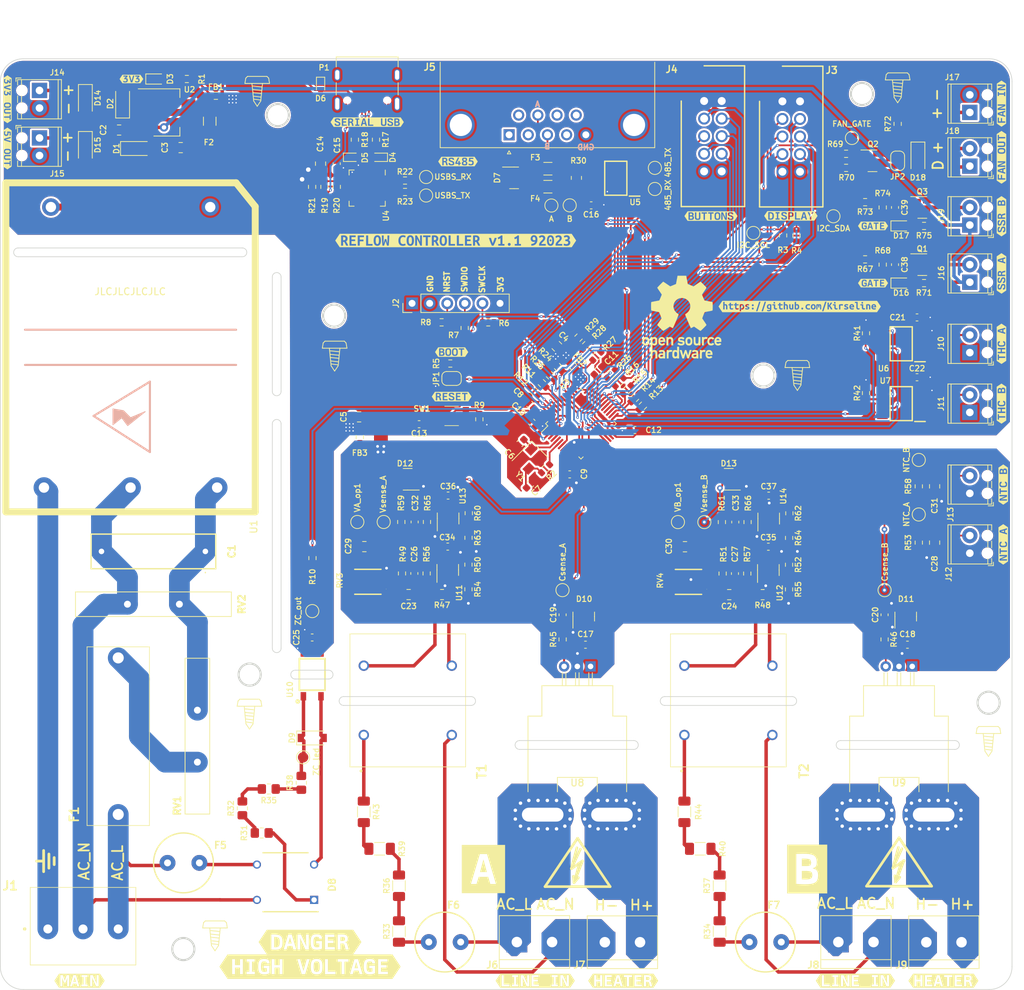
<source format=kicad_pcb>
(kicad_pcb (version 20211014) (generator pcbnew)
  (layers (0 "F.Cu" signal) (31 "B.Cu" signal) (34 "B.Paste" user) (35 "F.Paste" user) (36 "B.SilkS" user "B.Silkscreen") (37 "F.SilkS" user "F.Silkscreen") (38 "B.Mask" user) (39 "F.Mask" user) (44 "Edge.Cuts" user))
  (net 0 "")
  (net 1 "GND")
  (net 2 "+3V3")
  (net 3 "Net-(D1-Pad2)")
  (net 4 "Net-(C1-Pad1)")
  (net 5 "Net-(C3-Pad1)")
  (net 6 "GNDA")
  (net 7 "Net-(F1-Pad2)")
  (net 8 "GNDREF")
  (net 9 "+5V")
  (net 10 "Net-(D3-Pad2)")
  (net 11 "/MCU_User/OSC_IN")
  (net 12 "Net-(C7-Pad1)")
  (net 13 "VDD")
  (net 14 "VDDA")
  (net 15 "VBUS")
  (net 16 "/Interfaces/USB_D+")
  (net 17 "/Interfaces/USB_D-")
  (net 18 "/MCU_User/NRESET")
  (net 19 "/MCU_User/SWDIO")
  (net 20 "/MCU_User/SWCLK")
  (net 21 "Net-(P1-PadA5)")
  (net 23 "Net-(P1-PadB5)")
  (net 25 "/MCU_User/OSC_OUT")
  (net 26 "/MCU_User/NTC_A")
  (net 27 "/MCU_User/NTC_B")
  (net 28 "Net-(J7-Pad2)")
  (net 29 "Net-(D9-Pad1)")
  (net 30 "Net-(D14-Pad1)")
  (net 31 "Net-(D15-Pad1)")
  (net 32 "Net-(D16-Pad1)")
  (net 33 "Net-(D16-Pad2)")
  (net 34 "Net-(D17-Pad1)")
  (net 35 "Net-(D17-Pad2)")
  (net 36 "Net-(J10-Pad2)")
  (net 37 "Net-(J17-Pad1)")
  (net 38 "NEUT")
  (net 39 "/MCU_User/I2C1_SCL")
  (net 40 "/MCU_User/I2C1_SDA")
  (net 41 "LINE")
  (net 42 "Net-(Q2-Pad1)")
  (net 62 "/Interfaces/A")
  (net 63 "/Interfaces/B")
  (net 64 "Net-(F2-Pad2)")
  (net 65 "Net-(F3-Pad1)")
  (net 66 "Net-(F4-Pad1)")
  (net 67 "Net-(J2-Pad3)")
  (net 68 "Net-(J2-Pad4)")
  (net 69 "Net-(J2-Pad5)")
  (net 70 "Net-(R10-Pad2)")
  (net 71 "Net-(R11-Pad2)")
  (net 72 "/Interfaces/RX_MCU_usb")
  (net 73 "/Interfaces/TX_MCU_usb")
  (net 74 "/Interfaces/~{RE}_485")
  (net 75 "/Interfaces/DE_485")
  (net 76 "/Interfaces/RX_MCU_485")
  (net 77 "/Interfaces/TX_MCU_485")
  (net 78 "Net-(D8-Pad1)")
  (net 79 "Net-(D8-Pad2)")
  (net 80 "Net-(D8-Pad3)")
  (net 81 "/MCU_User/BOOT")
  (net 82 "/MCU_User/ZeroCrossing")
  (net 83 "Net-(R12-Pad2)")
  (net 84 "Net-(R28-Pad2)")
  (net 85 "Net-(R13-Pad2)")
  (net 86 "/Sensors/Csense_A")
  (net 87 "/Sensors/Csense_B")
  (net 88 "Net-(C23-Pad1)")
  (net 89 "Net-(C23-Pad2)")
  (net 90 "Net-(C24-Pad1)")
  (net 91 "Net-(C24-Pad2)")
  (net 92 "Net-(C26-Pad1)")
  (net 93 "Net-(C26-Pad2)")
  (net 94 "Net-(C27-Pad1)")
  (net 95 "Net-(C27-Pad2)")
  (net 96 "Net-(R14-Pad2)")
  (net 97 "Net-(C29-Pad1)")
  (net 98 "Net-(C29-Pad2)")
  (net 99 "Net-(R15-Pad2)")
  (net 100 "Net-(C32-Pad1)")
  (net 101 "/Sensors/Vsense_A")
  (net 102 "Net-(C33-Pad1)")
  (net 103 "/Sensors/Vsense_B")
  (net 104 "Net-(F6-Pad1)")
  (net 105 "Net-(F6-Pad2)")
  (net 106 "Net-(F7-Pad1)")
  (net 107 "Net-(F7-Pad2)")
  (net 108 "Net-(J6-Pad2)")
  (net 109 "Net-(R16-Pad2)")
  (net 110 "Net-(J8-Pad2)")
  (net 111 "Net-(R31-Pad2)")
  (net 112 "Net-(R32-Pad2)")
  (net 113 "Net-(R33-Pad2)")
  (net 114 "Net-(R35-Pad2)")
  (net 115 "Net-(R36-Pad2)")
  (net 116 "/MCU_User/~{CS}_A")
  (net 117 "/MCU_User/~{CS}_B")
  (net 118 "Net-(R44-Pad1)")
  (net 119 "/MCU_User/SPI_CLK")
  (net 120 "/MCU_User/SPI_MISO")
  (net 123 "/Interfaces/SPI2_CLK")
  (net 124 "/Interfaces/SPI2_MOSI_RW")
  (net 125 "/Interfaces/LCD_RST")
  (net 126 "/Interfaces/LCD_CS")
  (net 127 "/Interfaces/UP_BTN")
  (net 128 "/Interfaces/LT_BTN")
  (net 129 "/Interfaces/DWN_BTN")
  (net 130 "/Interfaces/RT_BTN")
  (net 131 "/Interfaces/OK_BTN")
  (net 132 "/Interfaces/BUZZER")
  (net 139 "Net-(J9-Pad2)")
  (net 140 "Net-(J11-Pad2)")
  (net 141 "/Actuation/SSR_A")
  (net 142 "/Actuation/FAN")
  (net 143 "/Actuation/SSR_B")
  (net 144 "/MCU_User/SPI_MOSI")
  (net 145 "Net-(R34-Pad2)")
  (net 146 "Net-(R37-Pad2)")
  (net 147 "Net-(R39-Pad2)")
  (net 148 "Net-(R40-Pad2)")
  (net 149 "Net-(R45-Pad2)")
  (net 150 "Net-(R46-Pad2)")
  (net 151 "Net-(R48-Pad1)")
  (net 152 "Net-(R62-Pad1)")
  (net 153 "Net-(R60-Pad1)")
  (net 154 "Net-(R47-Pad1)")
  (net 155 "Net-(R43-Pad1)")
  (net 156 "Net-(R29-Pad2)")
  (net 157 "Net-(R27-Pad2)")
  (net 158 "Net-(R26-Pad2)")
  (net 159 "Net-(R23-Pad1)")
  (net 160 "Net-(R22-Pad1)")
  (net 161 "Net-(R21-Pad1)")
  (net 162 "Net-(R19-Pad2)")
  (net 163 "Net-(D18-Pad1)")
  (net 164 "Net-(D18-Pad2)")
  (net 165 "Net-(C39-Pad1)")
  (net 166 "Net-(C38-Pad1)")
  (net 167 "Net-(C30-Pad2)")
  (net 168 "Net-(C30-Pad1)")
  (footprint "Jumper:SolderJumper-2_P1.3mm_Open_RoundedPad1.0x1.5mm" (layer "F.Cu") (at 267.637865 102.6668 90)
    (fp_text reference "JP2")
    (fp_text value "SolderJumper_2_Open")
  )
  (footprint "Resistor_SMD:R_0603_1608Metric" (layer "F.Cu") (at 186.662665 106.426 90)
    (fp_text reference "R20")
    (fp_text value "47.5k")
  )
  (footprint "Diode_SMD:D_SOD-123" (layer "F.Cu") (at 183.129865 185.9828)
    (fp_text reference "D9")
    (fp_text value "3V3")
  )
  (footprint "Resistor_SMD:R_0603_1608Metric" (layer "F.Cu") (at 270.685865 157.7848 90)
    (fp_text reference "R53")
    (fp_text value "4K7")
  )
  (footprint "Capacitor_SMD:C_0603_1608Metric" (layer "F.Cu") (at 270.431865 125.2728 180)
    (fp_text reference "C21")
    (fp_text value "100nF")
  )
  (footprint "Resistor_SMD:R_0603_1608Metric" (layer "F.Cu") (at 216.797857 147.106008 -135)
    (fp_text reference "R2")
    (fp_text value "0")
  )
  (footprint "TerminalBlock:TerminalBlock_bornier-2_P5.08mm" (layer "F.Cu") (at 225.364865 215.4722)
    (fp_text reference "J7")
    (fp_text value "Heater_A")
  )
  (footprint "kibuzzard-64E50301" (layer "F.Cu") (at 157.020865 90.8558)
    (fp_text reference "kibuzzard-64E50301" hide)
    (fp_text value "G***" hide)
  )
  (footprint "Capacitor_SMD:C_0603_1608Metric" (layer "F.Cu") (at 229.715665 141.5288)
    (fp_text reference "C12")
    (fp_text value "100nF")
  )
  (footprint "Resistor_SMD:R_0603_1608Metric" (layer "F.Cu") (at 205.719865 153.5338 90)
    (fp_text reference "R60")
    (fp_text value "10K")
  )
  (footprint "kibuzzard-64E4FE01" (layer "F.Cu") (at 182.801865 215.4428)
    (fp_text reference "kibuzzard-64E4FE01" hide)
    (fp_text value "G***" hide)
  )
  (footprint "TestPoint:TestPoint_Pad_D1.5mm" (layer "F.Cu") (at 270.685865 153.7208 180)
    (fp_text reference "TP14" hide)
    (fp_text value "NTC_A")
  )
  (footprint "TerminalBlock_Phoenix:TerminalBlock_Phoenix_MPT-0,5-2-2.54_1x02_P2.54mm_Horizontal" (layer "F.Cu") (at 278.051865 103.4288 90)
    (fp_text reference "J18")
    (fp_text value "FAN out")
  )
  (footprint "Resistor_SMD:R_0603_1608Metric" (layer "F.Cu") (at 218.615865 132.461 135)
    (fp_text reference "R24")
    (fp_text value "10K")
  )
  (footprint "Diode_SMD:D_SOD-123F" (layer "F.Cu") (at 270.558865 102.1588 -90)
    (fp_text reference "D18")
    (fp_text value "DSS34")
  )
  (footprint "Resistor_SMD:R_0603_1608Metric" (layer "F.Cu") (at 201.801065 125.984 180)
    (fp_text reference "R8")
    (fp_text value "22")
  )
  (footprint "Resistor_SMD:R_0603_1608Metric" (layer "F.Cu") (at 270.685865 149.6568 90)
    (fp_text reference "R58")
    (fp_text value "4K7")
  )
  (footprint "Capacitor_SMD:C_0603_1608Metric" (layer "F.Cu") (at 202.734865 150.9938)
    (fp_text reference "C36")
    (fp_text value "100nF")
  )
  (footprint "kibuzzard-64E5FA1C" (layer "F.Cu") (at 264.081865 112.0648)
    (fp_text reference "kibuzzard-64E5FA1C" hide)
    (fp_text value "G***" hide)
  )
  (footprint "NetTie:NetTie-2_SMD_Pad2.0mm" (layer "F.Cu") (at 193.038065 142.2654 -90)
    (fp_text reference "N1" hide)
    (fp_text value "Net-Tie_2")
  )
  (footprint "Package_TO_SOT_SMD:SOT-23" (layer "F.Cu") (at 196.898865 148.6408 180)
    (fp_text reference "D12")
    (fp_text value "BAT54S")
  )
  (footprint "Resistor_SMD:R_0603_1608Metric" (layer "F.Cu") (at 242.262865 154.8198 -90)
    (fp_text reference "R61")
    (fp_text value "10K")
  )
  (footprint "Resistor_SMD:R_0603_1608Metric" (layer "F.Cu") (at 251.102465 113.4364 90)
    (fp_text reference "R3")
    (fp_text value "2.2K")
  )
  (footprint "Diode_SMD:D_SOD-123F" (layer "F.Cu") (at 155.750865 94.2848 90)
    (fp_text reference "D2")
    (fp_text value "DSS34")
  )
  (footprint "Fuse:Fuse_1206_3216Metric_Pad1.42x1.75mm_HandSolder" (layer "F.Cu") (at 168.323865 96.9518 90)
    (fp_text reference "F2")
    (fp_text value "500mA")
  )
  (footprint "Resistor_SMD:R_1206_3216Metric_Pad1.30x1.75mm_HandSolder" (layer "F.Cu") (at 241.930865 213.9228 90)
    (fp_text reference "R34")
    (fp_text value "40K2")
  )
  (footprint "Resistor_SMD:R_0603_1608Metric" (layer "F.Cu") (at 219.268865 171.7588 -90)
    (fp_text reference "R45")
    (fp_text value "0")
  )
  (footprint "Resistor_SMD:R_0603_1608Metric" (layer "F.Cu") (at 207.247065 139.9794 90)
    (fp_text reference "R9")
    (fp_text value "10K")
  )
  (footprint "Resistor_SMD:R_0603_1608Metric" (layer "F.Cu") (at 222.679865 129.286 45)
    (fp_text reference "R28")
    (fp_text value "22")
  )
  (footprint "Package_DFN_QFN:QFN-28-1EP_5x5mm_P0.5mm_EP3.35x3.35mm" (layer "F.Cu") (at 191.056865 106.6038 -90)
    (fp_text reference "U4")
    (fp_text value "CP2102N-Axx-xQFN28")
  )
  (footprint "Jumper:SolderJumper-2_P1.3mm_Open_RoundedPad1.0x1.5mm" (layer "F.Cu") (at 203.235665 134.0866 180)
    (fp_text reference "JP1")
    (fp_text value "boot")
  )
  (footprint "Resistor_SMD:R_0603_1608Metric" (layer "F.Cu") (at 192.326865 99.6188 90)
    (fp_text reference "R17")
    (fp_text value "5.1k")
  )
  (footprint "footprint_lib:MOV_20D241k" (layer "F.Cu") (at 156.445865 166.6748)
    (fp_text reference "RV2")
    (fp_text value "Varistor")
  )
  (footprint "footprint_lib:LH05-13B05" (layer "F.Cu") (at 156.893865 129.5908 90)
    (fp_text reference "U1")
    (fp_text value "LH05-10B05")
  )
  (footprint "Capacitor_SMD:C_0805_2012Metric" (layer "F.Cu") (at 164.132865 100.7618 180)
    (fp_text reference "C3")
    (fp_text value "1uF")
  )
  (footprint "Resistor_SMD:R_0603_1608Metric" (layer "F.Cu") (at 221.562265 128.1938 45)
    (fp_text reference "R29")
    (fp_text value "22")
  )
  (footprint "Capacitor_SMD:C_0603_1608Metric" (layer "F.Cu") (at 219.268865 168.2028 90)
    (fp_text reference "C19")
    (fp_text value "100nF")
  )
  (footprint "Resistor_SMD:R_1206_3216Metric_Pad1.30x1.75mm_HandSolder" (layer "F.Cu") (at 239.136865 201.9848 180)
    (fp_text reference "R40")
    (fp_text value "40K2")
  )
  (footprint "Capacitor_SMD:C_0603_1608Metric" (layer "F.Cu") (at 244.145865 162.2488 -90)
    (fp_text reference "C27")
    (fp_text value "1nF")
  )
  (footprint "TerminalBlock_Phoenix:TerminalBlock_Phoenix_MPT-0,5-2-2.54_1x02_P2.54mm_Horizontal" (layer "F.Cu") (at 143.750865 99.3648 -90)
    (fp_text reference "J15")
    (fp_text value "5V out")
  )
  (footprint "TerminalBlock:TerminalBlock_bornier-2_P5.08mm" (layer "F.Cu") (at 271.775865 215.4722)
    (fp_text reference "J9")
    (fp_text value "Heater_B")
  )
  (footprint "Resistor_SMD:R_1206_3216Metric_Pad1.30x1.75mm_HandSolder" (layer "F.Cu") (at 195.646865 207.3188 90)
    (fp_text reference "R36")
    (fp_text value "40K2")
  )
  (footprint "kibuzzard-64E6252A" (layer "F.Cu") (at 240.688465 110.6424)
    (fp_text reference "kibuzzard-64E6252A" hide)
    (fp_text value "G***" hide)
  )
  (footprint "Package_TO_SOT_SMD:SOT-23" (layer "F.Cu") (at 271.193865 117.6528)
    (fp_text reference "Q1")
    (fp_text value "DMN13H750S")
  )
  (footprint "Resistor_SMD:R_0603_1608Metric" (layer "F.Cu") (at 251.956865 164.5348 -90)
    (fp_text reference "R55")
    (fp_text value "10K")
  )
  (footprint "footprint_lib:bolt" (layer "F.Cu") (at 267.637865 90.9828)
    (fp_text reference "REF**" hide)
    (fp_text value "bolt")
  )
  (footprint "kibuzzard-64E5FC4C" (layer "F.Cu") (at 282.623865 118.9228 90)
    (fp_text reference "kibuzzard-64E5FC4C" hide)
    (fp_text value "G***" hide)
  )
  (footprint "footprint_lib:SHDR10W66P254_2X5_2019X914X986P" (layer "F.Cu") (at 239.697865 94.0308 90)
    (fp_text reference "J4")
    (fp_text value "USER BOARD BUTTON" hide)
  )
  (footprint "Package_TO_SOT_SMD:SOT-23" (layer "F.Cu") (at 222.316865 168.4568 90)
    (fp_text reference "D10")
    (fp_text value "BAT54S")
  )
  (footprint "Symbol:Symbol_HighVoltage_Type2_CopperTop_VerySmall" (layer "F.Cu") (at 221.427865 204.6518)
    (fp_text reference "REF**" hide)
    (fp_text value "Symbol_HighVoltage_Type2_CopperTop_VerySmall")
  )
  (footprint "TestPoint:TestPoint_Pad_D1.5mm" (layer "F.Cu") (at 220.292265 109.093 180)
    (fp_text reference "TP10" hide)
    (fp_text value "B")
  )
  (footprint "Resistor_SMD:R_1206_3216Metric_Pad1.30x1.75mm_HandSolder" (layer "F.Cu") (at 241.930865 207.3188 90)
    (fp_text reference "R37")
    (fp_text value "40K2")
  )
  (footprint "Capacitor_SMD:C_0805_2012Metric" (layer "F.Cu") (at 197.036865 165.2808 180)
    (fp_text reference "C23")
    (fp_text value "1uF")
  )
  (footprint "Package_TO_SOT_SMD:SOT-23" (layer "F.Cu") (at 243.253865 148.6408 180)
    (fp_text reference "D13")
    (fp_text value "BAT54S")
  )
  (footprint "Resistor_SMD:R_0603_1608Metric" (layer "F.Cu") (at 252.003865 153.5498 90)
    (fp_text reference "R62")
    (fp_text value "10K")
  )
  (footprint "Resistor_SMD:R_0603_1608Metric" (layer "F.Cu") (at 265.478865 117.6528 -90)
    (fp_text reference "R68")
    (fp_text value "100k")
  )
  (footprint "Resistor_SMD:R_0805_2012Metric_Pad1.20x1.40mm_HandSolder" (layer "F.Cu") (at 181.549865 192.4598 90)
    (fp_text reference "R38")
    (fp_text value "80K6")
  )
  (footprint "TerminalBlock_Phoenix:TerminalBlock_Phoenix_MPT-0,5-2-2.54_1x02_P2.54mm_Horizontal" (layer "F.Cu") (at 278.051865 95.6818 90)
    (fp_text reference "J17")
    (fp_text value "FAN power in")
  )
  (footprint "Capacitor_SMD:C_0603_1608Metric" (layer "F.Cu") (at 197.861865 162.2328 -90)
    (fp_text reference "C26")
    (fp_text value "1nF")
  )
  (footprint "TestPoint:TestPoint_Pad_D1.5mm" (layer "F.Cu") (at 235.915865 154.8198 90)
    (fp_text reference "TP16" hide)
    (fp_text value "VB_op1")
  )
  (footprint "Capacitor_SMD:C_0805_2012Metric" (layer "F.Cu") (at 189.888465 139.6238)
    (fp_text reference "C5")
    (fp_text value "1uF")
  )
  (footprint "Capacitor_SMD:C_0603_1608Metric" (layer "F.Cu") (at 222.570865 172.5208 180)
    (fp_text reference "C17")
    (fp_text value "100nF")
  )
  (footprint "Resistor_SMD:R_0603_1608Metric" (layer "F.Cu") (at 203.057865 131.9276 180)
    (fp_text reference "R5")
    (fp_text value "10K")
  )
  (footprint "Resistor_SMD:R_0603_1608Metric" (layer "F.Cu") (at 260.193365 103.6828 180)
    (fp_text reference "R70")
    (fp_text value "100k")
  )
  (footprint "Capacitor_SMD:C_0603_1608Metric" (layer "F.Cu") (at 224.381665 132.958208 45)
    (fp_text reference "C11")
    (fp_text value "100nF")
  )
  (footprint "kibuzzard-64E50110" (layer "F.Cu") (at 139.113865 93.7768 -90)
    (fp_text reference "kibuzzard-64E50110" hide)
    (fp_text value "G***" hide)
  )
  (footprint "Diode_SMD:D_SOD-523" (layer "F.Cu") (at 184.325865 91.7448 -90)
    (fp_text reference "D6")
    (fp_text value "D_TVS 5V")
  )
  (footprint "Capacitor_SMD:C_0603_1608Metric" (layer "F.Cu") (at 214.831265 140.4112 135)
    (fp_text reference "C10")
    (fp_text value "100nF")
  )
  (footprint "Resistor_SMD:R_0603_1608Metric" (layer "F.Cu") (at 245.970865 154.8198 90)
    (fp_text reference "R66")
    (fp_text value "100K")
  )
  (footprint "Resistor_SMD:R_0603_1608Metric" (layer "F.Cu") (at 189.278865 99.6188 90)
    (fp_text reference "R18")
    (fp_text value "5.1k")
  )
  (footprint "footprint_lib:Circular_fuse" (layer "F.Cu") (at 202.250865 215.4468 180)
    (fp_text reference "F6")
    (fp_text value "250mA")
  )
  (footprint "Resistor_SMD:R_0603_1608Metric" (layer "F.Cu") (at 216.279065 134.7724 -45)
    (fp_text reference "R11")
    (fp_text value "22")
  )
  (footprint "Diode_SMD:D_SOD-123F" (layer "F.Cu") (at 150.368 100.6348 -90)
    (fp_text reference "D15")
    (fp_text value "DSS34")
  )
  (footprint "Package_TO_SOT_SMD:SOT-23-5" (layer "F.Cu") (at 248.971865 161.7408 90)
    (fp_text reference "U12")
    (fp_text value "COS6001")
  )
  (footprint "Capacitor_SMD:C_0603_1608Metric" (layer "F.Cu") (at 186.662665 103.0732 90)
    (fp_text reference "C15")
    (fp_text value "100nF")
  )
  (footprint "Resistor_SMD:R_0603_1608Metric" (layer "F.Cu") (at 267.637865 97.3328 -90)
    (fp_text reference "R72")
    (fp_text value "0")
  )
  (footprint "kibuzzard-64E4F8B7" (layer "F.Cu") (at 282.877865 149.4028 90)
    (fp_text reference "kibuzzard-64E4F8B7" hide)
    (fp_text value "G***" hide)
  )
  (footprint "Package_TO_SOT_SMD:SOT-23" (layer "F.Cu") (at 264.003365 102.6668)
    (fp_text reference "Q2")
    (fp_text value "AO3402")
  )
  (footprint "footprint_lib:TC33X2503E" (layer "F.Cu") (at 237.439865 163.4558 90)
    (fp_text reference "RV4")
    (fp_text value "10K" hide)
  )
  (footprint "TerminalBlock_Phoenix:TerminalBlock_Phoenix_MPT-0,5-2-2.54_1x02_P2.54mm_Horizontal" (layer "F.Cu") (at 143.750865 92.5068 -90)
    (fp_text reference "J14")
    (fp_text value "3V3 out")
  )
  (footprint "Capacitor_SMD:C_0603_1608Metric" (layer "F.Cu") (at 269.051865 172.5208 180)
    (fp_text reference "C18")
    (fp_text value "100nF")
  )
  (footprint "Resistor_SMD:R_0603_1608Metric" (layer "F.Cu") (at 251.964865 157.1058 -90)
    (fp_text reference "R64")
    (fp_text value "10K")
  )
  (footprint "footprint_lib:11-4L1S_5-PIN-SOIC_" (layer "F.Cu") (at 183.115865 176.8138)
    (fp_text reference "U10")
    (fp_text value "TLP2361" hide)
  )
  (footprint "TestPoint:TestPoint_Pad_D1.5mm" (layer "F.Cu") (at 232.585865 103.6828)
    (fp_text reference "TP9" hide)
    (fp_text value "485_TX")
  )
  (footprint "kibuzzard-64E5CE2C" (layer "F.Cu") (at 282.623865 137.7188 90)
    (fp_text reference "kibuzzard-64E5CE2C" hide)
    (fp_text value "G***" hide)
  )
  (footprint "kibuzzard-64E4F49B" (layer "F.Cu") (at 254.574865 204.9058)
    (fp_text reference "kibuzzard-64E4F49B" hide)
    (fp_text value "G***" hide)
  )
  (footprint "footprint_lib:bolt" (layer "F.Cu") (at 169.085865 213.4108)
    (fp_text reference "REF**" hide)
    (fp_text value "bolt")
  )
  (footprint "Package_TO_SOT_SMD:SOT-23" (layer "F.Cu") (at 212.265865 105.1306)
    (fp_text reference "D7")
    (fp_text value "SM712_SOT23")
  )
  (footprint "Fuse:Fuse_1206_3216Metric_Pad1.42x1.75mm_HandSolder" (layer "F.Cu") (at 217.142665 103.8037 180)
    (fp_text reference "F4")
    (fp_text value "300mA")
  )
  (footprint "Resistor_SMD:R_0603_1608Metric" (layer "F.Cu") (at 263.065865 127.5588 -90)
    (fp_text reference "R41")
    (fp_text value "10K")
  )
  (footprint "TestPoint:TestPoint_Pad_D1.5mm" (layer "F.Cu") (at 265.749865 164.6468 90)
    (fp_text reference "TP2" hide)
    (fp_text value "Csense_B")
  )
  (footprint "Package_TO_SOT_SMD:SOT-23" (layer "F.Cu") (at 271.193865 109.3978)
    (fp_text reference "Q3")
    (fp_text value "DMN13H750S")
  )
  (footprint "footprint_lib:DIP825W58P510L832H472Q4N" (layer "F.Cu") (at 179.263865 206.8108 180)
    (fp_text reference "D8")
    (fp_text value "D_Bridge_+-AA" hide)
  )
  (footprint "footprint_lib:MOV_20D241k" (layer "F.Cu") (at 166.545865 189.4748 90)
    (fp_text reference "RV1")
    (fp_text value "470")
  )
  (footprint "Capacitor_SMD:C_0805_2012Metric" (layer "F.Cu") (at 272.971865 149.6568 -90)
    (fp_text reference "C31")
    (fp_text value "4.7uF")
  )
  (footprint "footprint_lib:64600001223" (layer "F.Cu") (at 155.115865 197.0248 90)
    (fp_text reference "F1")
    (fp_text value "fuse_holder" hide)
  )
  (footprint "TestPoint:TestPoint_Pad_D1.5mm" (layer "F.Cu") (at 246.809865 113.0808)
    (fp_text reference "TP3" hide)
    (fp_text value "I2C_SCL")
  )
  (footprint "footprint_lib:ZMPT101B" (layer "F.Cu") (at 236.850865 185.5528 90)
    (fp_text reference "T2")
    (fp_text value "ZMPT101B" hide)
  )
  (footprint "TestPoint:TestPoint_Pad_D1.5mm" (layer "F.Cu") (at 181.803865 188.7768 90)
    (fp_text reference "TP12" hide)
    (fp_text value "ZC_led")
  )
  (footprint "TerminalBlock:TerminalBlock_bornier-2_P5.08mm" (layer "F.Cu") (at 259.075865 215.4468)
    (fp_text reference "J8")
    (fp_text value "Line IN")
  )
  (footprint "TestPoint:TestPoint_Pad_D1.5mm" (layer "F.Cu") (at 193.441865 154.8038 90)
    (fp_text reference "TP18" hide)
    (fp_text value "Vsense_A")
  )
  (footprint "Capacitor_SMD:C_0603_1608Metric" (layer "F.Cu") (at 265.749865 168.2028 90)
    (fp_text reference "C20")
    (fp_text value "100nF")
  )
  (footprint "kibuzzard-64E5FA1C" (layer "F.Cu") (at 264.081865 120.3198)
    (fp_text reference "kibuzzard-64E5FA1C" hide)
    (fp_text value "G***" hide)
  )
  (footprint "Capacitor_SMD:C_0805_2012Metric" (layer "F.Cu") (at 236.931865 158.3758)
    (fp_text reference "C30")
    (fp_text value "1uF")
  )
  (footprint "Resistor_SMD:R_1206_3216Metric_Pad1.30x1.75mm_HandSolder" (layer "F.Cu") (at 192.852865 201.9848 180)
    (fp_text reference "R39")
    (fp_text value "40K2")
  )
  (footprint "TestPoint:TestPoint_Pad_D1.5mm" (layer "F.Cu") (at 261.033865 99.3648)
    (fp_text reference "TP5" hide)
    (fp_text value "FAN_GATE")
  )
  (footprint "Package_TO_SOT_SMD:SOT-23" (layer "F.Cu") (at 268.797865 168.4568 90)
    (fp_text reference "D11")
    (fp_text value "BAT54S")
  )
  (footprint "Resistor_SMD:R_1206_3216Metric_Pad1.30x1.75mm_HandSolder" (layer "F.Cu") (at 236.850865 196.6508 -90)
    (fp_text reference "R44")
    (fp_text value "40K2")
  )
  (footprint "Capacitor_SMD:C_0603_1608Metric" (layer "F.Cu") (at 244.192865 154.8198 -90)
    (fp_text reference "C33")
    (fp_text value "1nF")
  )
  (footprint "Capacitor_SMD:C_0805_2012Metric" (layer "F.Cu") (at 155.242865 98.2218 180)
    (fp_text reference "C2")
    (fp_text value "10uF")
  )
  (footprint "kibuzzard-64E5FC57" (layer "F.Cu") (at 282.623865 110.6678 90)
    (fp_text reference "kibuzzard-64E5FC57" hide)
    (fp_text value "G***" hide)
  )
  (footprint "Resistor_SMD:R_0603_1608Metric" (layer "F.Cu") (at 165.021865 90.8558)
    (fp_text reference "R1")
    (fp_text value "1k")
  )
  (footprint "Resistor_SMD:R_0603_1608Metric_Pad0.98x0.95mm_HandSolder" (layer "F.Cu") (at 189.990065 142.5448 -90)
    (fp_text reference "FB3")
    (fp_text value "600R@100MHz")
  )
  (footprint "Package_QFP:LQFP-48_7x7mm_P0.5mm" (layer "F.Cu") (at 221.917865 140.6144 45)
    (fp_text reference "U3")
    (fp_text value "STM32F030CCTx")
  )
  (footprint "Package_TO_SOT_SMD:SOT-223-3_TabPin2" (layer "F.Cu") (at 162.104363 95.6818)
    (fp_text reference "U2")
    (fp_text value "AP1117-33")
  )
  (footprint "Resistor_SMD:R_0603_1608Metric" (layer "F.Cu") (at 184.884665 106.426 90)
    (fp_text reference "R19")
    (fp_text value "22.1k")
  )
  (footprint "Resistor_SMD:R_0603_1608Metric" (layer "F.Cu") (at 205.672865 160.9628 90)
    (fp_text reference "R50")
    (fp_text value "10K")
  )
  (footprint "Resistor_SMD:R_0603_1608Metric" (layer "F.Cu") (at 205.680865 157.0898 -90)
    (fp_text reference "R63")
    (fp_text value "10K")
  )
  (footprint "Resistor_SMD:R_0603_1608Metric" (layer "F.Cu") (at 262.938865 116.8908 180)
    (fp_text reference "R67")
    (fp_text value "100")
  )
  (footprint "Symbol:Symbol_HighVoltage_Type2_CopperTop_VerySmall" (layer "F.Cu") (at 267.838865 204.5883)
    (fp_text reference "REF**" hide)
    (fp_text value "Symbol_HighVoltage_Type2_CopperTop_VerySmall")
  )
  (footprint "footprint_lib:bolt" (layer "F.Cu") (at 174.064265 181.4068)
    (fp_text reference "REF**" hide)
    (fp_text value "bolt")
  )
  (footprint "Diode_SMD:D_SOD-523" (layer "F.Cu") (at 188.770865 102.1588)
    (fp_text reference "D5")
    (fp_text value "D_TVS 5V")
  )
  (footprint "kibuzzard-64E607E3" (layer "F.Cu") (at 203.248865 136.7028)
    (fp_text reference "kibuzzard-64E607E3" hide)
    (fp_text value "G***" hide)
  )
  (footprint "Symbol:OSHW-Logo_11.4x12mm_SilkScreen" (layer "F.Cu") (at 236.474 125.222)
    (fp_text reference "REF**" hide)
    (fp_text value "OSHW-Logo_11.4x12mm_SilkScreen" hide)
  )
  (footprint "TestPoint:TestPoint_Pad_D1.5mm" (layer "F.Cu") (at 232.585865 106.7308)
    (fp_text reference "TP8" hide)
    (fp_text value "485_RX")
  )
  (footprint "Package_TO_SOT_SMD:SOT-23-5" (layer "F.Cu") (at 202.687865 161.7248 90)
    (fp_text reference "U11")
    (fp_text value "COS6001")
  )
  (footprint "kibuzzard-64E602C4" (layer "F.Cu") (at 282.623865 102.1588 90)
    (fp_text reference "kibuzzard-64E602C4" hide)
    (fp_text value "G***" hide)
  )
  (footprint "footprint_lib:Circular_fuse" (layer "F.Cu") (at 248.534865 215.4468 180)
    (fp_text reference "F7")
    (fp_text value "250mA")
  )
  (footprint "Capacitor_SMD:C_0603_1608Metric" (layer "F.Cu") (at 223.391065 109.093 180)
    (fp_text reference "C16")
    (fp_text value "100nF")
  )
  (footprint "kibuzzard-64E625F5" (layer "F.Cu") (at 252.220065 110.617)
    (fp_text reference "kibuzzard-64E625F5" hide)
    (fp_text value "G***" hide)
  )
  (footprint "Capacitor_SMD:C_0603_1608Metric" (layer "F.Cu") (at 214.551865 137.8458 135)
    (fp_text reference "C8")
    (fp_text value "100nF")
  )
  (footprint "LED_SMD:LED_0603_1608Metric" (layer "F.Cu") (at 268.145865 112.0648)
    (fp_text reference "D17")
    (fp_text value "LED")
  )
  (footprint "Resistor_SMD:R_0603_1608Metric" (layer "F.Cu") (at 227.429665 134.5946 -135)
    (fp_text reference "R16")
    (fp_text value "22")
  )
  (footprint "kibuzzard-64E50E47" (layer "F.Cu") (at 191.056865 97.0788)
    (fp_text reference "kibuzzard-64E50E47" hide)
    (fp_text value "G***" hide)
  )
  (footprint "Resistor_SMD:R_0603_1608Metric" (layer "F.Cu") (at 228.573502 135.736763 -135)
    (fp_text reference "R15")
    (fp_text value "22")
  )
  (footprint "Capacitor_SMD:C_0805_2012Metric" (layer "F.Cu") (at 218.438065 129.4384 135)
    (fp_text reference "C4")
    (fp_text value "4.7uF")
  )
  (footprint "Resistor_SMD:R_0603_1608Metric" (layer "F.Cu") (at 199.686865 154.8038 90)
    (fp_text reference "R65")
    (fp_text value "100K")
  )
  (footprint "Resistor_SMD:R_0805_2012Metric_Pad1.20x1.40mm_HandSolder" (layer "F.Cu") (at 173.040865 196.1428 90)
    (fp_text reference "R32")
    (fp_text value "80K6")
  )
  (footprint "kibuzzard-64E5FCEC" (layer "F.Cu") (at 282.623865 94.4118 90)
    (fp_text reference "kibuzzard-64E5FCEC" hide)
    (fp_text value "G***" hide)
  )
  (footprint "footprint_lib:SOIC127P600X175-8N" (layer "F.Cu") (at 226.947065 105.1814 180)
    (fp_text reference "U5")
    (fp_text value "MAX485E" hide)
  )
  (footprint "Resistor_SMD:R_0603_1608Metric" (layer "F.Cu") (at 196.083865 162.2328 -90)
    (fp_text reference "R49")
    (fp_text value "10K")
  )
  (footprint "kibuzzard-64E4FDFA" (layer "F.Cu") (at 182.801865 218.9988)
    (fp_text reference "kibuzzard-64E4FDFA" hide)
    (fp_text value "G***" hide)
  )
  (footprint "TestPoint:TestPoint_Pad_D1.5mm" (layer "F.Cu") (at 199.565865 107.6706)
    (fp_text reference "TP7" hide)
    (fp_text value "USBS_TX")
  )
  (footprint "Capacitor_SMD:C_0805_2012Metric" (layer "F.Cu") (at 243.320865 165.2968 180)
    (fp_text reference "C24")
    (fp_text value "1uF")
  )
  (footprint "footprint_lib:MXH104K305E10" (layer "F.Cu") (at 167.695865 159.0548 180)
    (fp_text reference "C1")
    (fp_text value "C" hide)
  )
  (footprint "Capacitor_SMD:C_0805_2012Metric" (layer "F.Cu") (at 272.971865 157.7848 -90)
    (fp_text reference "C28")
    (fp_text value "4.7uF")
  )
  (footprint "kibuzzard-64E4F9DC" (layer "F.Cu") (at 149.527865 221.0308)
    (fp_text reference "kibuzzard-64E4F9DC" hide)
    (fp_text value "G***" hide)
  )
  (footprint "TestPoint:TestPoint_Pad_D1.5mm" (layer "F.Cu") (at 183.129865 167.6698 90)
    (fp_text reference "TP13" hide)
    (fp_text value "ZC_out")
  )
  (footprint "Crystal:Crystal_SMD_TXC_7M-4Pin_3.2x2.5mm" (layer "F.Cu") (at 214.551865 145.7198 -135)
    (fp_text reference "Y1")
    (fp_text value "8MHz 8pF")
  )
  (footprint "Resistor_SMD:R_0603_1608Metric" (layer "F.Cu") (at 196.517865 107.1626)
    (fp_text reference "R23")
    (fp_text value "0")
  )
  (footprint "footprint_lib:bolt" (layer "F.Cu") (at 280.744265 185.3438)
    (fp_text reference "REF**" hide)
    (fp_text value "bolt")
  )
  (footprint "Package_TO_SOT_SMD:SOT-23-5" (layer "F.Cu") (at 249.018865 154.3118 90)
    (fp_text reference "U14")
    (fp_text value "COS6001")
  )
  (footprint "TerminalBlock_Phoenix:TerminalBlock_Phoenix_MPT-0,5-2-2.54_1x02_P2.54mm_Horizontal" (layer "F.Cu") (at 278.051865 120.1928 90)
    (fp_text reference "J16")
    (fp_text value "SSR_A")
  )
  (footprint "Resistor_SMD:R_0603_1608Metric" (layer "F.Cu") (at 195.978865 154.8038 -90)
    (fp_text reference "R59")
    (fp_text value "10K")
  )
  (footprint "kibuzzard-64E610EC" (layer "F.Cu") (at 203.248865 130.2766)
    (fp_text reference "kibuzzard-64E610EC" hide)
    (fp_text value "G***" hide)
  )
  (footprint "Resistor_SMD:R_0603_1608Metric" (layer "F.Cu") (at 205.128465 126.7968 -90)
    (fp_text reference "R7")
    (fp_text value "22")
  )
  (footprint "footprint_lib:SOIC127P600X175-8N" (layer "F.Cu") (at 268.145865 137.7188 180)
    (fp_text reference "U7")
    (fp_text value "MAX6675ISA+T" hide)
  )
  (footprint "Package_TO_SOT_SMD:SOT-23-5" (layer "F.Cu") (at 202.734865 154.2958 90)
    (fp_text reference "U13")
    (fp_text value "COS6001")
  )
  (footprint "footprint_lib:bolt" (layer "F.Cu") (at 253.159865 132.5118)
    (fp_text reference "REF**" hide)
    (fp_text value "bolt")
  )
  (footprint "Resistor_SMD:R_0603_1608Metric" (layer "F.Cu") (at 253.032865 113.4618 90)
    (fp_text reference "R4")
    (fp_text value "2.2K")
  )
  (footprint "TerminalBlock_Phoenix:TerminalBlock_Phoenix_MPT-0,5-2-2.54_1x02_P2.54mm_Horizontal" (layer "F.Cu") (at 278.051865 159.3088 90)
    (fp_text reference "J12")
    (fp_text value "NTC_A IN")
  )
  (footprint "TestPoint:TestPoint_Pad_D1.5mm" (layer "F.Cu") (at 199.565865 105.0036)
    (fp_text reference "TP6" hide)
    (fp_text value "USBS_RX")
  )
  (footprint "Capacitor_SMD:C_0603_1608Metric" (layer "F.Cu") (at 220.292265 147.9296)
    (fp_text reference "C9")
    (fp_text value "100nF")
  )
  (footprint "Resistor_SMD:R_0805_2012Metric_Pad1.20x1.40mm_HandSolder" (layer "F.Cu") (at 248.146865 165.2968 180)
    (fp_text reference "R48")
    (fp_text value "50")
  )
  (footprint "Capacitor_SMD:C_0603_1608Metric" (layer "F.Cu") (at 270.431865 133.9088 180)
    (fp_text reference "C22")
    (fp_text value "100nF")
  )
  (footprint "Resistor_SMD:R_0603_1608Metric" (layer "F.Cu") (at 229.716502 136.879763 -135)
    (fp_text reference "R14")
    (fp_text value "22")
  )
  (footprint "kibuzzard-64E4F476" (layer "F.Cu") (at 207.838865 204.9058)
    (fp_text reference "kibuzzard-64E4F476" hide)
    (fp_text value "G***" hide)
  )
  (footprint "Resistor_SMD:R_0805_2012Metric_Pad1.20x1.40mm_HandSolder" (layer "F.Cu") (at 176.850865 193.3488)
    (fp_text reference "R35")
    (fp_text value "80K6")
  )
  (footprint "Resistor_SMD:R_0603_1608Metric" (layer "F.Cu") (at 260.193365 101.6508 180)
    (fp_text reference "R69")
    (fp_text value "100")
  )
  (footprint "Resistor_SMD:R_0805_2012Metric_Pad1.20x1.40mm_HandSolder" (layer "F.Cu") (at 221.257465 105.1306 -90)
    (fp_text reference "R30")
    (fp_text value "120")
  )
  (footprint "Resistor_SMD:R_1206_3216Metric_Pad1.30x1.75mm_HandSolder" (layer "F.Cu") (at 195.646865 213.9228 90)
    (fp_text reference "R33")
    (fp_text value "40K2")
  )
  (footprint "Resistor_SMD:R_0603_1608Metric" (layer "F.Cu") (at 251.956865 160.9788 90)
    (fp_text reference "R52")
    (fp_text value "10K")
  )
  (footprint "LED_SMD:LED_0603_1608Metric" (layer "F.Cu") (at 268.145865 120.3198)
    (fp_text reference "D16")
    (fp_text value "LED")
  )
  (footprint "TerminalBlock_Phoenix:TerminalBlock_Phoenix_MPT-0,5-2-2.54_1x02_P2.54mm_Horizontal" (layer "F.Cu") (at 278.051865 138.9888 90)
    (fp_text reference "J11")
    (fp_text value "THC IN")
  )
  (footprint "TestPoint:TestPoint_Pad_D1.5mm" (layer "F.Cu") (at 258.366865 110.6678)
    (fp_text reference "TP4" hide)
    (fp_text value "I2C_SDA")
  )
  (footprint "Resistor_SMD:R_0603_1608Metric" (layer "F.Cu") (at 245.923865 162.2488 90)
    (fp_text reference "R57")
    (fp_text value "100K")
  )
  (footprint "Diode_SMD:D_SOD-123F" (layer "F.Cu") (at 150.368 93.853 -90)
    (fp_text reference "D14")
    (fp_text value "DSS34")
  )
  (footprint "TerminalBlock_Phoenix:TerminalBlock_Phoenix_MPT-0,5-2-2.54_1x02_P2.54mm_Horizontal" (layer "F.Cu") (at 278.051865 111.9378 90)
    (fp_text reference "J19")
    (fp_text value "SSR_B")
  )
  (footprint "Resistor_SMD:R_0603_1608Metric" (layer "F.Cu") (at 263.065865 136.1948 -90)
    (fp_text reference "R42")
    (fp_text value "10K")
  )
  (footprint "kibuzzard-64E4F997" (layer "F.Cu") (at 228.013865 221.0308)
    (fp_text reference "kibuzzard-64E4F997" hide)
    (fp_text value "G***" hide)
  )
  (footprint "TestPoint:TestPoint_Pad_D1.5mm" (layer "F.Cu") (at 219.250865 164.6428)
    (fp_text reference "TP1" hide)
    (fp_text value "Csense_A")
  )
  (footprint "Capacitor_SMD:C_0603_1608Metric" (layer "F.Cu") (at 198.549865 140.6906 180)
    (fp_text reference "C13")
    (fp_text value "100nF")
  )
  (footprint "Resistor_SMD:R_0603_1608Metric" (layer "F.Cu") (at 215.136065 135.9154 -45)
    (fp_text reference "R12")
    (fp_text value "22")
  )
  (footprint "TerminalBlock_Phoenix:TerminalBlock_Phoenix_MPT-0,5-2-2.54_1x02_P2.54mm_Horizontal" (layer "F.Cu") (at 278.051865 130.3528 90)
    (fp_text reference "J10")
    (fp_text value "THC IN")
  )
  (footprint "Capacitor_SMD:C_0603_1608Metric" (layer "F.Cu") (at 213.129465 143.4592 -135)
    (fp_text reference "C6")
    (fp_text value "16pF")
  )
  (footprint "footprint_lib:bolt" (layer "F.Cu") (at 175.181865 91.4908)
    (fp_text reference "REF**" hide)
    (fp_text value "bolt")
  )
  (footprint "Resistor_SMD:R_0603_1608Metric" (layer "F.Cu") (at 242.367865 162.2488 -90)
    (fp_text reference "R51")
    (fp_text value "10K")
  )
  (footprint "Connector_USB:USB_C_Receptacle_Palconn_UTC16-G" (layer "F.Cu") (at 191.056865 92.5068 180)
    (fp_text reference "P1")
    (fp_text value "USB_C_Receptacle_USB2.0")
  )
  (footprint "footprint_lib:bolt" (layer "F.Cu") (at 186.357865 129.7178)
    (fp_text reference "REF**" hide)
    (fp_text value "bolt")
  )
  (footprint "footprint_lib:SOIC127P600X175-8N" (layer "F.Cu") (at 268.145865 129.0828 180)
    (fp_text reference "U6")
    (fp_text value "MAX6675ISA+T" hide)
  )
  (footprint "TestPoint:TestPoint_Pad_D1.5mm" (layer "F.Cu") (at 270.685865 145.8468)
    (fp_text reference "TP17" hide)
    (fp_text value "NTC_B")
  )
  (footprint "TerminalBlock:TerminalBlock_bornier-2_P5.08mm" (layer "F.Cu") (at 212.664865 215.4468)
    (fp_text reference "J6")
    (fp_text value "Line IN")
  )
  (footprint "Resistor_SMD:R_1206_3216Metric_Pad1.30x1.75mm_HandSolder" (layer "F.Cu") (at 190.566865 196.6508 -90)
    (fp_text reference "R43")
    (fp_text value "40K2")
  )
  (footprint "kibuzzard-64E4F9A0" (layer "F.Cu") (at 261.541865 221.0308)
    (fp_text reference "kibuzzard-64E4F9A0" hide)
    (fp_text value "G***" hide)
  )
  (footprint "LED_SMD:LED_0603_1608Metric" (layer "F.Cu") (at 160.576865 90.8558)
    (fp_text reference "D3")
    (fp_text value "LED")
  )
  (footprint "TerminalBlock_Phoenix:TerminalBlock_Phoenix_MPT-0,5-2-2.54_1x02_P2.54mm_Horizontal" (layer "F.Cu") (at 278.051865 150.6728 90)
    (fp_text reference "J13")
    (fp_text value "NTC_B IN")
  )
  (footprint "footprint_lib:SHDR10W66P254_2X5_2019X914X986P" (layer "F.Cu") (at 251.000865 94.0816 90)
    (fp_text reference "J3")
    (fp_text value "USER BOARD DISPLAY" hide)
  )
  (footprint "Resistor_SMD:R_0603_1608Metric" (layer "F.Cu") (at 208.532065 125.984)
    (fp_text reference "R6")
    (fp_text value "22")
  )
  (footprint "Resistor_SMD:R_0603_1608Metric" (layer "F.Cu") (at 265.749865 171.7588 -90)
    (fp_text reference "R46")
    (fp_text value "0")
  )
  (footprint "TestPoint:TestPoint_Pad_D1.5mm" (layer "F.Cu") (at 239.725865 154.8198 90)
    (fp_text reference "TP19" hide)
    (fp_text value "Vsense_B")
  )
  (footprint "kibuzzard-64E62C67" (layer "F.Cu") (at 253.492 123.698)
    (fp_text reference "kibuzzard-64E62C67" hide)
    (fp_text value "G***" hide)
  )
  (footprint "Resistor_SMD:R_0603_1608Metric" (layer "F.Cu") (at 199.639865 162.2328 90)
    (fp_text reference "R56")
    (fp_text value "100K")
  )
  (footprint "Capacitor_SMD:C_0603_1608Metric" (layer "F.Cu") (at 248.971865 158.3758)
    (fp_text reference "C35")
    (fp_text value "100nF")
  )
  (footprint "Resistor_SMD:R_0603_1608Metric" (layer "F.Cu") (at 230.859502 138.022763 -135)
    (fp_text reference "R13")
    (fp_text value "22")
  )
  (footprint "kibuzzard-64E5CE1E" (layer "F.Cu") (at 282.623865 129.0828 90)
    (fp_text reference "kibuzzard-64E5CE1E" hide)
    (fp_text value "G***" hide)
  )
  (footprint "Resistor_SMD:R_0603_1608Metric" (layer "F.Cu") (at 205.672865 164.5188 -90)
    (fp_text reference "R54")
    (fp_text value "10K")
  )
  (footprint "Resistor_SMD:R_0603_1608Metric" (layer "F.Cu") (at 224.203865 130.8608 45)
    (fp_text reference "R27")
    (fp_text value "22")
  )
  (footprint "footprint_lib:ZMPT101B" (layer "F.Cu") (at 190.566865 185.5528 90)
    (fp_text reference "T1")
    (fp_text value "ZMPT101B" hide)
  )
  (footprint "Resistor_SMD:R_0603_1608Metric" (layer "F.Cu") (at 183.157465 160.02 90)
    (fp_text reference "R10")
    (fp_text value "22")
  )
  (footprint "footprint_lib:KMR621NGLFS" (layer "F.Cu") (at 203.248865 139.4968)
    (fp_text reference "SW1")
    (fp_text value "SW_MEC_5E" hide)
  )
  (footprint "Resistor_SMD:R_0805_2012Metric_Pad1.20x1.40mm_HandSolder" (layer "F.Cu") (at 175.834865 199.6988 180)
    (fp_text reference "R31")
    (fp_text value "80K6")
  )
  (footprint "Resistor_SMD:R_0603_1608Metric_Pad0.98x0.95mm_HandSolder" (layer "F.Cu") (at 220.774865 132.3086 -45)
    (fp_text reference "FB2")
    (fp_text value "600R@100MHz")
  )
  (footprint "kibuzzard-64E5011B" (layer "F.Cu") (at 139.113865 100.8888 -90)
    (fp_text reference "kibuzzard-64E5011B" hide)
    (fp_text value "G***" hide)
  )
  (footprint "Diode_SMD:D_SOD-523" (layer "F.Cu") (at 192.834865 102.1588 180)
    (fp_text reference "D4")
    (fp_text value "D_TVS 5V")
  )
  (footprint "Capacitor_SMD:C_0603_1608Metric" (layer "F.Cu") (at 202.687865 158.3598)
    (fp_text reference "C34")
    (fp_text value "100nF")
  )
  (footprint "kibuzzard-64E4F997" (layer "F.Cu") (at 274.241865 221.0308)
    (fp_text reference "kibuzzard-64E4F997" hide)
    (fp_text value "G***" hide)
  )
  (footprint "Resistor_SMD:R_0603_1608Metric" (layer "F.Cu") (at 226.286665 133.4516 45)
    (fp_text reference "R26")
    (fp_text value "22")
  )
  (footprint "kibuzzard-64E624F7" (layer "F.Cu") (at 204.163265 102.7684)
    (fp_text reference "kibuzzard-64E624F7" hide)
    (fp_text value "G***" hide)
  )
  (footprint "Capacitor_SMD:C_0805_2012Metric" (layer "F.Cu") (at 190.647865 158.3598)
    (fp_text reference "C29")
    (fp_text value "1uF")
  )
  (footprint "Resistor_SMD:R_0603_1608Metric_Pad0.98x0.95mm_HandSolder" (layer "F.Cu") (at 169.212865 93.2688)
    (fp_text reference "FB1")
    (fp_text value "600R@100MHz")
  )
  (footprint "Connector_Dsub:DSUB-9_Female_Horizontal_P2.77x2.84mm_EdgePinOffset7.70mm_Housed_MountingHolesOffset9.12mm" (layer "F.Cu") (at 211.541865 98.9076 180)
    (fp_text reference "J5")
    (fp_text value "DB9_Female_MountingHoles")
  )
  (footprint "Sensor_Current:Allegro_CB_PFF" (layer "F.Cu") (at 223.302465 175.6564 180)
    (fp_text reference "U8")
    (fp_text value "ACS758LCB-050B-PFF")
  )
  (footprint "Diode_SMD:D_SOD-123F" (layer "F.Cu") (at 157.655865 100.8888)
    (fp_text reference "D1")
    (fp_text value "DSS34")
  )
  (footprint "footprint_lib:1711738" (layer "F.Cu") (at 144.955865 213.5568)
    (fp_text reference "J1")
    (fp_text value "1711738" hide)
  )
  (footprint "Resistor_SMD:R_0805_2012Metric_Pad1.20x1.40mm_HandSolder" (layer "F.Cu") (at 201.862865 165.2808 180)
    (fp_text reference "R47")
    (fp_text value "50")
  )
  (footprint "Capacitor_SMD:C_0805_2012Metric" (layer "F.Cu") (at 184.325865 103.0732 90)
    (fp_text reference "C14")
    (fp_text value "4.7uF")
  )
  (footprint "footprint_lib:Circular_fuse" (layer "F.Cu") (at 164.531865 204.0168)
    (fp_text reference "F5")
    (fp_text value "Fuse")
  )
  (footprint "Resistor_SMD:R_0603_1608Metric" (layer "F.Cu") (at 196.517865 105.5116)
    (fp_text reference "R22")
    (fp_text value "0")
  )
  (footprint "Capacitor_SMD:C_0603_1608Metric" (layer "F.Cu") (at 267.256865 109.3978 -90)
    (fp_text reference "C39")
    (fp_text value "100nF")
  )
  (footprint "Capacitor_SMD:C_0603_1608Metric" (layer "F.Cu") (at 249.018865 151.0098)
    (fp_text reference "C37")
    (fp_text value "100nF")
  )
  (footprint "Capacitor_SMD:C_0603_1608Metric" (layer "F.Cu") (at 267.256865 117.6528 -90)
    (fp_text reference "C38")
    (fp_text value "100nF")
  )
  (footprint "Capacitor_SMD:C_0603_1608Metric" (layer "F.Cu") (at 183.115865 171.4798)
    (fp_text reference "C25")
    (fp_text value "100nF")
  )
  (footprint "kibuzzard-64E62979" (layer "F.Cu") (at 203.835 114.173)
    (fp_text reference "kibuzzard-64E62979" hide)
    (fp_text value "G***" hide)
  )
  (footprint "Capacitor_SMD:C_0603_1608Metric" (layer "F.Cu") (at 214.602665 149.3266 45)
    (fp_text reference "C7")
    (fp_text value "16pF")
  )
  (footprint "footprint_lib:TC33X2503E" (layer "F.Cu") (at 191.155865 163.4398 90)
    (fp_text reference "RV3")
    (fp_text value "10K" hide)
  )
  (footprint "Resistor_SMD:R_0603_1608Metric" (layer "F.Cu") (at 265.478865 109.3978 -90)
    (fp_text reference "R74")
    (fp_text value "100k")
  )
  (footprint "Connector_PinHeader_2.54mm:PinHeader_1x06_P2.54mm_Vertical" (layer "F.Cu") (at 197.533865 123.2408 90)
    (fp_text reference "J2")
    (fp_text value "Conn_01x06")
  )
  (footprint "Sensor_Current:Allegro_CB_PFF" (layer "F.Cu") (at 269.738865 175.6564 180)
    (fp_text reference "U9")
    (fp_text value "ACS758LCB-050B-PFF")
  )
  (footprint "Resistor_SMD:R_0603_1608Metric" (layer "F.Cu") (at 262.938865 108.6358 180)
    (fp_text reference "R73")
    (fp_text value "100")
  )
  (footprint "Resistor_SMD:R_0603_1608Metric" (layer "F.Cu") (at 183.106665 106.426 90)
    (fp_text reference "R21")
    (fp_text value "1k")
  )
  (footprint "Capacitor_SMD:C_0603_1608Metric" (layer "F.Cu") (at 197.908865 154.8038 -90)
    (fp_text reference "C32")
    (fp_text value "1nF")
  )
  (footprint "Resistor_SMD:R_0603_1608Metric" (layer "F.Cu") (at 217.447465 133.6294 -45)
    (fp_text reference "R25")
    (fp_text value "10K")
  )
  (footprint "Resistor_SMD:R_0603_1608Metric" (layer "F.Cu") (at 271.447865 120.3198)
    (fp_text reference "R71")
    (fp_text value "1k")
  )
  (footprint "TestPoint:TestPoint_Pad_D1.5mm" (layer "F.Cu") (at 217.650665 109.1184 180)
    (fp_text reference "TP11" hide)
    (fp_text value "A")
  )
  (footprint "TestPoint:TestPoint_Pad_D1.5mm" (layer "F.Cu") (at 189.631865 154.8038)
    (fp_text reference "TP15" hide)
    (fp_text value "VA_op1")
  )
  (footprint "Resistor_SMD:R_0603_1608Metric" (layer "F.Cu") (at 271.447865 112.0648)
    (fp_text reference "R75")
    (fp_text value "1k")
  )
  (footprint "kibuzzard-64E4F882" (layer "F.Cu") (at 282.877865 158.0388 90)
    (fp_text reference "kibuzzard-64E4F882" hide)
    (fp_text value "G***" hide)
  )
  (footprint "kibuzzard-64E4F9A0" (layer "F.Cu") (at 215.313865 221.0308)
    (fp_text reference "kibuzzard-64E4F9A0" hide)
    (fp_text value "G***" hide)
  )
  (footprint "Fuse:Fuse_1206_3216Metric_Pad1.42x1.75mm_HandSolder" (layer "F.Cu") (at 217.142665 106.4006 180)
    (fp_text reference "F3")
    (fp_text value "300mA")
  )
  (gr_line (start 145.870865 204.2668) (end 145.870865 203.2508) (layer "F.SilkS") (width 0.4))
  (gr_line (start 144.346865 203.7588) (end 143.330865 203.7588) (layer "F.SilkS") (width 0.4))
  (gr_line (start 144.346865 205.2828) (end 144.346865 202.2348) (layer "F.SilkS") (width 0.4))
  (gr_line (start 145.108865 204.7748) (end 145.108865 202.7428) (layer "F.SilkS") (width 0.4))
  (gr_circle (center 164.513865 216.4588) (end 166.113865 216.4588) (layer "Edge.Cuts") (width 0.3) (fill none))
  (gr_arc (start 185.486865 176.2038) (mid 186.121865 176.8388) (end 185.486865 177.4738) (layer "Edge.Cuts") (width 0.1))
  (gr_arc (start 229.555865 186.3638) (mid 230.190865 186.9988) (end 229.555865 187.6338) (layer "Edge.Cuts") (width 0.1))
  (gr_arc (start 187.645865 181.2838) (mid 187.010865 180.6488) (end 187.645865 180.0138) (layer "Edge.Cuts") (width 0.1))
  (gr_line (start 177.358865 140.6438) (end 177.358865 173.0288) (layer "Edge.Cuts") (width 0.1))
  (gr_arc (start 140.655865 116.5138) (mid 140.020865 115.8788) (end 140.655865 115.2438) (layer "Edge.Cuts") (width 0.1))
  (gr_line (start 138.097865 218.9988) (end 138.097865 91.2368) (layer "Edge.Cuts") (width 0.1))
  (gr_circle (center 262.481865 93.0148) (end 264.081865 93.0148) (layer "Edge.Cuts") (width 0.3) (fill none))
  (gr_line (start 178.628865 119.4348) (end 178.628865 135.9448) (layer "Edge.Cuts") (width 0.1))
  (gr_arc (start 206.060865 180.0138) (mid 206.695865 180.6488) (end 206.060865 181.2838) (layer "Edge.Cuts") (width 0.1))
  (gr_line (start 284.147865 91.2368) (end 284.147865 218.9988) (layer "Edge.Cuts") (width 0.1))
  (gr_arc (start 234.000865 181.2838) (mid 233.365865 180.6488) (end 234.000865 180.0138) (layer "Edge.Cuts") (width 0.1))
  (gr_circle (center 186.281865 125.0188) (end 187.881865 125.0188) (layer "Edge.Cuts") (width 0.3) (fill none))
  (gr_circle (center 280.769865 180.8988) (end 282.369865 180.8988) (layer "Edge.Cuts") (width 0.3) (fill none))
  (gr_line (start 206.060865 180.0138) (end 187.645865 180.0138) (layer "Edge.Cuts") (width 0.1))
  (gr_line (start 252.415865 180.0138) (end 234.000865 180.0138) (layer "Edge.Cuts") (width 0.1))
  (gr_line (start 280.845865 222.3008) (end 141.399865 222.3008) (layer "Edge.Cuts") (width 0.1))
  (gr_line (start 275.910865 186.3638) (end 259.400865 186.3638) (layer "Edge.Cuts") (width 0.1))
  (gr_line (start 173.040865 115.2438) (end 140.655865 115.2438) (layer "Edge.Cuts") (width 0.1))
  (gr_arc (start 252.415865 180.0138) (mid 253.050865 180.6488) (end 252.415865 181.2838) (layer "Edge.Cuts") (width 0.1))
  (gr_arc (start 259.400865 187.6338) (mid 258.765865 186.9988) (end 259.400865 186.3638) (layer "Edge.Cuts") (width 0.1))
  (gr_arc (start 213.045865 187.6338) (mid 212.410865 186.9988) (end 213.045865 186.3638) (layer "Edge.Cuts") (width 0.1))
  (gr_line (start 229.555865 186.3638) (end 213.045865 186.3638) (layer "Edge.Cuts") (width 0.1))
  (gr_arc (start 280.845865 87.9348) (mid 283.180732 88.901933) (end 284.147865 91.2368) (layer "Edge.Cuts") (width 0.1))
  (gr_line (start 275.910865 187.6338) (end 259.400865 187.6338) (layer "Edge.Cuts") (width 0.1))
  (gr_arc (start 180.660865 177.4738) (mid 180.025865 176.8388) (end 180.660865 176.2038) (layer "Edge.Cuts") (width 0.1))
  (gr_line (start 180.660865 176.2038) (end 185.486865 176.2038) (layer "Edge.Cuts") (width 0.1))
  (gr_arc (start 138.097865 91.2368) (mid 139.064998 88.901933) (end 141.399865 87.9348) (layer "Edge.Cuts") (width 0.1))
  (gr_arc (start 177.358865 119.4348) (mid 177.993865 118.7998) (end 178.628865 119.4348) (layer "Edge.Cuts") (width 0.1))
  (gr_line (start 252.415865 181.2838) (end 234.000865 181.2838) (layer "Edge.Cuts") (width 0.1))
  (gr_line (start 178.628865 140.6438) (end 178.628865 173.0288) (layer "Edge.Cuts") (width 0.1))
  (gr_line (start 173.040865 116.5138) (end 140.655865 116.5138) (layer "Edge.Cuts") (width 0.1))
  (gr_line (start 185.486865 177.4738) (end 180.660865 177.4738) (layer "Edge.Cuts") (width 0.1))
  (gr_circle (center 248.257865 133.6548) (end 249.857865 133.6548) (layer "Edge.Cuts") (width 0.3) (fill none))
  (gr_arc (start 178.628865 173.0288) (mid 177.993865 173.6638) (end 177.358865 173.0288) (layer "Edge.Cuts") (width 0.1))
  (gr_arc (start 177.358865 140.6438) (mid 177.993865 140.0088) (end 178.628865 140.6438) (layer "Edge.Cuts") (width 0.1))
  (gr_line (start 229.555865 187.6338) (end 213.045865 187.6338) (layer "Edge.Cuts") (width 0.1))
  (gr_arc (start 178.628865 135.9448) (mid 177.993865 136.5798) (end 177.358865 135.9448) (layer "Edge.Cuts") (width 0.1))
  (gr_arc (start 275.910865 186.3638) (mid 276.545865 186.9988) (end 275.910865 187.6338) (layer "Edge.Cuts") (width 0.1))
  (gr_line (start 141.399865 87.9348) (end 280.845865 87.9348) (layer "Edge.Cuts") (width 0.1))
  (gr_arc (start 141.399865 222.3008) (mid 139.064998 221.333667) (end 138.097865 218.9988) (layer "Edge.Cuts") (width 0.1))
  (gr_arc (start 284.147865 218.9988) (mid 283.180732 221.333667) (end 280.845865 222.3008) (layer "Edge.Cuts") (width 0.1))
  (gr_circle (center 174.089865 176.8348) (end 175.689865 176.8348) (layer "Edge.Cuts") (width 0.3) (fill none))
  (gr_circle (center 178.153865 96.0628) (end 179.753865 96.0628) (layer "Edge.Cuts") (width 0.3) (fill none))
  (gr_arc (start 173.040865 115.2438) (mid 173.675865 115.8788) (end 173.040865 116.5138) (layer "Edge.Cuts") (width 0.1))
  (gr_line (start 206.060865 181.2838) (end 187.645865 181.2838) (layer "Edge.Cuts") (width 0.1))
  (gr_line (start 177.358865 119.4348) (end 177.358865 135.9448) (layer "Edge.Cuts") (width 0.1))
  (gr_text "A" (at 215.646 94.488) (layer "B.SilkS") (effects (font (size 0.8 0.8) (thickness 0.2)) (justify mirror)))
  (gr_text "B" (at 217.043 100.584) (layer "B.SilkS") (effects (font (size 0.8 0.8) (thickness 0.2)) (justify mirror)))
  (gr_text "GND" (at 222.631 100.711) (layer "B.SilkS") (effects (font (size 0.8 0.8) (thickness 0.2)) (justify mirror)))
  (gr_text "SWCLK" (at 207.645 119.761 90) (layer "F.SilkS") (effects (font (size 0.8 0.8) (thickness 0.2))))
  (gr_text "AC_N" (at 218.252865 209.9858) (layer "F.SilkS") (effects (font (size 1.5 1.5) (thickness 0.25))))
  (gr_text "-" (at 273.225865 93.1418 90) (layer "F.SilkS") (effects (font (size 1.5 1.5) (thickness 0.25))))
  (gr_text "JLCJLCJLCJLC" (at 156.845 121.539) (layer "F.SilkS") (effects (font (size 1 1))))
  (gr_text "+" (at 147.828 99.441 180) (layer "F.SilkS") (effects (font (size 1.5 1.5) (thickness 0.25))))
  (gr_text "3V3" (at 210.312 120.523 90) (layer "F.SilkS") (effects (font (size 0.8 0.8) (thickness 0.2))))
  (gr_text "NRST" (at 202.565 120.142 90) (layer "F.SilkS") (effects (font (size 0.8 0.8) (thickness 0.2))))
  (gr_text "+" (at 273.352865 100.7618 90) (layer "F.SilkS") (effects (font (size 1.5 1.5) (thickness 0.25))))
  (gr_text "AC_L" (at 212.283865 209.9858) (layer "F.SilkS") (effects (font (size 1.5 1.5) (thickness 0.25))))
  (gr_text "-" (at 147.955 101.981 270) (layer "F.SilkS") (effects (font (size 1.5 1.5) (thickness 0.25))))
  (gr_text "SWDIO" (at 205.105 119.761 90) (layer "F.SilkS") (effects (font (size 0.8 0.8) (thickness 0.2))))
  (gr_text "D" (at 273.479865 103.3018 90) (layer "F.SilkS") (effects (font (size 1.5 1.5) (thickness 0.25))))
  (gr_text "H-" (at 271.902865 209.9858) (layer "F.SilkS") (effects (font (size 1.5 1.5) (thickness 0.25))))
  (gr_text "AC_L" (at 258.567865 209.8588) (layer "F.SilkS") (effects (font (size 1.5 1.5) (thickness 0.25))))
  (gr_text "-" (at 148.082 95.123 270) (layer "F.SilkS") (effects (font (size 1.5 1.5) (thickness 0.25))))
  (gr_text "H-" (at 225.618865 210.1128) (layer "F.SilkS") (effects (font (size 1.5 1.5) (thickness 0.25))))
  (gr_text "GND" (at 200.152 120.396 90) (layer "F.SilkS") (effects (font (size 0.8 0.8) (thickness 0.2))))
  (gr_text "AC_N" (at 264.536865 209.8588) (layer "F.SilkS") (effects (font (size 1.5 1.5) (thickness 0.25))))
  (gr_text "AC_N" (at 150.188865 203.7588 90) (layer "F.SilkS") (effects (font (size 1.5 1.5) (thickness 0.25))))
  (gr_text "H+" (at 230.698865 210.1128) (layer "F.SilkS") (effects (font (size 1.5 1.5) (thickness 0.25))))
  (gr_text "AC_L" (at 155.014865 204.0128 90) (layer "F.SilkS") (effects (font (size 1.5 1.5) (thickness 0.25))))
  (gr_text "+" (at 147.955 92.583 180) (layer "F.SilkS") (effects (font (size 1.5 1.5) (thickness 0.25))))
  (gr_text "+" (at 273.352865 95.6818) (layer "F.SilkS") (effects (font (size 1.5 1.5) (thickness 0.25))))
  (gr_text "H+" (at 276.982865 209.9858) (layer "F.SilkS") (effects (font (size 1.5 1.5) (thickness 0.25))))
  (segment (start 184.385865 171.9878) (end 184.385865 173.6638) (width 0.5) (layer "F.Cu") (net 1))
  (segment (start 192.911065 103.0732) (end 193.534865 102.4494) (width 0.3) (layer "F.Cu") (net 1))
  (segment (start 227.020124 142.534679) (end 229.484786 142.534679) (width 0.25) (layer "F.Cu") (net 1))
  (segment (start 223.270207 136.112458) (end 222.146465 137.2362) (width 0.25) (layer "F.Cu") (net 1))
  (segment (start 183.890865 171.4798) (end 184.385865 171.9748) (width 0.5) (layer "F.Cu") (net 1))
  (segment (start 191.556865 103.4114) (end 191.895065 103.0732) (width 0.3) (layer "F.Cu") (net 1))
  (segment (start 191.556865 104.1538) (end 191.556865 103.4114) (width 0.3) (layer "F.Cu") (net 1))
  (segment (start 191.895065 103.0732) (end 192.911065 103.0732) (width 0.3) (layer "F.Cu") (net 1))
  (segment (start 216.185865 138.2098) (end 215.273857 137.297792) (width 0.25) (layer "F.Cu") (net 1))
  (segment (start 215.273857 137.297792) (end 214.003857 137.297792) (width 0.25) (layer "F.Cu") (net 1))
  (segment (start 191.556865 104.1538) (end 191.556865 106.1038) (width 0.3) (layer "F.Cu") (net 1))
  (segment (start 226.452187 141.966742) (end 227.020124 142.534679) (width 0.25) (layer "F.Cu") (net 1))
  (segment (start 229.484786 142.534679) (end 230.490665 141.5288) (width 0.25) (layer "F.Cu") (net 1))
  (segment (start 193.534865 102.4494) (end 193.534865 102.1588) (width 0.3) (layer "F.Cu") (net 1))
  (segment (start 217.383543 139.262058) (end 216.331285 138.2098) (width 0.25) (layer "F.Cu") (net 1))
  (segment (start 216.331285 138.2098) (end 216.185865 138.2098) (width 0.25) (layer "F.Cu") (net 1))
  (segment (start 188.008865 140.8938) (end 188.135865 140.7668) (width 1) (layer "F.Cu") (net 2))
  (segment (start 186.662665 103.8482) (end 187.462465 103.8482) (width 0.25) (layer "F.Cu") (net 2))
  (segment (start 181.926065 105.601) (end 181.658865 105.3338) (width 0.5) (layer "F.Cu") (net 2))
  (segment (start 183.106665 105.601) (end 181.926065 105.601) (width 0.5) (layer "F.Cu") (net 2))
  (segment (start 184.325865 104.0232) (end 182.634265 104.0232) (width 0.5) (layer "F.Cu") (net 2))
  (segment (start 170.148865 93.3958) (end 172.133865 93.3958) (width 1) (layer "F.Cu") (net 2))
  (segment (start 208.291265 140.8044) (end 208.328865 140.7668) (width 0.25) (layer "F.Cu") (net 2))
  (segment (start 220.12963 131.129965) (end 219.109816 130.110151) (width 1) (layer "F.Cu") (net 2))
  (segment (start 271.206865 125.2728) (end 272.336865 125.2728) (width 0.25) (layer "F.Cu") (net 2))
  (segment (start 190.056865 103.5718) (end 189.786865 103.3018) (width 0.25) (layer "F.Cu") (net 2))
  (segment (start 188.135865 140.7668) (end 189.128365 140.7668) (width 1) (layer "F.Cu") (net 2))
  (segment (start 263.065865 135.3698) (end 263.065865 134.2898) (width 0.25) (layer "F.Cu") (net 2))
  (segment (start 181.662865 173.6638) (end 181.023865 173.0248) (width 0.25) (layer "F.Cu") (net 2))
  (segment (start 150.368 95.253) (end 151.4632 94.1578) (width 0.5) (layer "F.Cu") (net 2))
  (segment (start 202.055065 134.0866) (end 200.937465 135.2042) (width 0.25) (layer "F.Cu") (net 2))
  (segment (start 189.556865 104.1538) (end 189.061865 104.1538) (width 0.25) (layer "F.Cu") (net 2))
  (segment (start 151.4632 94.1578) (end 156.639865 94.1578) (width 0.5) (layer "F.Cu") (net 2))
  (segment (start 172.006865 94.1578) (end 171.014365 94.1578) (width 1) (layer "F.Cu") (net 2))
  (segment (start 270.857865 127.1778) (end 272.590865 127.1778) (width 0.25) (layer "F.Cu") (net 2))
  (segment (start 189.061865 104.1538) (end 188.897865 104.3178) (width 0.25) (layer "F.Cu") (net 2))
  (segment (start 182.340865 171.4798) (end 182.340865 170.6588) (width 0.25) (layer "F.Cu") (net 2))
  (segment (start 172.133865 93.3958) (end 172.133865 94.0308) (width 1) (layer "F.Cu") (net 2))
  (segment (start 187.462465 103.8482) (end 187.627865 103.6828) (width 0.25) (layer "F.Cu") (net 2))
  (segment (start 270.857865 135.8138) (end 272.590865 135.8138) (width 0.25) (layer "F.Cu") (net 2))
  (segment (start 189.128365 140.7668) (end 190.017365 141.6558) (width 1) (layer "F.Cu") (net 2))
  (segment (start 189.454765 141.097) (end 189.990065 141.6323) (width 0.3) (layer "F.Cu") (net 2))
  (segment (start 271.206865 133.9088) (end 272.336865 133.9088) (width 0.25) (layer "F.Cu") (net 2))
  (segment (start 157.147865 93.6498) (end 157.147865 90.7288) (width 0.5) (layer "F.Cu") (net 2))
  (segment (start 156.639865 94.1578) (end 157.147865 93.6498) (width 0.5) (layer "F.Cu") (net 2))
  (segment (start 250.492865 115.2398) (end 251.026265 114.7064) (width 0.25) (layer "F.Cu") (net 2))
  (segment (start 207.247065 140.8044) (end 208.291265 140.8044) (width 0.25) (layer "F.Cu") (net 2))
  (segment (start 168.287865 89.9308) (end 170.125365 91.7683) (width 0.5) (layer "F.Cu") (net 2))
  (segment (start 263.065865 126.7338) (end 263.065865 125.6538) (width 0.25) (layer "F.Cu") (net 2))
  (segment (start 157.945865 89.9308) (end 168.287865 89.9308) (width 0.5) (layer "F.Cu") (net 2))
  (segment (start 190.056865 104.1538) (end 190.056865 103.5718) (width 0.25) (layer "F.Cu") (net 2))
  (segment (start 188.938465 139.6238) (end 188.938465 140.5807) (width 1) (layer "F.Cu") (net 2))
  (segment (start 202.585665 134.0866) (end 202.055065 134.0866) (width 0.25) (layer "F.Cu") (net 2))
  (segment (start 170.125365 91.7683) (end 170.125365 93.2688) (width 0.5) (layer "F.Cu") (net 2))
  (segment (start 182.634265 104.0232) (end 182.547865 103.9368) (width 0.5) (layer "F.Cu") (net 2))
  (segment (start 218.032502 131.187465) (end 219.109816 130.110151) (width 1) (layer "F.Cu") (net 2))
  (segment (start 225.702465 107.0864) (end 225.727865 107.1118) (width 0.25) (layer "F.Cu") (net 2))
  (segment (start 157.147865 90.7288) (end 157.945865 89.9308) (width 0.5) (layer "F.Cu") (net 2))
  (segment (start 189.993865 141.5288) (end 188.008865 141.5288) (width 1) (layer "F.Cu") (net 2))
  (segment (start 182.340865 170.6588) (end 182.039865 170.3578) (width 0.25) (layer "F.Cu") (net 2))
  (segment (start 224.166065 109.093) (end 225.143665 109.093) (width 0.25) (layer "F.Cu") (net 2))
  (segment (start 188.008865 141.5288) (end 188.008865 140.8938) (width 1) (layer "F.Cu") (net 2))
  (segment (start 171.014365 94.1578) (end 170.125365 93.2688) (width 1) (layer "F.Cu") (net 2))
  (segment (start 225.143665 109.093) (end 225.219865 109.0168) (width 0.25) (layer "F.Cu") (net 2))
  (segment (start 188.938465 140.5807) (end 189.990065 141.6323) (width 1) (layer "F.Cu") (net 2))
  (segment (start 220.12963 131.663365) (end 220.12963 131.129965) (width 1) (layer "F.Cu") (net 2))
  (segment (start 253.032865 114.2868) (end 251.127865 114.2868) (width 0.25) (layer "F.Cu") (net 2))
  (segment (start 172.133865 94.0308) (end 172.006865 94.1578) (width 1) (layer "F.Cu") (net 2))
  (segment (start 218.032502 131.877637) (end 218.032502 131.187465) (width 1) (layer "F.Cu") (net 2))
  (segment (start 224.235065 107.0864) (end 225.702465 107.0864) (width 0.25) (layer "F.Cu") (net 2))
  (via (at 208.328865 140.7668) (size 0.4) (drill 0.2) (layers "F.Cu" "B.Cu") (net 2))
  (via (at 172.133865 93.2688) (size 0.4) (drill 0.2) (layers "F.Cu" "B.Cu") (net 2))
  (via (at 189.786865 103.3018) (size 0.4) (drill 0.2) (layers "F.Cu" "B.Cu") (net 2))
  (via (at 219.377865 130.7338) (size 0.4) (drill 0.2) (layers "F.Cu" "B.Cu") (net 2))
  (via (at 171.117865 94.2848) (size 0.4) (drill 0.2) (layers "F.Cu" "B.Cu") (net 2))
  (via (at 181.658865 105.3338) (size 1.2) (drill 0.65) (layers "F.Cu" "B.Cu") (net 2))
  (via (at 220.139865 130.7338) (size 0.4) (drill 0.2) (layers "F.Cu" "B.Cu") (net 2))
  (via (at 182.039865 170.3578) (size 0.4) (drill 0.2) (layers "F.Cu" "B.Cu") (net 2))
  (via (at 189.024865 140.6398) (size 0.4) (drill 0.2) (layers "F.Cu" "B.Cu") (net 2))
  (via (at 187.627865 103.6828) (size 0.4) (drill 0.2) (layers "F.Cu" "B.Cu") (net 2))
  (via (at 217.904665 130.9116) (size 0.4) (drill 0.2) (layers "F.Cu" "B.Cu") (net 2))
  (via (at 225.727865 107.1118) (size 0.4) (drill 0.2) (layers "F.Cu" "B.Cu") (net 2))
  (via (at 188.008865 140.6398) (size 0.4) (drill 0.2) (layers "F.Cu" "B.Cu") (net 2))
  (via (at 189.024865 141.1478) (size 0.4) (drill 0.2) (layers "F.Cu" "B.Cu") (net 2))
  (via (at 181.023865 173.0248) (size 0.4) (drill 0.2) (layers "F.Cu" "B.Cu") (net 2))
  (via (at 171.117865 93.2688) (size 0.4) (drill 0.2) (layers "F.Cu" "B.Cu") (net 2))
  (via (at 188.008865 141.6558) (size 0.4) (drill 0.2) (layers "F.Cu" "B.Cu") (net 2))
  (via (at 218.615865 130.9116) (size 0.4) (drill 0.2) (layers "F.Cu" "B.Cu") (net 2))
  (via (at 188.516865 141.1478) (size 0.4) (drill 0.2) (layers "F.Cu" "B.Cu") (net 2))
  (via (at 171.117865 93.7768) (size 0.4) (drill 0.2) (layers "F.Cu" "B.Cu") (net 2))
  (via (at 263.065865 125.6538) (size 0.4) (drill 0.2) (layers "F.Cu" "B.Cu") (net 2))
  (via (at 172.133865 94.2848) (size 0.4) (drill 0.2) (layers "F.Cu" "B.Cu") (net 2))
  (via (at 188.516865 141.6558) (size 0.4) (drill 0.2) (layers "F.Cu" "B.Cu") (net 2))
  (via (at 272.336865 125.2728) (size 0.4) (drill 0.2) (layers "F.Cu" "B.Cu") (net 2))
  (via (at 171.625865 93.2688) (size 0.4) (drill 0.2) (layers "F.Cu" "B.Cu") (net 2))
  (via (at 272.590865 135.8138) (size 0.4) (drill 0.2) (layers "F.Cu" "B.Cu") (net 2))
  (via (at 263.065865 134.2898) (size 0.4) (drill 0.2) (layers "F.Cu" "B.Cu") (net 2))
  (via (at 182.547865 103.9368) (size 1.2) (drill 0.65) (layers "F.Cu" "B.Cu") (net 2))
  (via (at 225.219865 109.0168) (size 0.4) (drill 0.2) (layers "F.Cu" "B.Cu") (net 2))
  (via (at 272.590865 127.1778) (size 0.4) (drill 0.2) (layers "F.Cu" "B.Cu") (net 2))
  (via (at 188.897865 104.3178) (size 0.4) (drill 0.2) (layers "F.Cu" "B.Cu") (net 2))
  (via (at 218.260265 131.2672) (size 0.4) (drill 0.2) (layers "F.Cu" "B.Cu") (net 2))
  (via (at 250.492865 115.2398) (size 0.4) (drill 0.2) (layers "F.Cu" "B.Cu") (net 2))
  (via (at 219.758865 130.3528) (size 0.4) (drill 0.2) (layers "F.Cu" "B.Cu") (net 2))
  (via (at 188.008865 141.1478) (size 0.4) (drill 0.2) (layers "F.Cu" "B.Cu") (net 2))
  (via (at 172.133865 93.7768) (size 0.4) (drill 0.2) (layers "F.Cu" "B.Cu") (net 2))
  (via (at 200.937465 135.2042) (size 0.4) (drill 0.2) (layers "F.Cu" "B.Cu") (net 2))
  (via (at 171.625865 93.7768) (size 0.4) (drill 0.2) (layers "F.Cu" "B.Cu") (net 2))
  (via (at 272.336865 133.9088) (size 0.4) (drill 0.2) (layers "F.Cu" "B.Cu") (net 2))
  (via (at 218.260265 130.5306) (size 0.4) (drill 0.2) (layers "F.Cu" "B.Cu") (net 2))
  (via (at 188.516865 140.6398) (size 0.4) (drill 0.2) (layers "F.Cu" "B.Cu") (net 2))
  (via (at 219.758865 131.1148) (size 0.4) (drill 0.2) (layers "F.Cu" "B.Cu") (net 2))
  (via (at 171.625865 94.2848) (size 0.4) (drill 0.2) (layers "F.Cu" "B.Cu") (net 2))
  (via (at 189.024865 141.6558) (size 0.4) (drill 0.2) (layers "F.Cu" "B.Cu") (net 2))
  (segment (start 153.775865 109.3408) (end 159.055865 104.0608) (width 1) (layer "F.Cu") (net 3))
  (segment (start 145.393865 109.3408) (end 153.775865 109.3408) (width 1) (layer "F.Cu") (net 3))
  (segment (start 159.055865 104.0608) (end 159.055865 101.3968) (width 1) (layer "F.Cu") (net 3))
  (segment (start 167.695865 159.0548) (end 167.695865 151.5388) (width 3) (layer "B.Cu") (net 4))
  (segment (start 163.945865 166.6748) (end 163.945865 162.8048) (width 3) (layer "B.Cu") (net 4))
  (segment (start 163.945865 162.8048) (end 167.695865 159.0548) (width 3) (layer "B.Cu") (net 4))
  (segment (start 166.545865 181.9748) (end 166.545865 169.2748) (width 3) (layer "B.Cu") (net 4))
  (segment (start 167.695865 151.5388) (end 169.393865 149.8408) (width 3) (layer "B.Cu") (net 4))
  (segment (start 166.545865 169.2748) (end 163.945865 166.6748) (width 3) (layer "B.Cu") (net 4))
  (segment (start 165.082865 100.7618) (end 165.082865 95.853298) (width 1) (layer "F.Cu") (net 5))
  (segment (start 168.323865 99.8728) (end 168.323865 98.4393) (width 1) (layer "F.Cu") (net 5))
  (segment (start 167.434865 100.7618) (end 168.323865 99.8728) (width 1) (layer "F.Cu") (net 5))
  (segment (start 165.082865 100.7618) (end 167.434865 100.7618) (width 1) (layer "F.Cu") (net 5))
  (segment (start 158.954363 95.6818) (end 165.254363 95.6818) (width 1) (layer "F.Cu") (net 5))
  (segment (start 248.333865 156.8958) (end 247.317865 156.8958) (width 0.25) (layer "F.Cu") (net 6))
  (segment (start 272.971865 158.8008) (end 271.828865 159.9438) (width 0.25) (layer "F.Cu") (net 6))
  (segment (start 251.956865 165.3598) (end 251.956865 166.4808) (width 0.25) (layer "F.Cu") (net 6))
  (segment (start 250.194865 158.3758) (end 250.873865 159.0548) (width 0.25) (layer "F.Cu") (net 6))
  (segment (start 249.746865 158.3758) (end 250.194865 158.3758) (width 0.25) (layer "F.Cu") (net 6))
  (segment (start 218.733865 167.4278) (end 218.107865 166.8018) (width 0.25) (layer "F.Cu") (net 6))
  (segment (start 202.740865 156.5148) (end 202.359865 156.8958) (width 0.25) (layer "F.Cu") (net 6))
  (segment (start 249.793865 151.0098) (end 249.793865 151.3718) (width 0.25) (layer "F.Cu") (net 6))
  (segment (start 221.257465 149.1488) (end 221.067265 148.9586) (width 0.25) (layer "F.Cu") (net 6))
  (segment (start 249.793865 151.3718) (end 249.095865 152.0698) (width 0.25) (layer "F.Cu") (net 6))
  (segment (start 265.868865 167.4278) (end 266.748865 166.5478) (width 0.25) (layer "F.Cu") (net 6))
  (segment (start 239.139865 162.4558) (end 238.455865 162.4558) (width 0.25) (layer "F.Cu") (net 6))
  (segment (start 203.696865 158.3598) (end 204.518865 159.1818) (width 0.25) (layer "F.Cu") (net 6))
  (segment (start 219.268865 167.4278) (end 218.733865 167.4278) (width 0.25) (layer "F.Cu") (net 6))
  (segment (start 249.018865 155.4493) (end 249.018865 156.2108) (width 0.25) (layer "F.Cu") (net 6))
  (segment (start 197.836365 149.5908) (end 199.118865 149.5908) (width 0.25) (layer "F.Cu") (net 6))
  (segment (start 202.290161 164.007184) (end 202.687865 163.60948) (width 0.25) (layer "F.Cu") (net 6))
  (segment (start 267.847865 169.3943) (end 267.458365 169.3943) (width 0.25) (layer "F.Cu") (net 6))
  (segment (start 205.672865 166.5368) (end 205.661865 166.5478) (width 0.25) (layer "F.Cu") (net 6))
  (segment (start 199.118865 149.5908) (end 199.184865 149.6568) (width 0.25) (layer "F.Cu") (net 6))
  (segment (start 192.878865 162.4398) (end 193.850865 161.4678) (width 0.25) (layer "F.Cu") (net 6))
  (segment (start 248.333865 156.8958) (end 249.018865 156.2108) (width 0.25) (layer "F.Cu") (net 6))
  (segment (start 221.795865 173.4008) (end 221.409865 173.7868) (width 0.25) (layer "F.Cu") (net 6))
  (segment (start 202.740865 155.4393) (end 202.740865 156.5148) (width 0.25) (layer "F.Cu") (net 6))
  (segment (start 273.987865 151.8158) (end 272.971865 150.7998) (width 0.25) (layer "F.Cu") (net 6))
  (segment (start 221.366865 169.3943) (end 221.366865 170.1468) (width 0.25) (layer "F.Cu") (net 6))
  (segment (start 268.276865 173.7828) (end 268.272865 173.7868) (width 0.25) (layer "F.Cu") (net 6))
  (segment (start 251.956865 166.4808) (end 251.889865 166.5478) (width 0.25) (layer "F.Cu") (net 6))
  (segment (start 238.455865 162.4558) (end 237.792865 163.1188) (width 0.25) (layer "F.Cu") (net 6))
  (segment (start 268.276865 172.5208) (end 268.276865 173.7828) (width 0.25) (layer "F.Cu") (net 6))
  (segment (start 267.458365 169.3943) (end 266.875865 169.9768) (width 0.25) (layer "F.Cu") (net 6))
  (segment (start 244.191365 149.5908) (end 245.727865 149.5908) (width 0.25) (layer "F.Cu") (net 6))
  (segment (start 248.971865 163.63124) (end 248.590861 164.012244) (width 0.25) (layer "F.Cu") (net 6))
  (segment (start 202.687865 163.60948) (end 202.687865 162.8623) (width 0.25) (layer "F.Cu") (net 6))
  (segment (start 245.727865 149.5908) (end 245.793865 149.6568) (width 0.25) (layer "F.Cu") (net 6))
  (segment (start 203.509865 150.9938) (end 203.509865 150.4118) (width 0.25) (layer "F.Cu") (net 6))
  (segment (start 205.680865 157.9308) (end 206.804865 159.0548) (width 0.25) (layer "F.Cu") (net 6))
  (segment (start 252.035865 157.9308) (end 253.159865 159.0548) (width 0.25) (layer "F.Cu") (net 6))
  (segment (start 221.067265 148.9586) (end 221.067265 147.9296) (width 0.25) (layer "F.Cu") (net 6))
  (segment (start 220.939365 143.3068) (end 220.317665 143.3068) (width 0.25) (layer "F.Cu") (net 6))
  (segment (start 221.366865 170.1468) (end 220.774865 170.7388) (width 0.25) (layer "F.Cu") (net 6))
  (segment (start 248.971865 162.8783) (end 248.971865 163.63124) (width 0.25) (layer "F.Cu") (net 6))
  (segment (start 205.672865 165.3438) (end 205.672865 166.5368) (width 0.25) (layer "F.Cu") (net 6))
  (segment (start 220.317665 143.3068) (end 219.536403 144.088062) (width 0.25) (layer "F.Cu") (net 6))
  (segment (start 221.795865 172.5208) (end 221.795865 173.4008) (width 0.25) (layer "F.Cu") (net 6))
  (segment (start 203.509865 150.4118) (end 204.137865 149.7838) (width 0.25) (layer "F.Cu") (net 6))
  (segment (start 202.359865 156.8958) (end 200.835865 156.8958) (width 0.25) (layer "F.Cu") (net 6))
  (via (at 266.748865 166.5478) (size 0.8) (drill 0.4) (layers "F.Cu" "B.Cu") (net 6))
  (via (at 193.850865 161.4678) (size 0.8) (drill 0.4) (layers "F.Cu" "B.Cu") (net 6))
  (via (at 200.835865 156.8958) (size 0.8) (drill 0.4) (layers "F.Cu" "B.Cu") (net 6))
  (via (at 248.590861 164.012244) (size 0.8) (drill 0.4) (layers "F.Cu" "B.Cu") (net 6))
  (via (at 251.889865 166.5478) (size 0.8) (drill 0.4) (layers "F.Cu" "B.Cu") (net 6))
  (via (at 192.555465 143.891) (size 0.8) (drill 0.4) (layers "F.Cu" "B.Cu") (net 6))
  (via (at 245.793865 149.6568) (size 0.8) (drill 0.4) (layers "F.Cu" "B.Cu") (net 6))
  (via (at 253.159865 159.0548) (size 0.8) (drill 0.4) (layers "F.Cu" "B.Cu") (net 6))
  (via (at 221.257465 149.1488) (size 0.8) (drill 0.4) (layers "F.Cu" "B.Cu") (net 6))
  (via (at 249.095865 152.0698) (size 0.8) (drill 0.4) (layers "F.Cu" "B.Cu") (net 6))
  (via (at 193.469865 143.891) (size 0.8) (drill 0.4) (layers "F.Cu" "B.Cu") (net 6))
  (via (at 218.107865 166.8018) (size 0.8) (drill 0.4) (layers "F.Cu" "B.Cu") (net 6))
  (via (at 250.873865 159.0548) (size 0.8) (drill 0.4) (layers "F.Cu" "B.Cu") (net 6))
  (via (at 268.272865 173.7868) (size 0.8) (drill 0.4) (layers "F.Cu" "B.Cu") (net 6))
  (via (at 271.828865 159.9438) (size 0.8) (drill 0.4) (layers "F.Cu" "B.Cu") (net 6))
  (via (at 237.792865 163.1188) (size 0.8) (drill 0.4) (layers "F.Cu" "B.Cu") (net 6))
  (via (at 202.290161 164.007184) (size 0.8) (drill 0.4) (layers "F.Cu" "B.Cu") (net 6))
  (via (at 273.987865 151.8158) (size 0.8) (drill 0.4) (layers "F.Cu" "B.Cu") (net 6))
  (via (at 193.419065 144.7038) (size 0.8) (drill 0.4) (layers "F.Cu" "B.Cu") (net 6))
  (via (at 220.939365 143.3068) (size 0.8) (drill 0.4) (layers "F.Cu" "B.Cu") (net 6))
  (via (at 204.518865 159.1818) (size 0.8) (drill 0.4) (layers "F.Cu" "B.Cu") (net 6))
  (via (at 266.875865 169.9768) (size 0.8) (drill 0.4) (layers "F.Cu" "B.Cu") (net 6))
  (via (at 220.774865 170.7388) (size 0.8) (drill 0.4) (layers "F.Cu" "B.Cu") (net 6))
  (via (at 205.661865 166.5478) (size 0.8) (drill 0.4) (layers "F.Cu" "B.Cu") (net 6))
  (via (at 206.804865 159.0548) (size 0.8) (drill 0.4) (layers "F.Cu" "B.Cu") (net 6))
  (via (at 247.317865 156.8958) (size 0.8) (drill 0.4) (layers "F.Cu" "B.Cu") (net 6))
  (via (at 221.409865 173.7868) (size 0.8) (drill 0.4) (layers "F.Cu" "B.Cu") (net 6))
  (via (at 192.606265 144.7038) (size 0.8) (drill 0.4) (layers "F.Cu" "B.Cu") (net 6))
  (via (at 199.184865 149.6568) (size 0.8) (drill 0.4) (layers "F.Cu" "B.Cu") (net 6))
  (via (at 204.137865 149.7838) (size 0.8) (drill 0.4) (layers "F.Cu" "B.Cu") (net 6))
  (segment (start 161.913865 189.4748) (end 158.163865 185.7248) (width 3) (layer "B.Cu") (net 7))
  (segment (start 158.163865 185.7248) (end 158.163865 177.4728) (width 3) (layer "B.Cu") (net 7))
  (segment (start 166.545865 189.4748) (end 161.913865 189.4748) (width 3) (layer "B.Cu") (net 7))
  (segment (start 158.163865 177.4728) (end 155.115865 174.4248) (width 3) (layer "B.Cu") (net 7))
  (segment (start 144.955865 213.5568) (end 144.955865 150.4028) (width 3) (layer "B.Cu") (net 8))
  (segment (start 144.955865 150.4028) (end 144.393865 149.8408) (width 3) (layer "B.Cu") (net 8))
  (segment (start 156.255865 98.2848) (end 156.192865 98.2218) (width 1) (layer "F.Cu") (net 9))
  (segment (start 272.399865 120.1928) (end 278.051865 120.1928) (width 0.5) (layer "F.Cu") (net 9))
  (segment (start 161.719865 97.8408) (end 159.095363 97.8408) (width 0.5) (layer "F.Cu") (net 9))
  (segment (start 150.921865 102.0348) (end 150.368 102.0348) (width 1) (layer "F.Cu") (net 9))
  (segment (start 156.258865 98.1558) (end 156.258865 96.1928) (width 1) (layer "F.Cu") (net 9))
  (segment (start 278.051865 111.9378) (end 272.399865 111.9378) (width 0.5) (layer "F.Cu") (net 9))
  (segment (start 158.954363 97.9818) (end 156.432865 97.9818) (width 1) (layer "F.Cu") (net 9))
  (segment (start 152.067865 100.8888) (end 150.921865 102.0348) (width 1) (layer "F.Cu") (net 9))
  (segment (start 156.255865 100.8888) (end 156.255865 98.2848) (width 1) (layer "F.Cu") (net 9))
  (segment (start 156.192865 98.2218) (end 156.258865 98.1558) (width 1) (layer "F.Cu") (net 9))
  (segment (start 156.432865 97.9818) (end 156.192865 98.2218) (width 1) (layer "F.Cu") (net 9))
  (segment (start 156.255865 100.8888) (end 152.067865 100.8888) (width 1) (layer "F.Cu") (net 9))
  (segment (start 156.258865 96.1928) (end 155.750865 95.6848) (width 1) (layer "F.Cu") (net 9))
  (via (at 161.719865 97.8408) (size 1.2) (drill 0.65) (layers "F.Cu" "B.Cu") (net 9))
  (segment (start 275.765865 119.3038) (end 275.765865 116.8908) (width 0.5) (layer "B.Cu") (net 9))
  (segment (start 278.051865 114.6048) (end 278.051865 111.9378) (width 0.5) (layer "B.Cu") (net 9))
  (segment (start 278.051865 111.9378) (end 275.003865 111.9378) (width 0.5) (layer "B.Cu") (net 9))
  (segment (start 278.051865 120.1928) (end 276.654865 120.1928) (width 0.5) (layer "B.Cu") (net 9))
  (segment (start 167.307865 92.2528) (end 161.719865 97.8408) (width 0.5) (layer "B.Cu") (net 9))
  (segment (start 275.003865 111.9378) (end 255.318865 92.2528) (width 0.5) (layer "B.Cu") (net 9))
  (segment (start 275.765865 116.8908) (end 278.051865 114.6048) (width 0.5) (layer "B.Cu") (net 9))
  (segment (start 255.318865 92.2528) (end 167.307865 92.2528) (width 0.5) (layer "B.Cu") (net 9))
  (segment (start 276.654865 120.1928) (end 275.765865 119.3038) (width 0.5) (layer "B.Cu") (net 9))
  (segment (start 161.364365 90.8558) (end 164.196865 90.8558) (width 0.3) (layer "F.Cu") (net 10))
  (segment (start 218.444203 143.027402) (end 217.428205 144.0434) (width 0.25) (layer "F.Cu") (net 11))
  (segment (start 214.809681 144.0434) (end 213.677473 142.911192) (width 0.25) (layer "F.Cu") (net 11))
  (segment (start 217.428205 144.0434) (end 214.809681 144.0434) (width 0.25) (layer "F.Cu") (net 11))
  (segment (start 213.963849 147.560697) (end 213.963849 149.838416) (width 0.25) (layer "F.Cu") (net 12))
  (segment (start 215.623781 147.098658) (end 214.375088 147.098658) (width 0.25) (layer "F.Cu") (net 12))
  (segment (start 214.324288 147.200258) (end 213.963849 147.560697) (width 0.25) (layer "F.Cu") (net 12))
  (segment (start 216.214494 147.689371) (end 215.623781 147.098658) (width 0.25) (layer "F.Cu") (net 12))
  (segment (start 215.440865 138.7348) (end 215.277673 138.571608) (width 0.25) (layer "F.Cu") (net 13))
  (segment (start 215.455473 140.959208) (end 216.376009 140.959208) (width 0.25) (layer "F.Cu") (net 13))
  (segment (start 221.5217 132.953835) (end 222.400465 133.8326) (width 0.25) (layer "F.Cu") (net 13))
  (segment (start 221.359065 135.2804) (end 221.805189 135.726524) (width 0.25) (layer "F.Cu") (net 13))
  (segment (start 221.4201 132.953835) (end 221.4201 134.071435) (width 0.25) (layer "F.Cu") (net 13))
  (segment (start 221.4201 133.461835) (end 221.4201 132.953835) (width 0.25) (layer "F.Cu") (net 13))
  (segment (start 227.721465 141.7828) (end 226.975353 141.7828) (width 0.3) (layer "F.Cu") (net 13))
  (segment (start 223.859057 133.593208) (end 223.859057 134.78412) (width 0.25) (layer "F.Cu") (net 13))
  (segment (start 227.891077 141.613188) (end 228.856277 141.613188) (width 0.3) (layer "F.Cu") (net 13))
  (segment (start 216.376009 140.959208) (end 217.029989 141.613188) (width 0.25) (layer "F.Cu") (net 13))
  (segment (start 221.4201 134.071435) (end 221.790865 134.4422) (width 0.25) (layer "F.Cu") (net 13))
  (segment (start 227.891077 141.613188) (end 227.721465 141.7828) (width 0.3) (layer "F.Cu") (net 13))
  (segment (start 217.029989 139.615612) (end 216.149177 138.7348) (width 0.25) (layer "F.Cu") (net 13))
  (segment (start 223.859057 134.78412) (end 222.916653 135.726524) (width 0.25) (layer "F.Cu") (net 13))
  (segment (start 221.805189 135.726524) (end 222.916653 135.726524) (width 0.25) (layer "F.Cu") (net 13))
  (segment (start 216.149177 138.7348) (end 215.440865 138.7348) (width 0.25) (layer "F.Cu") (net 13))
  (segment (start 221.4201 132.953835) (end 221.4201 133.893635) (width 0.25) (layer "F.Cu") (net 13))
  (segment (start 222.095665 134.1374) (end 221.4201 133.461835) (width 1.5) (layer "F.Cu") (net 13))
  (via (at 222.197265 133.5024) (size 0.4) (drill 0.2) (layers "F.Cu" "B.Cu") (net 13))
  (via (at 221.562265 133.5024) (size 0.4) (drill 0.2) (layers "F.Cu" "B.Cu") (net 13))
  (via (at 221.892465 134.62) (size 0.4) (drill 0.2) (layers "F.Cu" "B.Cu") (net 13))
  (via (at 222.552865 133.858) (size 0.4) (drill 0.2) (layers "F.Cu" "B.Cu") (net 13))
  (via (at 221.511465 134.2644) (size 0.4) (drill 0.2) (layers "F.Cu" "B.Cu") (net 13))
  (via (at 216.075865 138.7348) (size 0.4) (drill 0.2) (layers "F.Cu" "B.Cu") (net 13))
  (via (at 221.359065 135.2804) (size 0.4) (drill 0.2) (layers "F.Cu" "B.Cu") (net 13))
  (via (at 216.376009 140.959208) (size 0.4) (drill 0.2) (layers "F.Cu" "B.Cu") (net 13))
  (via (at 221.892465 133.9088) (size 0.4) (drill 0.2) (layers "F.Cu" "B.Cu") (net 13))
  (via (at 227.891077 141.613188) (size 0.4) (drill 0.2) (layers "F.Cu" "B.Cu") (net 13))
  (via (at 222.222665 134.2898) (size 0.4) (drill 0.2) (layers "F.Cu" "B.Cu") (net 13))
  (via (at 221.130465 133.858) (size 0.4) (drill 0.2) (layers "F.Cu" "B.Cu") (net 13))
  (segment (start 218.946065 145.5928) (end 218.946065 147.5616) (width 0.3) (layer "F.Cu") (net 14))
  (segment (start 219.84325 144.441615) (end 218.946065 145.3388) (width 0.25) (layer "F.Cu") (net 14))
  (segment (start 218.946065 145.3388) (end 218.946065 145.5928) (width 0.25) (layer "F.Cu") (net 14))
  (segment (start 218.946065 147.5616) (end 219.263265 147.8788) (width 0.3) (layer "F.Cu") (net 14))
  (segment (start 193.456865 95.0168) (end 193.456865 94.421396) (width 0.25) (layer "F.Cu") (net 15))
  (segment (start 193.058865 93.3658) (end 188.999865 93.3658) (width 0.25) (layer "F.Cu") (net 15))
  (segment (start 188.999865 93.3658) (end 188.999865 94.0868) (width 0.3) (layer "F.Cu") (net 15))
  (segment (start 185.396965 107.251) (end 184.884665 107.251) (width 0.25) (layer "F.Cu") (net 15))
  (segment (start 185.748265 106.8997) (end 185.396965 107.251) (width 0.25) (layer "F.Cu") (net 15))
  (segment (start 188.174365 92.5403) (end 184.421365 92.5403) (width 0.3) (layer "F.Cu") (net 15))
  (segment (start 188.656865 97.3199) (end 188.656865 95.0168) (width 0.25) (layer "F.Cu") (net 15))
  (segment (start 157.528865 89.0778) (end 180.134865 89.0778) (width 0.3) (layer "F.Cu") (net 15))
  (segment (start 183.501865 92.4448) (end 184.325865 92.4448) (width 0.3) (layer "F.Cu") (net 15))
  (segment (start 155.750865 90.8558) (end 157.528865 89.0778) (width 0.3) (layer "F.Cu") (net 15))
  (segment (start 193.456865 94.421396) (end 193.215865 94.180396) (width 0.25) (layer "F.Cu") (net 15))
  (segment (start 187.881865 98.0949) (end 188.656865 97.3199) (width 0.25) (layer "F.Cu") (net 15))
  (segment (start 188.999865 94.0868) (end 188.806865 94.2798) (width 0.3) (layer "F.Cu") (net 15))
  (segment (start 193.215865 94.180396) (end 193.215865 93.5228) (width 0.25) (layer "F.Cu") (net 15))
  (segment (start 193.215865 93.5228) (end 193.058865 93.3658) (width 0.25) (layer "F.Cu") (net 15))
  (segment (start 188.806865 94.2798) (end 188.806865 94.8668) (width 0.3) (layer "F.Cu") (net 15))
  (segment (start 155.750865 92.8848) (end 155.750865 90.8558) (width 0.3) (layer "F.Cu") (net 15))
  (segment (start 180.134865 89.0778) (end 183.501865 92.4448) (width 0.3) (layer "F.Cu") (net 15))
  (segment (start 188.999865 93.3658) (end 188.174365 92.5403) (width 0.3) (layer "F.Cu") (net 15))
  (via (at 187.881865 98.0949) (size 0.4) (drill 0.2) (layers "F.Cu" "B.Cu") (net 15))
  (via (at 185.748265 106.8997) (size 0.4) (drill 0.2) (layers "F.Cu" "B.Cu") (net 15))
  (segment (start 187.881865 101.2444) (end 185.748265 103.378) (width 0.25) (layer "B.Cu") (net 15))
  (segment (start 185.748265 103.378) (end 185.748265 106.8997) (width 0.25) (layer "B.Cu") (net 15))
  (segment (start 187.881865 98.0949) (end 187.881865 101.2444) (width 0.25) (layer "B.Cu") (net 15))
  (segment (start 190.307365 96.1898) (end 190.306865 96.1893) (width 0.2) (layer "F.Cu") (net 16))
  (segment (start 190.306865 96.1893) (end 190.306865 95.0168) (width 0.2) (layer "F.Cu") (net 16))
  (segment (start 191.306865 95.0168) (end 191.306865 95.9318) (width 0.2) (layer "F.Cu") (net 16))
  (segment (start 191.818865 102.1588) (end 192.134865 102.1588) (width 0.2) (layer "F.Cu") (net 16))
  (segment (start 191.183865 96.9518) (end 191.306865 96.8288) (width 0.2) (layer "F.Cu") (net 16))
  (segment (start 191.183865 101.5238) (end 191.183865 96.9518) (width 0.2) (layer "F.Cu") (net 16))
  (segment (start 191.306865 96.8288) (end 191.306865 95.9318) (width 0.2) (layer "F.Cu") (net 16))
  (segment (start 191.183865 101.5238) (end 191.818865 102.1588) (width 0.2) (layer "F.Cu") (net 16))
  (segment (start 191.056865 103.0478) (end 191.945865 102.1588) (width 0.2) (layer "F.Cu") (net 16))
  (segment (start 191.056865 103.0478) (end 191.056865 104.1538) (width 0.2) (layer "F.Cu") (net 16))
  (via (at 191.306865 95.9318) (size 0.4) (drill 0.2) (layers "F.Cu" "B.Cu") (net 16))
  (via (at 190.307365 96.1898) (size 0.4) (drill 0.2) (layers "F.Cu" "B.Cu") (net 16))
  (segment (start 191.048865 96.1898) (end 191.306865 95.9318) (width 0.2) (layer "B.Cu") (net 16))
  (segment (start 190.307365 96.1898) (end 191.048865 96.1898) (width 0.2) (layer "B.Cu") (net 16))
  (segment (start 190.421865 101.5238) (end 190.421865 96.782407) (width 0.2) (layer "F.Cu") (net 17))
  (segment (start 190.421865 96.782407) (end 190.806865 96.397407) (width 0.2) (layer "F.Cu") (net 17))
  (segment (start 191.056865 93.9038) (end 191.564865 93.9038) (width 0.2) (layer "F.Cu") (net 17))
  (segment (start 190.421865 101.5238) (end 189.786865 102.1588) (width 0.2) (layer "F.Cu") (net 17))
  (segment (start 190.806865 94.1538) (end 191.056865 93.9038) (width 0.2) (layer "F.Cu") (net 17))
  (segment (start 190.552865 104.1498) (end 190.552865 103.0438) (width 0.2) (layer "F.Cu") (net 17))
  (segment (start 190.806865 96.397407) (end 190.806865 95.0168) (width 0.2) (layer "F.Cu") (net 17))
  (segment (start 190.806865 95.0168) (end 190.806865 94.1538) (width 0.2) (layer "F.Cu") (net 17))
  (segment (start 191.806865 94.1458) (end 191.806865 95.0168) (width 0.2) (layer "F.Cu") (net 17))
  (segment (start 191.564865 93.9038) (end 191.806865 94.1458) (width 0.2) (layer "F.Cu") (net 17))
  (segment (start 189.786865 102.1588) (end 189.470865 102.1588) (width 0.2) (layer "F.Cu") (net 17))
  (segment (start 190.552865 103.0438) (end 189.667865 102.1588) (width 0.2) (layer "F.Cu") (net 17))
  (segment (start 219.555665 139.4714) (end 218.793665 139.4714) (width 0.25) (layer "F.Cu") (net 18))
  (segment (start 211.884865 138.7348) (end 211.465265 139.1544) (width 0.25) (layer "F.Cu") (net 18))
  (segment (start 214.286237 138.7348) (end 211.884865 138.7348) (width 0.25) (layer "F.Cu") (net 18))
  (segment (start 199.337265 129.8448) (end 199.337265 140.6782) (width 0.25) (layer "F.Cu") (net 18))
  (segment (start 200.976065 128.206) (end 199.337265 129.8448) (width 0.25) (layer "F.Cu") (net 18))
  (segment (start 219.885865 142.999954) (end 219.885865 139.8016) (width 0.25) (layer "F.Cu") (net 18))
  (segment (start 199.324865 140.6906) (end 200.805065 140.6906) (width 0.25) (layer "F.Cu") (net 18))
  (segment (start 200.805065 140.6906) (end 201.198865 140.2968) (width 0.25) (layer "F.Cu") (net 18))
  (segment (start 219.885865 139.8016) (end 219.555665 139.4714) (width 0.25) (layer "F.Cu") (net 18))
  (segment (start 202.230665 140.2968) (end 203.830665 138.6968) (width 0.25) (layer "F.Cu") (net 18))
  (segment (start 200.976065 125.984) (end 200.976065 128.206) (width 0.25) (layer "F.Cu") (net 18))
  (segment (start 206.789465 138.6968) (end 207.247065 139.1544) (width 0.25) (layer "F.Cu") (net 18))
  (segment (start 201.198865 140.2968) (end 202.230665 140.2968) (width 0.25) (layer "F.Cu") (net 18))
  (segment (start 203.830665 138.6968) (end 205.298865 138.6968) (width 0.25) (layer "F.Cu") (net 18))
  (segment (start 205.298865 138.6968) (end 206.789465 138.6968) (width 0.25) (layer "F.Cu") (net 18))
  (segment (start 216.837865 140.6398) (end 215.694865 139.4968) (width 0.25) (layer "F.Cu") (net 18))
  (segment (start 215.048237 139.4968) (end 214.286237 138.7348) (width 0.25) (layer "F.Cu") (net 18))
  (segment (start 218.793665 139.4714) (end 217.625265 140.6398) (width 0.25) (layer "F.Cu") (net 18))
  (segment (start 211.465265 139.1544) (end 207.247065 139.1544) (width 0.25) (layer "F.Cu") (net 18))
  (segment (start 219.15131 143.734509) (end 219.885865 142.999954) (width 0.25) (layer "F.Cu") (net 18))
  (segment (start 217.625265 140.6398) (end 216.837865 140.6398) (width 0.25) (layer "F.Cu") (net 18))
  (segment (start 215.694865 139.4968) (end 215.048237 139.4968) (width 0.25) (layer "F.Cu") (net 18))
  (segment (start 223.975265 132.220771) (end 224.481378 131.714658) (width 0.25) (layer "F.Cu") (net 19))
  (segment (start 224.719533 133.296076) (end 223.975265 132.551808) (width 0.25) (layer "F.Cu") (net 19))
  (segment (start 223.62376 136.433631) (end 224.309057 135.748334) (width 0.25) (layer "F.Cu") (net 19))
  (segment (start 224.719533 133.751712) (end 224.719533 133.296076) (width 0.25) (layer "F.Cu") (net 19))
  (segment (start 224.309057 135.748334) (end 224.309057 134.162188) (width 0.25) (layer "F.Cu") (net 19))
  (segment (start 218.438065 125.1458) (end 216.202865 125.1458) (width 0.25) (layer "F.Cu") (net 19))
  (segment (start 224.481378 131.714658) (end 224.481378 131.189113) (width 0.25) (layer "F.Cu") (net 19))
  (segment (start 206.373065 126.9492) (end 205.700465 127.6218) (width 0.25) (layer "F.Cu") (net 19))
  (segment (start 224.481378 131.189113) (end 218.438065 125.1458) (width 0.25) (layer "F.Cu") (net 19))
  (segment (start 224.309057 134.162188) (end 224.719533 133.751712) (width 0.25) (layer "F.Cu") (net 19))
  (segment (start 205.700465 127.6218) (end 205.128465 127.6218) (width 0.25) (layer "F.Cu") (net 19))
  (segment (start 223.975265 132.551808) (end 223.975265 132.220771) (width 0.25) (layer "F.Cu") (net 19))
  (via (at 216.202865 125.1458) (size 0.4) (drill 0.2) (layers "F.Cu" "B.Cu") (net 19))
  (via (at 206.373065 126.9492) (size 0.4) (drill 0.2) (layers "F.Cu" "B.Cu") (net 19))
  (segment (start 206.373065 126.9492) (end 206.373065 126.1364) (width 0.25) (layer "B.Cu") (net 19))
  (segment (start 206.373065 126.1364) (end 207.363665 125.1458) (width 0.25) (layer "B.Cu") (net 19))
  (segment (start 207.363665 125.1458) (end 216.202865 125.1458) (width 0.25) (layer "B.Cu") (net 19))
  (segment (start 218.288692 135.7884) (end 218.311065 135.7884) (width 0.25) (layer "F.Cu") (net 20))
  (segment (start 215.069165 129.624104) (end 211.429061 125.984) (width 0.25) (layer "F.Cu") (net 20))
  (segment (start 211.429061 125.984) (end 209.357065 125.984) (width 0.25) (layer "F.Cu") (net 20))
  (segment (start 215.999665 131.9784) (end 215.948865 131.9784) (width 0.25) (layer "F.Cu") (net 20))
  (segment (start 220.345832 134.38427) (end 220.653369 134.691807) (width 0.25) (layer "F.Cu") (net 20))
  (segment (start 220.653369 134.691807) (end 220.653369 135.460816) (width 0.25) (layer "F.Cu") (net 20))
  (segment (start 219.715195 134.38427) (end 220.345832 134.38427) (width 0.25) (layer "F.Cu") (net 20))
  (segment (start 218.311065 135.7884) (end 219.715195 134.38427) (width 0.25) (layer "F.Cu") (net 20))
  (segment (start 215.948865 131.9784) (end 215.069165 131.0987) (width 0.25) (layer "F.Cu") (net 20))
  (segment (start 215.069165 131.0987) (end 215.069165 129.624104) (width 0.25) (layer "F.Cu") (net 20))
  (via (at 215.999665 131.9784) (size 0.4) (drill 0.2) (layers "F.Cu" "B.Cu") (net 20))
  (via (at 218.288692 135.7884) (size 0.4) (drill 0.2) (layers "F.Cu" "B.Cu") (net 20))
  (segment (start 218.288692 134.267427) (end 215.999665 131.9784) (width 0.25) (layer "B.Cu") (net 20))
  (segment (start 218.288692 135.7884) (end 218.288692 134.267427) (width 0.25) (layer "B.Cu") (net 20))
  (segment (start 192.326865 98.7938) (end 192.326865 95.0368) (width 0.25) (layer "F.Cu") (net 21))
  (segment (start 189.306865 95.0168) (end 189.306865 98.7658) (width 0.25) (layer "F.Cu") (net 23))
  (segment (start 217.396665 144.78) (end 217.396665 146.5072) (width 0.25) (layer "F.Cu") (net 25))
  (segment (start 218.79571 143.380955) (end 217.396665 144.78) (width 0.25) (layer "F.Cu") (net 25))
  (segment (start 224.68442 143.734509) (end 227.203111 146.2532) (width 0.25) (layer "F.Cu") (net 26))
  (segment (start 270.685865 156.9598) (end 272.846865 156.9598) (width 0.25) (layer "F.Cu") (net 26))
  (segment (start 270.685865 156.9598) (end 270.685865 153.7208) (width 0.25) (layer "F.Cu") (net 26))
  (segment (start 273.037865 156.7688) (end 278.051865 156.7688) (width 0.25) (layer "F.Cu") (net 26))
  (segment (start 227.203111 146.2532) (end 263.218265 146.2532) (width 0.25) (layer "F.Cu") (net 26))
  (segment (start 263.218265 146.2532) (end 270.685865 153.7208) (width 0.25) (layer "F.Cu") (net 26))
  (segment (start 227.460219 145.8032) (end 225.037974 143.380955) (width 0.25) (layer "F.Cu") (net 27))
  (segment (start 273.545865 148.1328) (end 272.971865 148.7068) (width 0.25) (layer "F.Cu") (net 27))
  (segment (start 270.685865 148.7363) (end 270.685865 145.4973) (width 0.25) (layer "F.Cu") (net 27))
  (segment (start 270.685865 148.8318) (end 272.846865 148.8318) (width 0.25) (layer "F.Cu") (net 27))
  (segment (start 270.642265 145.8032) (end 227.460219 145.8032) (width 0.25) (layer "F.Cu") (net 27))
  (segment (start 278.051865 148.1328) (end 273.545865 148.1328) (width 0.25) (layer "F.Cu") (net 27))
  (segment (start 181.859865 185.6028) (end 181.479865 185.9828) (width 0.5) (layer "F.Cu") (net 29))
  (segment (start 181.907865 188.6728) (end 181.907865 186.4108) (width 0.5) (layer "F.Cu") (net 29))
  (segment (start 181.549865 191.4598) (end 181.549865 189.0308) (width 0.5) (layer "F.Cu") (net 29))
  (segment (start 181.859865 179.9778) (end 181.859865 185.6028) (width 0.5) (layer "F.Cu") (net 29))
  (segment (start 181.907865 186.4108) (end 181.479865 185.9828) (width 0.5) (layer "F.Cu") (net 29))
  (segment (start 143.750865 92.5068) (end 150.3142 92.5068) (width 0.5) (layer "F.Cu") (net 30))
  (segment (start 150.3142 92.5068) (end 150.368 92.453) (width 0.5) (layer "F.Cu") (net 30))
  (segment (start 150.238 99.3648) (end 150.368 99.2348) (width 0.5) (layer "F.Cu") (net 31))
  (segment (start 143.750865 99.3648) (end 150.238 99.3648) (width 0.5) (layer "F.Cu") (net 31))
  (segment (start 267.358365 119.8373) (end 267.764865 119.4308) (width 0.3) (layer "F.Cu") (net 32))
  (segment (start 271.701865 119.4308) (end 272.209865 118.9228) (width 0.3) (layer "F.Cu") (net 32))
  (segment (start 272.209865 118.9228) (end 272.209865 117.7313) (width 0.3) (layer "F.Cu") (net 32))
  (segment (start 267.764865 119.4308) (end 271.701865 119.4308) (width 0.3) (layer "F.Cu") (net 32))
  (segment (start 272.131365 117.6528) (end 278.051865 117.6528) (width 0.5) (layer "F.Cu") (net 32))
  (segment (start 267.358365 120.3198) (end 267.358365 119.8373) (width 0.3) (layer "F.Cu") (net 32))
  (segment (start 268.933365 120.3198) (end 270.622865 120.3198) (width 0.3) (layer "F.Cu") (net 33))
  (segment (start 271.828865 111.1758) (end 272.209865 110.7948) (width 0.3) (layer "F.Cu") (net 34))
  (segment (start 267.358365 111.5823) (end 267.764865 111.1758) (width 0.3) (layer "F.Cu") (net 34))
  (segment (start 272.209865 110.7948) (end 272.209865 109.4763) (width 0.3) (layer "F.Cu") (net 34))
  (segment (start 267.764865 111.1758) (end 271.828865 111.1758) (width 0.3) (layer "F.Cu") (net 34))
  (segment (start 267.358365 112.0648) (end 267.358365 111.5823) (width 0.3) (layer "F.Cu") (net 34))
  (segment (start 272.170615 109.3978) (end 278.091115 109.3978) (width 0.5) (layer "F.Cu") (net 34))
  (segment (start 268.933365 112.0648) (end 270.622865 112.0648) (width 0.3) (layer "F.Cu") (net 35))
  (segment (start 273.352865 128.4478) (end 273.987865 127.8128) (width 0.3) (layer "F.Cu") (net 36))
  (segment (start 270.857865 128.4478) (end 273.352865 128.4478) (width 0.3) (layer "F.Cu") (net 36))
  (segment (start 273.987865 127.8128) (end 278.051865 127.8128) (width 0.3) (layer "F.Cu") (net 36))
  (segment (start 278.051865 95.6818) (end 270.241865 95.6818) (width 0.5) (layer "F.Cu") (net 37))
  (segment (start 270.241865 95.6818) (end 269.415865 96.5078) (width 0.5) (layer "F.Cu") (net 37))
  (segment (start 267.637865 96.5078) (end 269.415865 96.5078) (width 0.5) (layer "F.Cu") (net 37))
  (segment (start 151.831865 209.3508) (end 169.794865 209.3508) (width 0.5) (layer "F.Cu") (net 38))
  (segment (start 150.035865 214.0648) (end 150.035865 211.1468) (width 0.5) (layer "F.Cu") (net 38))
  (segment (start 175.138865 209.3608) (end 169.804865 209.3608) (width 0.5) (layer "F.Cu") (net 38))
  (segment (start 150.035865 211.1468) (end 151.831865 209.3508) (width 0.5) (layer "F.Cu") (net 38))
  (segment (start 150.035865 213.5568) (end 150.035865 169.7228) (width 3) (layer "B.Cu") (net 38))
  (segment (start 153.083865 166.6748) (end 156.445865 166.6748) (width 3) (layer "B.Cu") (net 38))
  (segment (start 156.445865 162.8048) (end 152.695865 159.0548) (width 3) (layer "B.Cu") (net 38))
  (segment (start 150.035865 169.7228) (end 153.083865 166.6748) (width 3) (layer "B.Cu") (net 38))
  (segment (start 152.695865 159.0548) (end 152.695865 154.0388) (width 3) (layer "B.Cu") (net 38))
  (segment (start 156.445865 166.6748) (end 156.445865 162.8048) (width 3) (layer "B.Cu") (net 38))
  (segment (start 152.695865 154.0388) (end 156.893865 149.8408) (width 3) (layer "B.Cu") (net 38))
  (segment (start 249.758865 102.4864) (end 250.543665 101.7016) (width 0.25) (layer "F.Cu") (net 39))
  (segment (start 213.850787 132.344122) (end 215.695702 134.189037) (width 0.25) (layer "F.Cu") (net 39))
  (segment (start 247.317865 112.5728) (end 246.809865 113.0808) (width 0.25) (layer "F.Cu") (net 39))
  (segment (start 233.017665 116.7638) (end 247.806328 116.7638) (width 0.25) (layer "F.Cu") (net 39))
  (segment (start 213.850787 129.804122) (end 213.850787 132.344122) (width 0.25) (layer "F.Cu") (net 39))
  (segment (start 249.868865 114.701263) (end 249.868865 113.845) (width 0.25) (layer "F.Cu") (net 39))
  (segment (start 251.102465 112.6114) (end 251.102465 111.697) (width 0.25) (layer "F.Cu") (net 39))
  (segment (start 247.806328 116.7638) (end 249.868865 114.701263) (width 0.25) (layer "F.Cu") (net 39))
  (segment (start 249.833365 112.5728) (end 251.063865 112.5728) (width 0.25) (layer "F.Cu") (net 39))
  (segment (start 249.868865 113.845) (end 251.102465 112.6114) (width 0.25) (layer "F.Cu") (net 39))
  (segment (start 251.102465 111.697) (end 249.758865 110.3534) (width 0.25) (layer "F.Cu") (net 39))
  (segment (start 249.758865 110.3534) (end 249.758865 102.4864) (width 0.25) (layer "F.Cu") (net 39))
  (segment (start 248.333865 112.5728) (end 247.317865 112.5728) (width 0.25) (layer "F.Cu") (net 39))
  (via (at 248.333865 112.5728) (size 0.4) (drill 0.2) (layers "F.Cu" "B.Cu") (net 39))
  (via (at 233.017665 116.7638) (size 0.4) (drill 0.2) (layers "F.Cu" "B.Cu") (net 39))
  (via (at 213.850787 129.804122) (size 0.4) (drill 0.2) (layers "F.Cu" "B.Cu") (net 39))
  (via (at 249.833365 112.5728) (size 0.4) (drill 0.2) (layers "F.Cu" "B.Cu") (net 39))
  (segment (start 249.833365 112.5728) (end 248.333865 112.5728) (width 0.25) (layer "B.Cu") (net 39))
  (segment (start 233.017665 116.7638) (end 226.870865 116.7638) (width 0.25) (layer "B.Cu") (net 39))
  (segment (start 226.870865 116.7638) (end 213.850787 129.783878) (width 0.25) (layer "B.Cu") (net 39))
  (segment (start 213.850787 129.783878) (end 213.850787 129.804122) (width 0.25) (layer "B.Cu") (net 39))
  (segment (start 255.064865 110.1598) (end 257.350865 110.1598) (width 0.25) (layer "F.Cu") (net 40))
  (segment (start 255.064865 103.2256) (end 255.064865 110.1598) (width 0.25) (layer "F.Cu") (net 40))
  (segment (start 253.032865 111.6462) (end 253.578465 111.6462) (width 0.25) (layer "F.Cu") (net 40))
  (segment (start 213.281865 134.0612) (end 214.552702 135.332037) (width 0.25) (layer "F.Cu") (net 40))
  (segment (start 233.661565 117.2883) (end 248.139565 117.2883) (width 0.25) (layer "F.Cu") (net 40))
  (segment (start 253.032865 112.4967) (end 253.032865 111.6462) (width 0.25) (layer "F.Cu") (net 40))
  (segment (start 213.281865 131.2418) (end 213.281865 134.0612) (width 0.25) (layer "F.Cu") (net 40))
  (segment (start 255.064865 110.1598) (end 253.578465 111.6462) (width 0.25) (layer "F.Cu") (net 40))
  (segment (start 248.139565 117.2883) (end 248.156065 117.2718) (width 0.25) (layer "F.Cu") (net 40))
  (segment (start 253.540865 101.7016) (end 255.064865 103.2256) (width 0.25) (layer "F.Cu") (net 40))
  (segment (start 257.350865 110.1598) (end 257.858865 110.6678) (width 0.25) (layer "F.Cu") (net 40))
  (via (at 213.281865 131.2418) (size 0.4) (drill 0.2) (layers "F.Cu" "B.Cu") (net 40))
  (via (at 233.661565 117.2883) (size 0.4) (drill 0.2) (layers "F.Cu" "B.Cu") (net 40))
  (via (at 253.032865 112.4967) (size 0.4) (drill 0.2) (layers "F.Cu" "B.Cu") (net 40))
  (via (at 248.156065 117.2718) (size 0.4) (drill 0.2) (layers "F.Cu" "B.Cu") (net 40))
  (segment (start 250.162665 117.2718) (end 248.156065 117.2718) (width 0.25) (layer "B.Cu") (net 40))
  (segment (start 233.661565 117.2883) (end 227.108365 117.2883) (width 0.25) (layer "B.Cu") (net 40))
  (segment (start 227.108365 117.2883) (end 213.281865 131.1148) (width 0.25) (layer "B.Cu") (net 40))
  (segment (start 253.032865 114.4016) (end 250.162665 117.2718) (width 0.25) (layer "B.Cu") (net 40))
  (segment (start 253.032865 112.4967) (end 253.032865 114.4016) (width 0.25) (layer "B.Cu") (net 40))
  (segment (start 213.281865 131.1148) (end 213.281865 131.2418) (width 0.25) (layer "B.Cu") (net 40))
  (segment (start 155.115865 197.0248) (end 155.115865 202.6018) (width 0.5) (layer "F.Cu") (net 41))
  (segment (start 155.115865 202.6018) (end 156.911865 204.3978) (width 0.5) (layer "F.Cu") (net 41))
  (segment (start 156.911865 204.3978) (end 162.231865 204.3978) (width 0.5) (layer "F.Cu") (net 41))
  (segment (start 155.115865 213.5568) (end 155.115865 197.0248) (width 3) (layer "B.Cu") (net 41))
  (segment (start 261.033865 99.3648) (end 261.033865 101.6353) (width 0.5) (layer "F.Cu") (net 42))
  (segment (start 261.018365 103.6828) (end 261.018365 101.6508) (width 0.5) (layer "F.Cu") (net 42))
  (segment (start 262.999865 101.6508) (end 263.065865 101.7168) (width 0.5) (layer "F.Cu") (net 42))
  (segment (start 261.018365 101.6508) (end 262.999865 101.6508) (width 0.5) (layer "F.Cu") (net 42))
  (segment (start 211.328365 104.1806) (end 215.284365 104.1806) (width 0.3) (layer "F.Cu") (net 62))
  (segment (start 215.696865 103.7681) (end 215.696865 96.0676) (width 0.25) (layer "F.Cu") (net 62))
  (segment (start 215.284365 106.0806) (end 217.081865 104.2831) (width 0.25) (layer "F.Cu") (net 63))
  (segment (start 217.081865 104.2831) (end 217.081865 98.9076) (width 0.25) (layer "F.Cu") (net 63))
  (segment (start 211.328365 106.0806) (end 215.284365 106.0806) (width 0.25) (layer "F.Cu") (net 63))
  (segment (start 168.323865 92.9833) (end 166.196365 90.8558) (width 0.3) (layer "F.Cu") (net 64))
  (segment (start 168.323865 95.4643) (end 168.323865 93.3328) (width 1) (layer "F.Cu") (net 64))
  (segment (start 166.196365 90.8558) (end 165.846865 90.8558) (width 0.3) (layer "F.Cu") (net 64))
  (segment (start 218.630165 106.4006) (end 220.987465 106.4006) (width 0.25) (layer "F.Cu") (net 65))
  (segment (start 222.289465 106.1306) (end 221.257465 106.1306) (width 0.25) (layer "F.Cu") (net 65))
  (segment (start 220.292265 109.093) (end 218.630165 107.4309) (width 0.25) (layer "F.Cu") (net 65))
  (segment (start 222.603665 105.8164) (end 222.289465 106.1306) (width 0.25) (layer "F.Cu") (net 65))
  (segment (start 218.630165 107.4309) (end 218.630165 106.4006) (width 0.25) (layer "F.Cu") (net 65))
  (segment (start 224.235065 105.8164) (end 222.603665 105.8164) (width 0.25) (layer "F.Cu") (net 65))
  (segment (start 217.650665 109.1184) (end 217.142665 108.6104) (width 0.25) (layer "F.Cu") (net 66))
  (segment (start 221.257465 104.1306) (end 222.187865 104.1306) (width 0.25) (layer "F.Cu") (net 66))
  (segment (start 217.142665 108.6104) (end 217.142665 105.2912) (width 0.25) (layer "F.Cu") (net 66))
  (segment (start 217.142665 105.2912) (end 218.630165 103.8037) (width 0.25) (layer "F.Cu") (net 66))
  (segment (start 218.630165 103.8037) (end 220.930565 103.8037) (width 0.25) (layer "F.Cu") (net 66))
  (segment (start 222.603665 104.5464) (end 222.187865 104.1306) (width 0.25) (layer "F.Cu") (net 66))
  (segment (start 224.235065 104.5464) (end 222.603665 104.5464) (width 0.25) (layer "F.Cu") (net 66))
  (segment (start 202.613865 123.2408) (end 202.613865 125.9718) (width 0.25) (layer "F.Cu") (net 67))
  (segment (start 205.153865 125.9464) (end 205.153865 123.2408) (width 0.25) (layer "F.Cu") (net 68))
  (segment (start 207.693865 125.9708) (end 207.693865 123.2408) (width 0.25) (layer "F.Cu") (net 69))
  (segment (start 217.383543 141.966742) (end 216.551485 142.7988) (width 0.25) (layer "F.Cu") (net 70))
  (segment (start 183.157465 159.195) (end 183.157465 157.8356) (width 0.25) (layer "F.Cu") (net 70))
  (segment (start 216.551485 142.7988) (end 216.482265 142.7988) (width 0.25) (layer "F.Cu") (net 70))
  (via (at 183.157465 157.8356) (size 0.4) (drill 0.2) (layers "F.Cu" "B.Cu") (net 70))
  (via (at 216.482265 142.7988) (size 0.4) (drill 0.2) (layers "F.Cu" "B.Cu") (net 70))
  (segment (start 186.357865 138.4808) (end 212.164265 138.4808) (width 0.25) (layer "B.Cu") (net 70))
  (segment (start 183.157465 157.8356) (end 183.157465 141.6812) (width 0.25) (layer "B.Cu") (net 70))
  (segment (start 183.157465 141.6812) (end 186.357865 138.4808) (width 0.25) (layer "B.Cu") (net 70))
  (segment (start 212.164265 138.4808) (end 216.482265 142.7988) (width 0.25) (layer "B.Cu") (net 70))
  (segment (start 217.012782 135.355763) (end 219.15131 137.494291) (width 0.25) (layer "F.Cu") (net 71))
  (segment (start 231.663065 113.4702) (end 231.663065 133.124644) (width 0.25) (layer "F.Cu") (net 72))
  (segment (start 225.917156 136.367621) (end 225.422699 136.862078) (width 0.25) (layer "F.Cu") (net 72))
  (segment (start 231.663065 133.124644) (end 231.046587 133.741122) (width 0.25) (layer "F.Cu") (net 72))
  (segment (start 226.253441 136.367621) (end 225.917156 136.367621) (width 0.25) (layer "F.Cu") (net 72))
  (segment (start 197.342865 105.5116) (end 199.057865 105.5116) (width 0.25) (layer "F.Cu") (net 72))
  (segment (start 207.389065 111.252) (end 201.140665 105.0036) (width 0.25) (layer "F.Cu") (net 72))
  (segment (start 201.140665 105.0036) (end 199.565865 105.0036) (width 0.25) (layer "F.Cu") (net 72))
  (segment (start 225.316633 136.862078) (end 224.68442 137.494291) (width 0.25) (layer "F.Cu") (net 72))
  (segment (start 226.453033 136.168029) (end 226.253441 136.367621) (width 0.25) (layer "F.Cu") (net 72))
  (segment (start 226.210465 111.2609) (end 226.201565 111.252) (width 0.25) (layer "F.Cu") (net 72))
  (segment (start 225.422699 136.862078) (end 225.316633 136.862078) (width 0.25) (layer "F.Cu") (net 72))
  (segment (start 226.201565 111.252) (end 207.389065 111.252) (width 0.25) (layer "F.Cu") (net 72))
  (segment (start 199.057865 105.5116) (end 199.565865 105.0036) (width 0.25) (layer "F.Cu") (net 72))
  (via (at 231.663065 113.4702) (size 0.4) (drill 0.2) (layers "F.Cu" "B.Cu") (net 72))
  (via (at 231.046587 133.741122) (size 0.4) (drill 0.2) (layers "F.Cu" "B.Cu") (net 72))
  (via (at 226.453033 136.168029) (size 0.4) (drill 0.2) (layers "F.Cu" "B.Cu") (net 72))
  (via (at 226.210465 111.2609) (size 0.4) (drill 0.2) (layers "F.Cu" "B.Cu") (net 72))
  (segment (start 231.663065 113.4702) (end 231.663065 112.918604) (width 0.25) (layer "B.Cu") (net 72))
  (segment (start 230.005361 111.2609) (end 226.210465 111.2609) (width 0.25) (layer "B.Cu") (net 72))
  (segment (start 228.971865 135.8972) (end 231.046587 133.822478) (width 0.25) (layer "B.Cu") (net 72))
  (segment (start 231.046587 133.822478) (end 231.046587 133.741122) (width 0.25) (layer "B.Cu") (net 72))
  (segment (start 231.663065 112.918604) (end 230.005361 111.2609) (width 0.25) (layer "B.Cu") (net 72))
  (segment (start 226.453033 136.168029) (end 226.723862 135.8972) (width 0.25) (layer "B.Cu") (net 72))
  (segment (start 226.723862 135.8972) (end 228.971865 135.8972) (width 0.25) (layer "B.Cu") (net 72))
  (segment (start 226.622361 136.743121) (end 226.547861 136.817621) (width 0.25) (layer "F.Cu") (net 73))
  (segment (start 225.80477 137.116403) (end 225.073328 137.847845) (width 0.25) (layer "F.Cu") (net 73))
  (segment (start 203.121865 107.6706) (end 207.236665 111.7854) (width 0.25) (layer "F.Cu") (net 73))
  (segment (start 231.138065 113.7666) (end 231.138065 132.715) (width 0.25) (layer "F.Cu") (net 73))
  (segment (start 225.829465 111.7854) (end 207.236665 111.7854) (width 0.25) (layer "F.Cu") (net 73))
  (segment (start 226.547861 136.817621) (end 226.13608 136.817621) (width 0.25) (layer "F.Cu") (net 73))
  (segment (start 226.13608 136.817621) (end 225.837298 137.116403) (width 0.25) (layer "F.Cu") (net 73))
  (segment (start 225.837298 137.116403) (end 225.80477 137.116403) (width 0.25) (layer "F.Cu") (net 73))
  (segment (start 199.057865 107.1626) (end 199.565865 107.6706) (width 0.25) (layer "F.Cu") (net 73))
  (segment (start 197.342865 107.1626) (end 199.057865 107.1626) (width 0.25) (layer "F.Cu") (net 73))
  (segment (start 199.565865 107.6706) (end 203.121865 107.6706) (width 0.25) (layer "F.Cu") (net 73))
  (via (at 231.138065 132.715) (size 0.4) (drill 0.2) (layers "F.Cu" "B.Cu") (net 73))
  (via (at 225.829465 111.7854) (size 0.4) (drill 0.2) (layers "F.Cu" "B.Cu") (net 73))
  (via (at 226.622361 136.743121) (size 0.4) (drill 0.2) (layers "F.Cu" "B.Cu") (net 73))
  (via (at 231.138065 113.7666) (size 0.4) (drill 0.2) (layers "F.Cu" "B.Cu") (net 73))
  (segment (start 227.018282 136.3472) (end 229.182265 136.3472) (width 0.25) (layer "B.Cu") (net 73))
  (segment (start 231.571587 133.148522) (end 231.138065 132.715) (width 0.25) (layer "B.Cu") (net 73))
  (segment (start 226.622361 136.743121) (end 227.018282 136.3472) (width 0.25) (layer "B.Cu") (net 73))
  (segment (start 231.571587 133.957878) (end 231.571587 133.148522) (width 0.25) (layer "B.Cu") (net 73))
  (segment (start 229.893465 111.7854) (end 225.829465 111.7854) (width 0.25) (layer "B.Cu") (net 73))
  (segment (start 229.182265 136.3472) (end 231.571587 133.957878) (width 0.25) (layer "B.Cu") (net 73))
  (segment (start 231.138065 113.03) (end 229.893465 111.7854) (width 0.25) (layer "B.Cu") (net 73))
  (segment (start 231.138065 113.7666) (end 231.138065 113.03) (width 0.25) (layer "B.Cu") (net 73))
  (segment (start 218.895616 133.810978) (end 219.199228 133.507366) (width 0.25) (layer "F.Cu") (net 74))
  (segment (start 218.305034 141.752357) (end 217.737096 142.320295) (width 0.25) (layer "F.Cu") (net 74))
  (segment (start 221.644257 132.04662) (end 222.135337 132.5377) (width 0.25) (layer "F.Cu") (net 74))
  (segment (start 219.199228 133.507366) (end 219.199228 133.044363) (width 0.25) (layer "F.Cu") (net 74))
  (segment (start 219.199228 133.044363) (end 220.140702 133.044363) (width 0.25) (layer "F.Cu") (net 74))
  (segment (start 220.140702 133.044363) (end 221.138445 132.04662) (width 0.25) (layer "F.Cu") (net 74))
  (segment (start 219.275757 139.9959) (end 218.905561 139.9959) (width 0.25) (layer "F.Cu") (net 74))
  (segment (start 218.905561 139.9959) (end 218.305034 140.596427) (width 0.25) (layer "F.Cu") (net 74))
  (segment (start 218.305034 140.596427) (end 218.305034 141.752357) (width 0.25) (layer "F.Cu") (net 74))
  (segment (start 221.138445 132.04662) (end 221.644257 132.04662) (width 0.25) (layer "F.Cu") (net 74))
  (segment (start 222.703028 132.5377) (end 223.620502 131.620226) (width 0.25) (layer "F.Cu") (net 74))
  (segment (start 222.135337 132.5377) (end 222.703028 132.5377) (width 0.25) (layer "F.Cu") (net 74))
  (via (at 219.275757 139.9959) (size 0.4) (drill 0.2) (layers "F.Cu" "B.Cu") (net 74))
  (via (at 218.895616 133.810978) (size 0.4) (drill 0.2) (layers "F.Cu" "B.Cu") (net 74))
  (segment (start 218.818973 133.887621) (end 218.818973 136.726712) (width 0.25) (layer "B.Cu") (net 74))
  (segment (start 218.895616 133.810978) (end 218.818973 133.887621) (width 0.25) (layer "B.Cu") (net 74))
  (segment (start 218.818973 136.726712) (end 219.275757 137.183496) (width 0.25) (layer "B.Cu") (net 74))
  (segment (start 219.275757 137.183496) (end 219.275757 139.9959) (width 0.25) (layer "B.Cu") (net 74))
  (segment (start 218.371116 134.068778) (end 218.371116 133.439602) (width 0.25) (layer "F.Cu") (net 75))
  (segment (start 218.030828 134.838174) (end 218.030828 134.212763) (width 0.25) (layer "F.Cu") (net 75))
  (segment (start 218.819065 140.824152) (end 218.819065 141.945434) (width 0.25) (layer "F.Cu") (net 75))
  (segment (start 217.764192 135.10481) (end 218.030828 134.838174) (width 0.25) (layer "F.Cu") (net 75))
  (segment (start 221.807759 130.158106) (end 222.096502 129.869363) (width 0.25) (layer "F.Cu") (net 75))
  (segment (start 219.034441 140.608776) (end 218.819065 140.824152) (width 0.25) (layer "F.Cu") (net 75))
  (segment (start 218.819065 141.945434) (end 218.09065 142.673849) (width 0.25) (layer "F.Cu") (net 75))
  (segment (start 221.807759 130.549223) (end 221.807759 130.158106) (width 0.25) (layer "F.Cu") (net 75))
  (via (at 219.034441 140.608776) (size 0.4) (drill 0.2) (layers "F.Cu" "B.Cu") (net 75))
  (via (at 221.807759 130.549223) (size 0.4) (drill 0.2) (layers "F.Cu" "B.Cu") (net 75))
  (via (at 217.764192 135.10481) (size 0.4) (drill 0.2) (layers "F.Cu" "B.Cu") (net 75))
  (via (at 218.371116 133.439602) (size 0.4) (drill 0.2) (layers "F.Cu" "B.Cu") (net 75))
  (segment (start 217.764192 135.10481) (end 217.764192 136.308327) (width 0.25) (layer "B.Cu") (net 75))
  (segment (start 218.615865 137.16) (end 218.615865 140.1902) (width 0.25) (layer "B.Cu") (net 75))
  (segment (start 217.764192 136.308327) (end 218.615865 137.16) (width 0.25) (layer "B.Cu") (net 75))
  (segment (start 219.273518 132.5372) (end 218.371116 133.439602) (width 0.25) (layer "B.Cu") (net 75))
  (segment (start 219.819782 132.5372) (end 219.273518 132.5372) (width 0.25) (layer "B.Cu") (net 75))
  (segment (start 221.807759 130.549223) (end 219.819782 132.5372) (width 0.25) (layer "B.Cu") (net 75))
  (segment (start 218.615865 140.1902) (end 219.034441 140.608776) (width 0.25) (layer "B.Cu") (net 75))
  (segment (start 226.067955 133.289896) (end 225.322888 134.034963) (width 0.25) (layer "F.Cu") (net 76))
  (segment (start 222.113865 144.699488) (end 222.916653 145.502276) (width 0.25) (layer "F.Cu") (net 76))
  (segment (start 221.95937 140.222857) (end 222.172365 140.435852) (width 0.25) (layer "F.Cu") (net 76))
  (segment (start 222.172365 140.435852) (end 222.172365 141.009663) (width 0.25) (layer "F.Cu") (net 76))
  (segment (start 222.172365 141.009663) (end 222.113865 141.068163) (width 0.25) (layer "F.Cu") (net 76))
  (segment (start 222.113865 141.068163) (end 222.113865 144.699488) (width 0.25) (layer "F.Cu") (net 76))
  (segment (start 226.161021 133.289896) (end 226.067955 133.289896) (width 0.25) (layer "F.Cu") (net 76))
  (via (at 221.95937 140.222857) (size 0.4) (drill 0.2) (layers "F.Cu" "B.Cu") (net 76))
  (via (at 226.161021 133.289896) (size 0.4) (drill 0.2) (layers "F.Cu" "B.Cu") (net 76))
  (segment (start 225.353717 134.0972) (end 226.161021 133.289896) (width 0.25) (layer "B.Cu") (net 76))
  (segment (start 221.963486 138.966294) (end 223.283943 137.645837) (width 0.25) (layer "B.Cu") (net 76))
  (segment (start 223.283943 137.645837) (end 223.283943 135.607427) (width 0.25) (layer "B.Cu") (net 76))
  (segment (start 223.283943 135.607427) (end 224.79417 134.0972) (width 0.25) (layer "B.Cu") (net 76))
  (segment (start 224.79417 134.0972) (end 225.353717 134.0972) (width 0.25) (layer "B.Cu") (net 76))
  (segment (start 221.95937 140.222857) (end 221.963486 140.218741) (width 0.25) (layer "B.Cu") (net 76))
  (segment (start 221.963486 140.218741) (end 221.963486 138.966294) (width 0.25) (layer "B.Cu") (net 76))
  (segment (start 220.978065 130.3782) (end 220.978902 130.377363) (width 0.25) (layer "F.Cu") (net 77))
  (segment (start 220.978902 130.377363) (end 220.978902 128.777163) (width 0.25) (layer "F.Cu") (net 77))
  (segment (start 221.663865 142.054316) (end 221.663865 144.722132) (width 0.25) (layer "F.Cu") (net 77))
  (segment (start 221.647365 140.7922) (end 221.646865 140.7927) (width 0.25) (layer "F.Cu") (net 77))
  (segment (start 221.663865 144.722132) (end 220.919077 145.46692) (width 0.25) (layer "F.Cu") (net 77))
  (segment (start 222.485565 132.0127) (end 222.246733 132.0127) (width 0.25) (layer "F.Cu") (net 77))
  (segment (start 221.646865 142.037316) (end 221.663865 142.054316) (width 0.25) (layer "F.Cu") (net 77))
  (segment (start 220.978065 130.744032) (end 220.978065 130.3782) (width 0.25) (layer "F.Cu") (net 77))
  (segment (start 221.646865 140.7927) (end 221.646865 142.037316) (width 0.25) (layer "F.Cu") (net 77))
  (segment (start 222.246733 132.0127) (end 220.978065 130.744032) (width 0.25) (layer "F.Cu") (net 77))
  (via (at 222.485565 132.0127) (size 0.4) (drill 0.2) (layers "F.Cu" "B.Cu") (net 77))
  (via (at 221.647365 140.7922) (size 0.4) (drill 0.2) (layers "F.Cu" "B.Cu") (net 77))
  (segment (start 222.578265 133.140937) (end 223.086265 133.648937) (width 0.25) (layer "B.Cu") (net 77))
  (segment (start 222.578265 132.1054) (end 222.578265 133.140937) (width 0.25) (layer "B.Cu") (net 77))
  (segment (start 223.086265 133.648937) (end 223.086265 134.532313) (width 0.25) (layer "B.Cu") (net 77))
  (segment (start 223.086265 134.532313) (end 220.913986 136.704592) (width 0.25) (layer "B.Cu") (net 77))
  (segment (start 220.913986 136.704592) (end 220.913986 140.058821) (width 0.25) (layer "B.Cu") (net 77))
  (segment (start 220.913986 140.058821) (end 221.647365 140.7922) (width 0.25) (layer "B.Cu") (net 77))
  (segment (start 222.485565 132.0127) (end 222.578265 132.1054) (width 0.25) (layer "B.Cu") (net 77))
  (segment (start 177.485865 199.6988) (end 179.136865 201.3498) (width 0.5) (layer "F.Cu") (net 78))
  (segment (start 176.834865 199.6988) (end 177.485865 199.6988) (width 0.5) (layer "F.Cu") (net 78))
  (segment (start 180.797865 209.3608) (end 183.388865 209.3608) (width 0.5) (layer "F.Cu") (net 78))
  (segment (start 179.136865 201.3498) (end 179.136865 207.6998) (width 0.5) (layer "F.Cu") (net 78))
  (segment (start 179.136865 207.6998) (end 180.797865 209.3608) (width 0.5) (layer "F.Cu") (net 78))
  (segment (start 183.388865 204.2608) (end 184.399865 203.2498) (width 0.5) (layer "F.Cu") (net 79))
  (segment (start 184.385865 179.9638) (end 184.385865 185.5888) (width 0.5) (layer "F.Cu") (net 79))
  (segment (start 184.385865 185.5888) (end 184.779865 185.9828) (width 0.5) (layer "F.Cu") (net 79))
  (segment (start 184.399865 186.3628) (end 184.779865 185.9828) (width 0.5) (layer "F.Cu") (net 79))
  (segment (start 184.399865 203.2498) (end 184.399865 186.3628) (width 0.5) (layer "F.Cu") (net 79))
  (segment (start 175.138865 204.2608) (end 166.968865 204.2608) (width 0.5) (layer "F.Cu") (net 80))
  (segment (start 205.788865 134.1882) (end 203.987265 134.1882) (width 0.25) (layer "F.Cu") (net 81))
  (segment (start 217.551643 137.284422) (end 217.551643 137.289578) (width 0.25) (layer "F.Cu") (net 81))
  (segment (start 217.551643 137.289578) (end 218.444203 138.182138) (width 0.25) (layer "F.Cu") (net 81))
  (segment (start 203.882865 131.9276) (end 203.882865 134.0838) (width 0.25) (layer "F.Cu") (net 81))
  (via (at 217.551643 137.284422) (size 0.4) (drill 0.2) (layers "F.Cu" "B.Cu") (net 81))
  (via (at 205.788865 134.1882) (size 0.4) (drill 0.2) (layers "F.Cu" "B.Cu") (net 81))
  (segment (start 216.905665 138.2098) (end 216.160465 138.2098) (width 0.25) (layer "B.Cu") (net 81))
  (segment (start 217.551643 137.284422) (end 217.551643 137.563822) (width 0.25) (layer "B.Cu") (net 81))
  (segment (start 212.189665 134.239) (end 205.839665 134.239) (width 0.25) (layer "B.Cu") (net 81))
  (segment (start 217.551643 137.563822) (end 216.905665 138.2098) (width 0.25) (layer "B.Cu") (net 81))
  (segment (start 216.160465 138.2098) (end 212.189665 134.239) (width 0.25) (layer "B.Cu") (net 81))
  (segment (start 205.839665 134.239) (end 205.788865 134.1882) (width 0.25) (layer "B.Cu") (net 81))
  (segment (start 183.115865 173.6638) (end 183.115865 167.6838) (width 0.25) (layer "F.Cu") (net 82))
  (segment (start 183.129865 167.6698) (end 183.129865 160.8726) (width 0.25) (layer "F.Cu") (net 82))
  (segment (start 218.797756 137.847845) (end 218.076643 137.126732) (width 0.25) (layer "F.Cu") (net 83))
  (segment (start 217.317023 136.2964) (end 215.921791 136.2964) (width 0.25) (layer "F.Cu") (net 83))
  (segment (start 218.076643 137.05602) (end 217.317023 136.2964) (width 0.25) (layer "F.Cu") (net 83))
  (segment (start 218.076643 137.126732) (end 218.076643 137.05602) (width 0.25) (layer "F.Cu") (net 83))
  (segment (start 227.244665 105.722) (end 227.244665 125.534) (width 0.25) (layer "F.Cu") (net 84))
  (segment (start 227.244665 125.534) (end 223.644228 129.134437) (width 0.25) (layer "F.Cu") (net 84))
  (segment (start 228.420265 104.5464) (end 227.244665 105.722) (width 0.25) (layer "F.Cu") (net 84))
  (segment (start 229.659065 104.5464) (end 228.420265 104.5464) (width 0.25) (layer "F.Cu") (net 84))
  (segment (start 226.947065 139.4968) (end 227.836065 139.4968) (width 0.25) (layer "F.Cu") (net 85))
  (segment (start 227.836065 139.4968) (end 228.726739 138.606126) (width 0.25) (layer "F.Cu") (net 85))
  (segment (start 228.726739 138.606126) (end 230.276139 138.606126) (width 0.25) (layer "F.Cu") (net 85))
  (segment (start 219.997586 146.415721) (end 219.997586 145.716659) (width 0.25) (layer "F.Cu") (net 86))
  (segment (start 219.997586 145.716659) (end 220.565523 145.148722) (width 0.25) (layer "F.Cu") (net 86))
  (segment (start 222.324265 147.2692) (end 221.968665 146.9136) (width 0.25) (layer "F.Cu") (net 86))
  (segment (start 222.316865 167.5193) (end 222.141365 167.6948) (width 0.3) (layer "F.Cu") (net 86))
  (segment (start 222.316865 167.1868) (end 219.776865 164.6468) (width 0.3) (layer "F.Cu") (net 86))
  (segment (start 222.324265 152.9588) (end 222.324265 147.2692) (width 0.25) (layer "F.Cu") (net 86))
  (segment (start 220.551865 167.6948) (end 219.268865 168.9778) (width 0.3) (layer "F.Cu") (net 86))
  (segment (start 220.495465 146.9136) (end 219.997586 146.415721) (width 0.25) (layer "F.Cu") (net 86))
  (segment (start 221.968665 146.9136) (end 220.495465 146.9136) (width 0.25) (layer "F.Cu") (net 86))
  (segment (start 222.141365 167.6948) (end 220.551865 167.6948) (width 0.3) (layer "F.Cu") (net 86))
  (segment (start 221.281165 162.6345) (end 219.268865 164.6468) (width 0.25) (layer "F.Cu") (net 86))
  (segment (start 219.268865 170.9338) (end 219.268865 168.9778) (width 0.3) (layer "F.Cu") (net 86))
  (via (at 222.324265 152.9588) (size 0.4) (drill 0.2) (layers "F.Cu" "B.Cu") (net 86))
  (via (at 221.281165 162.6345) (size 0.4) (drill 0.2) (layers "F.Cu" "B.Cu") (net 86))
  (segment (start 221.435265 153.8478) (end 222.324265 152.9588) (width 0.25) (layer "B.Cu") (net 86))
  (segment (start 221.281165 162.6345) (end 221.435265 162.4804) (width 0.25) (layer "B.Cu") (net 86))
  (segment (start 221.435265 162.4804) (end 221.435265 153.8478) (width 0.25) (layer "B.Cu") (net 86))
  (segment (start 265.749865 170.9338) (end 265.749865 168.9778) (width 0.25) (layer "F.Cu") (net 87))
  (segment (start 268.669365 167.6948) (end 267.079865 167.6948) (width 0.3) (layer "F.Cu") (net 87))
  (segment (start 265.732865 155.8798) (end 265.732865 150.0378) (width 0.25) (layer "F.Cu") (net 87))
  (segment (start 262.398265 146.7032) (end 265.732865 150.0378) (width 0.25) (layer "F.Cu") (net 87))
  (segment (start 268.844865 167.1868) (end 266.304865 164.6468) (width 0.3) (layer "F.Cu") (net 87))
  (segment (start 267.079865 167.6948) (end 265.796865 168.9778) (width 0.3) (layer "F.Cu") (net 87))
  (segment (start 226.238899 146.7032) (end 262.398265 146.7032) (width 0.25) (layer "F.Cu") (net 87))
  (segment (start 223.977314 144.441615) (end 226.238899 146.7032) (width 0.25) (layer "F.Cu") (net 87))
  (via (at 265.732865 155.8798) (size 0.8) (drill 0.4) (layers "F.Cu" "B.Cu") (net 87))
  (via (at 265.732865 164.6428) (size 0.8) (drill 0.4) (layers "F.Cu" "B.Cu") (net 87))
  (segment (start 265.732865 164.6428) (end 265.732865 155.8798) (width 0.25) (layer "B.Cu") (net 87))
  (segment (start 200.835865 165.3128) (end 200.835865 172.5348) (width 0.5) (layer "F.Cu") (net 88))
  (segment (start 200.851865 165.2968) (end 197.975865 165.2968) (width 0.25) (layer "F.Cu") (net 88))
  (segment (start 197.801865 175.5688) (end 190.555865 175.5688) (width 0.5) (layer "F.Cu") (net 88))
  (segment (start 200.835865 172.5348) (end 197.801865 175.5688) (width 0.5) (layer "F.Cu") (net 88))
  (segment (start 196.075865 165.2968) (end 196.075865 163.0768) (width 0.25) (layer "F.Cu") (net 89))
  (segment (start 247.146865 165.2968) (end 244.270865 165.2968) (width 0.25) (layer "F.Cu") (net 90))
  (segment (start 247.130865 172.5348) (end 244.096865 175.5688) (width 0.5) (layer "F.Cu") (net 90))
  (segment (start 247.130865 165.3128) (end 247.130865 172.5348) (width 0.5) (layer "F.Cu") (net 90))
  (segment (start 244.096865 175.5688) (end 236.850865 175.5688) (width 0.5) (layer "F.Cu") (net 90))
  (segment (start 242.370865 165.2968) (end 242.370865 163.0768) (width 0.25) (layer "F.Cu") (net 91))
  (segment (start 199.956865 161.7248) (end 199.639865 161.4078) (width 0.254) (layer "F.Cu") (net 92))
  (segment (start 203.626865 160.9178) (end 202.803865 161.7408) (width 0.254) (layer "F.Cu") (net 92))
  (segment (start 199.628865 161.4238) (end 197.900865 161.4238) (width 0.254) (layer "F.Cu") (net 92))
  (segment (start 202.803865 161.7408) (end 199.945865 161.7408) (width 0.254) (layer "F.Cu") (net 92))
  (segment (start 197.850865 161.4738) (end 196.122865 161.4738) (width 0.25) (layer "F.Cu") (net 92))
  (segment (start 195.399865 162.2488) (end 193.192865 164.4558) (width 0.25) (layer "F.Cu") (net 93))
  (segment (start 197.546865 163.0238) (end 196.771865 162.2488) (width 0.25) (layer "F.Cu") (net 93))
  (segment (start 201.737865 162.8623) (end 201.542365 163.0578) (width 0.254) (layer "F.Cu") (net 93))
  (segment (start 201.531365 163.0738) (end 199.628865 163.0738) (width 0.254) (layer "F.Cu") (net 93))
  (segment (start 197.850865 163.0238) (end 199.578865 163.0238) (width 0.25) (layer "F.Cu") (net 93))
  (segment (start 196.771865 162.2488) (end 195.399865 162.2488) (width 0.25) (layer "F.Cu") (net 93))
  (segment (start 244.145865 161.4738) (end 242.417865 161.4738) (width 0.25) (layer "F.Cu") (net 94))
  (segment (start 249.098865 161.7408) (end 246.240865 161.7408) (width 0.254) (layer "F.Cu") (net 94))
  (segment (start 245.923865 161.4238) (end 244.195865 161.4238) (width 0.254) (layer "F.Cu") (net 94))
  (segment (start 249.921865 160.9178) (end 249.098865 161.7408) (width 0.254) (layer "F.Cu") (net 94))
  (segment (start 244.145865 163.0238) (end 245.873865 163.0238) (width 0.25) (layer "F.Cu") (net 95))
  (segment (start 247.826365 163.0738) (end 245.923865 163.0738) (width 0.254) (layer "F.Cu") (net 95))
  (segment (start 241.694865 162.2488) (end 239.487865 164.4558) (width 0.25) (layer "F.Cu") (net 95))
  (segment (start 243.841865 163.0238) (end 243.066865 162.2488) (width 0.25) (layer "F.Cu") (net 95))
  (segment (start 243.066865 162.2488) (end 241.694865 162.2488) (width 0.25) (layer "F.Cu") (net 95))
  (segment (start 227.038544 138.694121) (end 227.851344 138.694121) (width 0.25) (layer "F.Cu") (net 96))
  (segment (start 226.470607 139.262058) (end 227.038544 138.694121) (width 0.25) (layer "F.Cu") (net 96))
  (segment (start 227.851344 138.694121) (end 229.082339 137.463126) (width 0.25) (layer "F.Cu") (net 96))
  (segment (start 189.697865 158.6138) (end 189.697865 163.3478) (width 0.25) (layer "F.Cu") (net 97))
  (segment (start 189.631865 154.8038) (end 189.631865 158.5478) (width 0.25) (layer "F.Cu") (net 97))
  (segment (start 194.446865 158.6298) (end 191.586865 158.6298) (width 0.25) (layer "F.Cu") (net 98))
  (segment (start 195.967865 157.1088) (end 194.446865 158.6298) (width 0.25) (layer "F.Cu") (net 98))
  (segment (start 195.967865 155.6448) (end 195.967865 157.1088) (width 0.25) (layer "F.Cu") (net 98))
  (segment (start 228.272263 137.627555) (end 227.655697 138.244121) (width 0.25) (layer "F.Cu") (net 99))
  (segment (start 228.272263 136.60225) (end 228.272263 137.627555) (width 0.25) (layer "F.Cu") (net 99))
  (segment (start 227.655697 138.244121) (end 226.763018 138.244121) (width 0.25) (layer "F.Cu") (net 99))
  (segment (start 227.990139 136.320126) (end 228.272263 136.60225) (width 0.25) (layer "F.Cu") (net 99))
  (segment (start 226.763018 138.244121) (end 226.098634 138.908505) (width 0.25) (layer "F.Cu") (net 99))
  (segment (start 202.828865 154.3118) (end 199.992865 154.3118) (width 0.25) (layer "F.Cu") (net 100))
  (segment (start 195.967865 153.9948) (end 199.675865 153.9948) (width 0.25) (layer "F.Cu") (net 100))
  (segment (start 203.673865 153.4668) (end 202.828865 154.3118) (width 0.25) (layer "F.Cu") (net 100))
  (segment (start 220.292265 150.2156) (end 220.292265 147.451783) (width 0.25) (layer "F.Cu") (net 101))
  (segment (start 219.547586 146.707104) (end 219.547586 145.459553) (width 0.25) (layer "F.Cu") (net 101))
  (segment (start 193.441865 154.8038) (end 193.441865 149.3038) (width 0.25) (layer "F.Cu") (net 101))
  (segment (start 193.441865 149.3038) (end 194.104865 148.6408) (width 0.25) (layer "F.Cu") (net 101))
  (segment (start 199.675865 155.6448) (end 197.947865 155.6448) (width 0.25) (layer "F.Cu") (net 101))
  (segment (start 195.961365 148.6408) (end 194.104865 148.6408) (width 0.25) (layer "F.Cu") (net 101))
  (segment (start 196.986865 154.8198) (end 193.430865 154.8198) (width 0.25) (layer "F.Cu") (net 101))
  (segment (start 197.761865 155.5948) (end 196.986865 154.8198) (width 0.25) (layer "F.Cu") (net 101))
  (segment (start 205.788865 148.6408) (end 195.961365 148.6408) (width 0.25) (layer "F.Cu") (net 101))
  (segment (start 220.292265 147.451783) (end 219.547586 146.707104) (width 0.25) (layer "F.Cu") (net 101))
  (segment (start 199.675865 155.6448) (end 201.578365 155.6448) (width 0.25) (layer "F.Cu") (net 101))
  (segment (start 219.547586 145.459553) (end 220.21197 144.795169) (width 0.25) (layer "F.Cu") (net 101))
  (segment (start 201.589365 155.6288) (end 201.784865 155.4333) (width 0.25) (layer "F.Cu") (net 101))
  (via (at 220.292265 150.2156) (size 0.4) (drill 0.2) (layers "F.Cu" "B.Cu") (net 101))
  (via (at 205.788865 148.6408) (size 0.4) (drill 0.2) (layers "F.Cu" "B.Cu") (net 101))
  (segment (start 210.462465 153.3144) (end 205.788865 148.6408) (width 0.25) (layer "B.Cu") (net 101))
  (segment (start 220.292265 150.2918) (end 217.269665 153.3144) (width 0.25) (layer "B.Cu") (net 101))
  (segment (start 220.292265 150.2156) (end 220.292265 150.2918) (width 0.25) (layer "B.Cu") (net 101))
  (segment (start 217.269665 153.3144) (end 210.462465 153.3144) (width 0.25) (layer "B.Cu") (net 101))
  (segment (start 245.970865 153.9948) (end 247.210865 153.9948) (width 0.25) (layer "F.Cu") (net 102))
  (segment (start 248.787365 154.3558) (end 249.968865 153.1743) (width 0.25) (layer "F.Cu") (net 102))
  (segment (start 247.210865 153.9948) (end 247.571865 154.3558) (width 0.25) (layer "F.Cu") (net 102))
  (segment (start 247.571865 154.3558) (end 248.787365 154.3558) (width 0.25) (layer "F.Cu") (net 102))
  (segment (start 242.262865 153.9948) (end 245.970865 153.9948) (width 0.25) (layer "F.Cu") (net 102))
  (segment (start 239.725865 154.8198) (end 243.417865 154.8198) (width 0.25) (layer "F.Cu") (net 103))
  (segment (start 242.316365 148.6408) (end 226.762285 148.6408) (width 0.25) (layer "F.Cu") (net 103))
  (segment (start 243.417865 154.8198) (end 244.192865 155.5948) (width 0.25) (layer "F.Cu") (net 103))
  (segment (start 247.873365 155.6448) (end 248.068865 155.4493) (width 0.25) (layer "F.Cu") (net 103))
  (segment (start 226.762285 148.6408) (end 223.270207 145.148722) (width 0.25) (layer "F.Cu") (net 103))
  (segment (start 245.970865 155.6448) (end 244.242865 155.6448) (width 0.25) (layer "F.Cu") (net 103))
  (segment (start 241.983865 149.9108) (end 242.316365 149.5783) (width 0.25) (layer "F.Cu") (net 103))
  (segment (start 245.970865 155.6448) (end 247.873365 155.6448) (width 0.25) (layer "F.Cu") (net 103))
  (segment (start 242.316365 149.5783) (end 242.316365 148.6408) (width 0.25) (layer "F.Cu") (net 103))
  (via (at 239.725865 154.8198) (size 0.8) (drill 0.4) (layers "F.Cu" "B.Cu") (net 103))
  (via (at 241.983865 149.9108) (size 0.8) (drill 0.4) (layers "F.Cu" "B.Cu") (net 103))
  (segment (start 241.983865 149.9108) (end 241.983865 152.5618) (width 0.25) (layer "B.Cu") (net 103))
  (segment (start 241.983865 152.5618) (end 239.725865 154.8198) (width 0.25) (layer "B.Cu") (net 103))
  (segment (start 204.550865 215.4468) (end 212.664865 215.4468) (width 0.5) (layer "F.Cu") (net 104))
  (segment (start 199.950865 215.4468) (end 195.672865 215.4468) (width 0.5) (layer "F.Cu") (net 105))
  (segment (start 250.947865 215.4468) (end 259.061865 215.4468) (width 0.5) (layer "F.Cu") (net 106))
  (segment (start 246.247865 215.4338) (end 241.969865 215.4338) (width 0.5) (layer "F.Cu") (net 107))
  (segment (start 214.950865 219.7648) (end 204.028865 219.7648) (width 0.5) (layer "F.Cu") (net 108))
  (segment (start 217.744865 216.9708) (end 214.950865 219.7648) (width 0.5) (layer "F.Cu") (net 108))
  (segment (start 204.028865 219.7648) (end 202.250865 217.9868) (width 0.5) (layer "F.Cu") (net 108))
  (segment (start 202.250865 217.9868) (end 202.250865 186.8228) (width 0.5) (layer "F.Cu") (net 108))
  (segment (start 202.250865 186.8228) (end 203.266865 185.8068) (width 0.5) (layer "F.Cu") (net 108))
  (segment (start 217.744865 215.4468) (end 217.744865 216.9708) (width 0.5) (layer "F.Cu") (net 108))
  (segment (start 226.997865 135.327852) (end 226.997865 136.3527) (width 0.25) (layer "F.Cu") (net 109))
  (segment (start 227.822263 137.441159) (end 227.469301 137.794121) (width 0.25) (layer "F.Cu") (net 109))
  (segment (start 226.997865 136.3527) (end 227.822263 137.177098) (width 0.25) (layer "F.Cu") (net 109))
  (segment (start 226.50591 137.794121) (end 225.74508 138.554951) (width 0.25) (layer "F.Cu") (net 109))
  (segment (start 227.469301 137.794121) (end 226.50591 137.794121) (width 0.25) (layer "F.Cu") (net 109))
  (segment (start 227.822263 137.177098) (end 227.822263 137.441159) (width 0.25) (layer "F.Cu") (net 109))
  (segment (start 264.155865 215.4468) (end 264.155865 216.9568) (width 0.5) (layer "F.Cu") (net 110))
  (segment (start 250.425865 219.7648) (end 248.647865 217.9868) (width 0.5) (layer "F.Cu") (net 110))
  (segment (start 248.647865 217.9868) (end 248.647865 186.4558) (width 0.5) (layer "F.Cu") (net 110))
  (segment (start 264.141865 216.9708) (end 261.347865 219.7648) (width 0.5) (layer "F.Cu") (net 110))
  (segment (start 261.347865 219.7648) (end 250.425865 219.7648) (width 0.5) (layer "F.Cu") (net 110))
  (segment (start 248.647865 186.4558) (end 249.550865 185.5528) (width 0.5) (layer "F.Cu") (net 110))
  (segment (start 264.141865 215.4468) (end 264.141865 216.9708) (width 0.5) (layer "F.Cu") (net 110))
  (segment (start 264.155865 216.9568) (end 264.141865 216.9708) (width 0.5) (layer "F.Cu") (net 110))
  (segment (start 174.834865 199.6988) (end 174.834865 198.9368) (width 0.5) (layer "F.Cu") (net 111))
  (segment (start 174.834865 198.9368) (end 173.040865 197.1428) (width 0.5) (layer "F.Cu") (net 111))
  (segment (start 173.802865 193.3488) (end 175.596865 193.3488) (width 0.5) (layer "F.Cu") (net 112))
  (segment (start 173.040865 194.5078) (end 173.040865 194.1108) (width 0.5) (layer "F.Cu") (net 112))
  (segment (start 173.040865 194.1108) (end 173.802865 193.3488) (width 0.5) (layer "F.Cu") (net 112))
  (segment (start 195.646865 212.3728) (end 195.646865 209.1228) (width 0.5) (layer "F.Cu") (net 113))
  (segment (start 177.596865 193.3488) (end 181.438865 193.3488) (width 0.5) (layer "F.Cu") (net 114))
  (segment (start 195.646865 203.4828) (end 194.402865 202.2388) (width 0.5) (layer "F.Cu") (net 115))
  (segment (start 195.646865 206.0228) (end 195.646865 203.4828) (width 0.5) (layer "F.Cu") (net 115))
  (segment (start 265.433865 128.4478) (end 263.129865 128.4478) (width 0.3) (layer "F.Cu") (net 116))
  (segment (start 225.055387 136.410078) (end 224.324727 137.140738) (width 0.254) (layer "F.Cu") (net 116))
  (segment (start 225.132943 136.410078) (end 225.055387 136.410078) (width 0.254) (layer "F.Cu") (net 116))
  (segment (start 263.015065 129.6924) (end 263.015065 128.4346) (width 0.254) (layer "F.Cu") (net 116))
  (segment (start 225.29941 136.243611) (end 225.132943 136.410078) (width 0.254) (layer "F.Cu") (net 116))
  (via (at 225.29941 136.243611) (size 0.4) (drill 0.2) (layers "F.Cu" "B.Cu") (net 116))
  (via (at 263.015065 129.6924) (size 0.4) (drill 0.2) (layers "F.Cu" "B.Cu") (net 116))
  (segment (start 263.383225 139.78904) (end 264.132665 139.0396) (width 0.254) (layer "B.Cu") (net 116))
  (segment (start 228.737905 139.78904) (end 263.383225 139.78904) (width 0.254) (layer "B.Cu") (net 116))
  (segment (start 226.740664 137.796621) (end 226.745486 137.796621) (width 0.254) (layer "B.Cu") (net 116))
  (segment (start 225.29941 136.355367) (end 226.740664 137.796621) (width 0.254) (layer "B.Cu") (net 116))
  (segment (start 264.132665 130.81) (end 263.015065 129.6924) (width 0.254) (layer "B.Cu") (net 116))
  (segment (start 226.745486 137.796621) (end 228.737905 139.78904) (width 0.254) (layer "B.Cu") (net 116))
  (segment (start 264.132665 139.0396) (end 264.132665 130.81) (width 0.254) (layer "B.Cu") (net 116))
  (segment (start 225.29941 136.243611) (end 225.29941 136.355367) (width 0.254) (layer "B.Cu") (net 116))
  (segment (start 262.253065 139.192) (end 263.065865 138.3792) (width 0.254) (layer "F.Cu") (net 117))
  (segment (start 260.068665 139.192) (end 262.253065 139.192) (width 0.254) (layer "F.Cu") (net 117))
  (segment (start 226.958955 137.269621) (end 226.323304 137.269621) (width 0.254) (layer "F.Cu") (net 117))
  (segment (start 263.065865 138.3792) (end 263.065865 137.0198) (width 0.254) (layer "F.Cu") (net 117))
  (segment (start 265.433865 137.0838) (end 263.129865 137.0838) (width 0.3) (layer "F.Cu") (net 117))
  (segment (start 226.323304 137.269621) (end 225.391527 138.201398) (width 0.254) (layer "F.Cu") (net 117))
  (via (at 260.068665 139.192) (size 0.4) (drill 0.2) (layers "F.Cu" "B.Cu") (net 117))
  (via (at 226.958955 137.269621) (size 0.4) (drill 0.2) (layers "F.Cu" "B.Cu") (net 117))
  (segment (start 226.958955 137.269621) (end 228.881334 139.192) (width 0.254) (layer "B.Cu") (net 117))
  (segment (start 228.881334 139.192) (end 260.068665 139.192) (width 0.254) (layer "B.Cu") (net 117))
  (segment (start 236.850865 194.9478) (end 236.850865 185.6538) (width 0.5) (layer "F.Cu") (net 118))
  (segment (start 266.926665 136.0424) (end 266.698065 135.8138) (width 0.25) (layer "F.Cu") (net 119))
  (segment (start 266.926665 136.3472) (end 266.926665 136.0424) (width 0.25) (layer "F.Cu") (net 119))
  (segment (start 223.055823 141.613326) (end 223.055823 144.216158) (width 0.25) (layer "F.Cu") (net 119))
  (segment (start 223.055823 144.216158) (end 223.62376 144.784095) (width 0.25) (layer "F.Cu") (net 119))
  (segment (start 222.655743 141.213246) (end 223.055823 141.613326) (width 0.25) (layer "F.Cu") (net 119))
  (segment (start 266.698065 135.8138) (end 265.433865 135.8138) (width 0.25) (layer "F.Cu") (net 119))
  (segment (start 266.875865 127.2032) (end 265.459265 127.2032) (width 0.25) (layer "F.Cu") (net 119))
  (via (at 266.926665 136.3472) (size 0.4) (drill 0.2) (layers "F.Cu" "B.Cu") (net 119))
  (via (at 222.655743 141.213246) (size 0.4) (drill 0.2) (layers "F.Cu" "B.Cu") (net 119))
  (via (at 266.875865 127.2032) (size 0.4) (drill 0.2) (layers "F.Cu" "B.Cu") (net 119))
  (segment (start 266.926665 139.8016) (end 266.926665 136.3472) (width 0.25) (layer "B.Cu") (net 119))
  (segment (start 266.926665 136.3472) (end 266.926665 127.254) (width 0.25) (layer "B.Cu") (net 119))
  (segment (start 266.487725 140.24054) (end 266.926665 139.8016) (width 0.25) (layer "B.Cu") (net 119))
  (segment (start 266.926665 127.254) (end 266.875865 127.2032) (width 0.25) (layer "B.Cu") (net 119))
  (segment (start 223.122855 141.213246) (end 224.095561 140.24054) (width 0.25) (layer "B.Cu") (net 119))
  (segment (start 222.655743 141.213246) (end 223.122855 141.213246) (width 0.25) (layer "B.Cu") (net 119))
  (segment (start 224.095561 140.24054) (end 266.487725 140.24054) (width 0.25) (layer "B.Cu") (net 119))
  (segment (start 267.273365 129.7178) (end 265.433865 129.7178) (width 0.25) (layer "F.Cu") (net 120))
  (segment (start 223.170523 139.032049) (end 222.10328 139.032049) (width 0.25) (layer "F.Cu") (net 120))
  (segment (start 225.143181 140.788924) (end 223.913486 139.559229) (width 0.25) (layer "F.Cu") (net 120))
  (segment (start 225.248541 140.788924) (end 225.143181 140.788924) (width 0.25) (layer "F.Cu") (net 120))
  (segment (start 265.433865 138.3538) (end 267.206065 138.3538) (width 0.25) (layer "F.Cu") (net 120))
  (segment (start 223.605949 139.031549) (end 223.171023 139.031549) (width 0.25) (layer "F.Cu") (net 120))
  (segment (start 223.913486 139.339086) (end 223.605949 139.031549) (width 0.25) (layer "F.Cu") (net 120))
  (segment (start 267.654365 130.0988) (end 267.273365 129.7178) (width 0.25) (layer "F.Cu") (net 120))
  (segment (start 223.171023 139.031549) (end 223.170523 139.032049) (width 0.25) (layer "F.Cu") (net 120))
  (segment (start 223.913486 139.559229) (end 223.913486 139.339086) (width 0.25) (layer "F.Cu") (net 120))
  (segment (start 222.10328 139.032049) (end 219.858416 136.787185) (width 0.25) (layer "F.Cu") (net 120))
  (segment (start 267.206065 138.3538) (end 267.587065 137.9728) (width 0.25) (layer "F.Cu") (net 120))
  (segment (start 267.587065 137.9728) (end 267.587065 137.8712) (width 0.25) (layer "F.Cu") (net 120))
  (via (at 267.654365 130.0988) (size 0.4) (drill 0.2) (layers "F.Cu" "B.Cu") (net 120))
  (via (at 225.248541 140.788924) (size 0.4) (drill 0.2) (layers "F.Cu" "B.Cu") (net 120))
  (via (at 267.587065 137.8712) (size 0.4) (drill 0.2) (layers "F.Cu" "B.Cu") (net 120))
  (segment (start 267.654865 130.0993) (end 267.654365 130.0988) (width 0.25) (layer "B.Cu") (net 120))
  (segment (start 225.446117 140.9865) (end 266.402165 140.9865) (width 0.25) (layer "B.Cu") (net 120))
  (segment (start 267.654865 137.8034) (end 267.654865 130.0993) (width 0.25) (layer "B.Cu") (net 120))
  (segment (start 267.587065 137.8712) (end 267.654865 137.8034) (width 0.25) (layer "B.Cu") (net 120))
  (segment (start 266.402165 140.9865) (end 267.587065 139.8016) (width 0.25) (layer "B.Cu") (net 120))
  (segment (start 267.587065 139.8016) (end 267.587065 137.8712) (width 0.25) (layer "B.Cu") (net 120))
  (segment (start 225.248541 140.788924) (end 225.446117 140.9865) (width 0.25) (layer "B.Cu") (net 120))
  (segment (start 248.858865 113.013) (end 248.858865 98.7636) (width 0.25) (layer "F.Cu") (net 123))
  (segment (start 247.660765 114.2111) (end 248.858865 113.013) (width 0.25) (layer "F.Cu") (net 123))
  (segment (start 247.660765 116.1669) (end 247.660765 114.2111) (width 0.25) (layer "F.Cu") (net 123))
  (segment (start 248.858865 98.7636) (end 251.000865 96.6216) (width 0.25) (layer "F.Cu") (net 123))
  (segment (start 232.331865 133.9088) (end 230.299865 135.9408) (width 0.25) (layer "F.Cu") (net 123))
  (via (at 232.331865 133.9088) (size 0.4) (drill 0.2) (layers "F.Cu" "B.Cu") (net 123))
  (via (at 247.660765 116.1669) (size 0.4) (drill 0.2) (layers "F.Cu" "B.Cu") (net 123))
  (segment (start 232.331865 131.4958) (end 232.331865 133.9088) (width 0.25) (layer "B.Cu") (net 123))
  (segment (start 247.660765 116.1669) (end 232.331865 131.4958) (width 0.25) (layer "B.Cu") (net 123))
  (segment (start 229.156028 134.011237) (end 228.038428 134.011237) (width 0.25) (layer "F.Cu") (net 124))
  (segment (start 229.715665 133.4516) (end 229.156028 134.011237) (width 0.25) (layer "F.Cu") (net 124))
  (via (at 229.715665 133.4516) (size 0.4) (drill 0.2) (layers "F.Cu" "B.Cu") (net 124))
  (segment (start 248.036812 114.26475) (end 249.181915 114.26475) (width 0.25) (layer "B.Cu") (net 124))
  (segment (start 229.715665 133.4516) (end 229.715665 132.585897) (width 0.25) (layer "B.Cu") (net 124))
  (segment (start 252.270865 97.8916) (end 253.540865 96.6216) (width 0.25) (layer "B.Cu") (net 124))
  (segment (start 229.715665 132.585897) (end 248.036812 114.26475) (width 0.25) (layer "B.Cu") (net 124))
  (segment (start 249.181915 114.26475) (end 252.270865 111.1758) (width 0.25) (layer "B.Cu") (net 124))
  (segment (start 252.270865 111.1758) (end 252.270865 97.8916) (width 0.25) (layer "B.Cu") (net 124))
  (segment (start 248.254275 114.76059) (end 249.308865 113.706) (width 0.25) (layer "F.Cu") (net 125))
  (segment (start 230.240165 133.8415) (end 230.240165 133.0452) (width 0.25) (layer "F.Cu") (net 125))
  (segment (start 248.254275 114.78975) (end 248.254275 114.76059) (width 0.25) (layer "F.Cu") (net 125))
  (segment (start 249.308865 100.1678) (end 250.315065 99.1616) (width 0.25) (layer "F.Cu") (net 125))
  (segment (start 249.308865 113.706) (end 249.308865 100.1678) (width 0.25) (layer "F.Cu") (net 125))
  (segment (start 229.156865 134.9248) (end 230.240165 133.8415) (width 0.25) (layer "F.Cu") (net 125))
  (via (at 230.240165 133.0452) (size 0.4) (drill 0.2) (layers "F.Cu" "B.Cu") (net 125))
  (via (at 248.254275 114.78975) (size 0.4) (drill 0.2) (layers "F.Cu" "B.Cu") (net 125))
  (segment (start 248.254275 114.78975) (end 248.148915 114.78975) (width 0.25) (layer "B.Cu") (net 125))
  (segment (start 230.240165 132.6985) (end 230.240165 133.0452) (width 0.25) (layer "B.Cu") (net 125))
  (segment (start 248.148915 114.78975) (end 230.240165 132.6985) (width 0.25) (layer "B.Cu") (net 125))
  (segment (start 231.468265 137.4394) (end 233.855865 135.0518) (width 0.25) (layer "F.Cu") (net 126))
  (via (at 233.855865 135.0518) (size 0.4) (drill 0.2) (layers "F.Cu" "B.Cu") (net 126))
  (segment (start 255.445865 113.4618) (end 255.445865 101.0666) (width 0.25) (layer "B.Cu") (net 126))
  (segment (start 233.855865 135.0518) (end 255.445865 113.4618) (width 0.25) (layer "B.Cu") (net 126))
  (segment (start 255.445865 101.0666) (end 253.540865 99.1616) (width 0.25) (layer "B.Cu") (net 126))
  (segment (start 228.501621 132.8928) (end 228.000094 132.8928) (width 0.25) (layer "F.Cu") (net 127))
  (segment (start 225.997055 134.895839) (end 225.858426 134.895839) (width 0.25) (layer "F.Cu") (net 127))
  (segment (start 225.858426 134.895839) (end 223.977314 136.776951) (width 0.25) (layer "F.Cu") (net 127))
  (segment (start 228.803843 132.590578) (end 228.501621 132.8928) (width 0.25) (layer "F.Cu") (net 127))
  (segment (start 228.000094 132.8928) (end 225.997055 134.895839) (width 0.25) (layer "F.Cu") (net 127))
  (via (at 228.803843 132.590578) (size 0.4) (drill 0.2) (layers "F.Cu" "B.Cu") (net 127))
  (segment (start 240.942465 95.3262) (end 239.697865 96.5708) (width 0.25) (layer "B.Cu") (net 127))
  (segment (start 228.803843 132.590578) (end 228.803843 132.485218) (width 0.25) (layer "B.Cu") (net 127))
  (segment (start 228.803843 132.485218) (end 245.227865 116.061196) (width 0.25) (layer "B.Cu") (net 127))
  (segment (start 245.227865 116.061196) (end 245.227865 96.4874) (width 0.25) (layer "B.Cu") (net 127))
  (segment (start 244.066665 95.3262) (end 240.942465 95.3262) (width 0.25) (layer "B.Cu") (net 127))
  (segment (start 245.227865 96.4874) (end 244.066665 95.3262) (width 0.25) (layer "B.Cu") (net 127))
  (segment (start 225.470219 141.752358) (end 225.530697 141.752358) (width 0.25) (layer "F.Cu") (net 128))
  (segment (start 223.388486 139.556549) (end 223.388486 139.670625) (width 0.25) (layer "F.Cu") (net 128))
  (segment (start 223.388486 139.670625) (end 225.470219 141.752358) (width 0.25) (layer "F.Cu") (net 128))
  (segment (start 225.530697 141.752358) (end 226.098634 142.320295) (width 0.25) (layer "F.Cu") (net 128))
  (via (at 223.388486 139.556549) (size 0.4) (drill 0.2) (layers "F.Cu" "B.Cu") (net 128))
  (segment (start 228.278843 132.373822) (end 244.777865 115.8748) (width 0.25) (layer "B.Cu") (net 128))
  (segment (start 244.777865 97.8408) (end 243.507865 96.5708) (width 0.25) (layer "B.Cu") (net 128))
  (segment (start 226.018265 135.4472) (end 228.278843 133.186622) (width 0.25) (layer "B.Cu") (net 128))
  (segment (start 225.353358 135.4472) (end 226.018265 135.4472) (width 0.25) (layer "B.Cu") (net 128))
  (segment (start 224.635665 136.164893) (end 225.353358 135.4472) (width 0.25) (layer "B.Cu") (net 128))
  (segment (start 223.388486 139.556549) (end 224.635665 138.30937) (width 0.25) (layer "B.Cu") (net 128))
  (segment (start 228.278843 133.186622) (end 228.278843 132.373822) (width 0.25) (layer "B.Cu") (net 128))
  (segment (start 224.635665 138.30937) (end 224.635665 136.164893) (width 0.25) (layer "B.Cu") (net 128))
  (segment (start 243.507865 96.5708) (end 242.237865 96.5708) (width 0.25) (layer "B.Cu") (net 128))
  (segment (start 244.777865 115.8748) (end 244.777865 97.8408) (width 0.25) (layer "B.Cu") (net 128))
  (segment (start 216.583865 137.7696) (end 216.479687 137.665422) (width 0.25) (layer "F.Cu") (net 129))
  (segment (start 236.980065 107.442) (end 236.980065 101.8286) (width 0.25) (layer "F.Cu") (net 129))
  (segment (start 229.106065 112.8268) (end 229.106065 112.014) (width 0.25) (layer "F.Cu") (net 129))
  (segment (start 229.106065 112.014) (end 231.188865 109.9312) (width 0.25) (layer "F.Cu") (net 129))
  (segment (start 236.980065 101.8286) (end 239.697865 99.1108) (width 0.25) (layer "F.Cu") (net 129))
  (segment (start 231.188865 109.9312) (end 234.490865 109.9312) (width 0.25) (layer "F.Cu") (net 129))
  (segment (start 234.490865 109.9312) (end 236.980065 107.442) (width 0.25) (layer "F.Cu") (net 129))
  (segment (start 216.479687 137.665422) (end 216.383243 137.665422) (width 0.25) (layer "F.Cu") (net 129))
  (segment (start 217.72277 138.908505) (end 216.583865 137.7696) (width 0.25) (layer "F.Cu") (net 129))
  (via (at 216.383243 137.665422) (size 0.4) (drill 0.2) (layers "F.Cu" "B.Cu") (net 129))
  (via (at 229.106065 112.8268) (size 0.4) (drill 0.2) (layers "F.Cu" "B.Cu") (net 129))
  (segment (start 212.646865 133.9342) (end 216.378087 137.665422) (width 0.25) (layer "B.Cu") (net 129))
  (segment (start 229.106065 113.7158) (end 212.646865 130.175) (width 0.25) (layer "B.Cu") (net 129))
  (segment (start 216.378087 137.665422) (end 216.383243 137.665422) (width 0.25) (layer "B.Cu") (net 129))
  (segment (start 212.646865 130.175) (end 212.646865 133.9342) (width 0.25) (layer "B.Cu") (net 129))
  (segment (start 229.106065 112.8268) (end 229.106065 113.7158) (width 0.25) (layer "B.Cu") (net 129))
  (segment (start 223.285225 140.30912) (end 223.390585 140.30912) (width 0.25) (layer "F.Cu") (net 130))
  (segment (start 225.080695 142.009464) (end 225.74508 142.673849) (width 0.25) (layer "F.Cu") (net 130))
  (segment (start 223.390585 140.30912) (end 225.080695 141.99923) (width 0.25) (layer "F.Cu") (net 130))
  (segment (start 225.080695 141.99923) (end 225.080695 142.009464) (width 0.25) (layer "F.Cu") (net 130))
  (via (at 223.285225 140.30912) (size 0.4) (drill 0.2) (layers "F.Cu" "B.Cu") (net 130))
  (segment (start 223.285225 140.195751) (end 222.863486 139.774012) (width 0.25) (layer "B.Cu") (net 130))
  (segment (start 224.185665 135.978497) (end 225.166962 134.9972) (width 0.25) (layer "B.Cu") (net 130))
  (segment (start 227.828843 132.187426) (end 244.327865 115.688404) (width 0.25) (layer "B.Cu") (net 130))
  (segment (start 222.863486 139.774012) (end 222.863486 139.339086) (width 0.25) (layer "B.Cu") (net 130))
  (segment (start 243.819865 99.1108) (end 242.237865 99.1108) (width 0.25) (layer "B.Cu") (net 130))
  (segment (start 223.285225 140.30912) (end 223.285225 140.195751) (width 0.25) (layer "B.Cu") (net 130))
  (segment (start 244.327865 115.688404) (end 244.327865 99.6188) (width 0.25) (layer "B.Cu") (net 130))
  (segment (start 222.863486 139.339086) (end 224.185665 138.016907) (width 0.25) (layer "B.Cu") (net 130))
  (segment (start 227.828843 133.000226) (end 227.828843 132.187426) (width 0.25) (layer "B.Cu") (net 130))
  (segment (start 244.327865 99.6188) (end 243.819865 99.1108) (width 0.25) (layer "B.Cu") (net 130))
  (segment (start 224.185665 138.016907) (end 224.185665 135.978497) (width 0.25) (layer "B.Cu") (net 130))
  (segment (start 225.166962 134.9972) (end 225.831869 134.9972) (width 0.25) (layer "B.Cu") (net 130))
  (segment (start 225.831869 134.9972) (end 227.828843 133.000226) (width 0.25) (layer "B.Cu") (net 130))
  (segment (start 223.198245 140.83412) (end 225.391527 143.027402) (width 0.25) (layer "F.Cu") (net 131))
  (segment (start 223.018185 140.83412) (end 223.198245 140.83412) (width 0.25) (layer "F.Cu") (net 131))
  (segment (start 222.696865 140.5128) (end 223.018185 140.83412) (width 0.25) (layer "F.Cu") (net 131))
  (via (at 222.696865 140.5128) (size 0.4) (drill 0.2) (layers "F.Cu" "B.Cu") (net 131))
  (segment (start 223.735665 136.929055) (end 223.733943 136.927333) (width 0.25) (layer "B.Cu") (net 131))
  (segment (start 243.877865 115.502008) (end 243.877865 100.8888) (width 0.25) (layer "B.Cu") (net 131))
  (segment (start 222.696865 140.5128) (end 222.679865 140.4958) (width 0.25) (layer "B.Cu") (net 131))
  (segment (start 243.877865 100.8888) (end 243.369865 100.3808) (width 0.25) (layer "B.Cu") (net 131))
  (segment (start 227.378843 132.00103) (end 243.877865 115.502008) (width 0.25) (layer "B.Cu") (net 131))
  (segment (start 222.679865 140.4958) (end 222.679865 140.226787) (width 0.25) (layer "B.Cu") (net 131))
  (segment (start 223.733943 136.927333) (end 223.733943 135.793823) (width 0.25) (layer "B.Cu") (net 131))
  (segment (start 240.967865 100.3808) (end 239.697865 101.6508) (width 0.25) (layer "B.Cu") (net 131))
  (segment (start 243.369865 100.3808) (end 240.967865 100.3808) (width 0.25) (layer "B.Cu") (net 131))
  (segment (start 222.679865 140.226787) (end 222.413486 139.960408) (width 0.25) (layer "B.Cu") (net 131))
  (segment (start 222.413486 139.960408) (end 222.413486 139.15269) (width 0.25) (layer "B.Cu") (net 131))
  (segment (start 223.735665 137.830511) (end 223.735665 136.929055) (width 0.25) (layer "B.Cu") (net 131))
  (segment (start 224.980566 134.5472) (end 225.645473 134.5472) (width 0.25) (layer "B.Cu") (net 131))
  (segment (start 227.378843 132.81383) (end 227.378843 132.00103) (width 0.25) (layer "B.Cu") (net 131))
  (segment (start 225.645473 134.5472) (end 227.378843 132.81383) (width 0.25) (layer "B.Cu") (net 131))
  (segment (start 223.733943 135.793823) (end 224.980566 134.5472) (width 0.25) (layer "B.Cu") (net 131))
  (segment (start 222.413486 139.15269) (end 223.735665 137.830511) (width 0.25) (layer "B.Cu") (net 131))
  (segment (start 221.438986 139.094121) (end 219.504863 137.159998) (width 0.25) (layer "F.Cu") (net 132))
  (segment (start 221.438986 139.7) (end 221.438986 139.094121) (width 0.25) (layer "F.Cu") (net 132))
  (via (at 221.438986 139.7) (size 0.4) (drill 0.2) (layers "F.Cu" "B.Cu") (net 132))
  (segment (start 225.848574 132.3594) (end 226.928843 132.3594) (width 0.25) (layer "B.Cu") (net 132))
  (segment (start 226.928843 131.814634) (end 243.425365 115.318112) (width 0.25) (layer "B.Cu") (net 132))
  (segment (start 222.833943 137.459441) (end 222.833943 135.421031) (width 0.25) (layer "B.Cu") (net 132))
  (segment (start 222.833943 135.421031) (end 223.891865 134.363109) (width 0.25) (layer "B.Cu") (net 132))
  (segment (start 221.438986 139.7) (end 221.438986 138.854398) (width 0.25) (layer "B.Cu") (net 132))
  (segment (start 243.425365 115.318112) (end 243.425365 102.8383) (width 0.25) (layer "B.Cu") (net 132))
  (segment (start 223.891865 134.316109) (end 225.848574 132.3594) (width 0.25) (layer "B.Cu") (net 132))
  (segment (start 226.928843 132.3594) (end 226.928843 131.814634) (width 0.25) (layer "B.Cu") (net 132))
  (segment (start 223.891865 134.363109) (end 223.891865 134.316109) (width 0.25) (layer "B.Cu") (net 132))
  (segment (start 221.438986 138.854398) (end 222.833943 137.459441) (width 0.25) (layer "B.Cu") (net 132))
  (segment (start 243.425365 102.8383) (end 242.237865 101.6508) (width 0.25) (layer "B.Cu") (net 132))
  (segment (start 273.987865 136.4488) (end 278.051865 136.4488) (width 0.3) (layer "F.Cu") (net 140))
  (segment (start 273.352865 137.0838) (end 273.987865 136.4488) (width 0.3) (layer "F.Cu") (net 140))
  (segment (start 270.857865 137.0838) (end 273.352865 137.0838) (width 0.3) (layer "F.Cu") (net 140))
  (segment (start 239.515393 118.486328) (end 252.046937 118.486328) (width 0.25) (layer "F.Cu") (net 141))
  (segment (start 220.128369 134.90927) (end 220.128369 135.01463) (width 0.25) (layer "F.Cu") (net 141))
  (segment (start 252.046937 118.486328) (end 253.642465 116.8908) (width 0.25) (layer "F.Cu") (net 141))
  (segment (start 220.128369 135.01463) (end 219.997586 135.145413) (width 0.25) (layer "F.Cu") (net 141))
  (segment (start 219.997586 135.512141) (end 220.565523 136.080078) (width 0.25) (layer "F.Cu") (net 141))
  (segment (start 239.197893 118.803828) (end 239.515393 118.486328) (width 0.25) (layer "F.Cu") (net 141))
  (segment (start 219.997586 135.145413) (end 219.997586 135.512141) (width 0.25) (layer "F.Cu") (net 141))
  (segment (start 253.642465 116.8908) (end 262.113865 116.8908) (width 0.25) (layer "F.Cu") (net 141))
  (via (at 220.128369 134.90927) (size 0.4) (drill 0.2) (layers "F.Cu" "B.Cu") (net 141))
  (via (at 239.197893 118.803828) (size 0.4) (drill 0.2) (layers "F.Cu" "B.Cu") (net 141))
  (segment (start 220.128369 134.90927) (end 220.241465 134.796174) (width 0.25) (layer "B.Cu") (net 141))
  (segment (start 220.241465 134.796174) (end 220.241465 133.494376) (width 0.25) (layer "B.Cu") (net 141))
  (segment (start 227.953721 130.048) (end 239.197893 118.803828) (width 0.25) (layer "B.Cu") (net 141))
  (segment (start 223.687841 130.048) (end 227.963065 130.048) (width 0.25) (layer "B.Cu") (net 141))
  (segment (start 220.241465 133.494376) (end 223.687841 130.048) (width 0.25) (layer "B.Cu") (net 141))
  (segment (start 235.710065 116.2393) (end 240.781165 116.2393) (width 0.25) (layer "F.Cu") (net 142))
  (segment (start 240.781165 116.2393) (end 248.283065 108.7374) (width 0.25) (layer "F.Cu") (net 142))
  (segment (start 255.496665 100.4316) (end 256.715865 101.6508) (width 0.25) (layer "F.Cu") (net 142))
  (segment (start 255.496665 100.4316) (end 250.289665 100.4316) (width 0.25) (layer "F.Cu") (net 142))
  (segment (start 259.368365 101.6508) (end 256.715865 101.6508) (width 0.25) (layer "F.Cu") (net 142))
  (segment (start 218.080416 138.554951) (end 216.609265 137.0838) (width 0.25) (layer "F.Cu") (net 142))
  (segment (start 248.283065 108.7374) (end 248.283065 106.3498) (width 0.25) (layer "F.Cu") (net 142))
  (via (at 216.609265 137.0838) (size 0.4) (drill 0.2) (layers "F.Cu" "B.Cu") (net 142))
  (via (at 248.283065 106.3498) (size 0.4) (drill 0.2) (layers "F.Cu" "B.Cu") (net 142))
  (via (at 250.289665 100.4316) (size 0.4) (drill 0.2) (layers "F.Cu" "B.Cu") (net 142))
  (via (at 235.710065 116.2393) (size 0.4) (drill 0.2) (layers "F.Cu" "B.Cu") (net 142))
  (segment (start 250.213465 100.4316) (end 250.289665 100.4316) (width 0.25) (layer "B.Cu") (net 142))
  (segment (start 234.067965 117.8814) (end 227.151661 117.8814) (width 0.25) (layer "B.Cu") (net 142))
  (segment (start 248.283065 102.362) (end 250.213465 100.4316) (width 0.25) (layer "B.Cu") (net 142))
  (segment (start 248.283065 106.3498) (end 248.283065 102.362) (width 0.25) (layer "B.Cu") (net 142))
  (segment (start 227.151661 117.8814) (end 214.094665 130.938396) (width 0.25) (layer "B.Cu") (net 142))
  (segment (start 214.094665 130.938396) (end 214.094665 134.5692) (width 0.25) (layer "B.Cu") (net 142))
  (segment (start 235.710065 116.2393) (end 234.067965 117.8814) (width 0.25) (layer "B.Cu") (net 142))
  (segment (start 214.094665 134.5692) (end 216.609265 137.0838) (width 0.25) (layer "B.Cu") (net 142))
  (segment (start 262.113865 114.998) (end 262.113865 108.6358) (width 0.25) (layer "F.Cu") (net 143))
  (segment (start 260.678265 116.4336) (end 262.113865 114.998) (width 0.25) (layer "F.Cu") (net 143))
  (segment (start 239.545465 117.961828) (end 251.935041 117.961828) (width 0.25) (layer "F.Cu") (net 143))
  (segment (start 219.454065 135.6868) (end 220.200896 136.433631) (width 0.25) (layer "F.Cu") (net 143))
  (segment (start 251.935041 117.961828) (end 253.463269 116.4336) (width 0.25) (layer "F.Cu") (net 143))
  (segment (start 253.463269 116.4336) (end 260.678265 116.4336) (width 0.25) (layer "F.Cu") (net 143))
  (via (at 219.454065 135.6868) (size 0.4) (drill 0.2) (layers "F.Cu" "B.Cu") (net 143))
  (via (at 239.545465 117.961828) (size 0.4) (drill 0.2) (layers "F.Cu" "B.Cu") (net 143))
  (segment (start 219.454065 135.6868) (end 219.454065 133.64538) (width 0.25) (layer "B.Cu") (net 143))
  (segment (start 238.484035 118.79043) (end 238.484035 118.775223) (width 0.25) (layer "B.Cu") (net 143))
  (segment (start 223.501445 129.598) (end 227.676465 129.598) (width 0.25) (layer "B.Cu") (net 143))
  (segment (start 227.676465 129.598) (end 238.484035 118.79043) (width 0.25) (layer "B.Cu") (net 143))
  (segment (start 219.454065 133.64538) (end 223.501445 129.598) (width 0.25) (layer "B.Cu") (net 143))
  (segment (start 239.29743 117.961828) (end 239.545465 117.961828) (width 0.25) (layer "B.Cu") (net 143))
  (segment (start 238.484035 118.775223) (end 239.29743 117.961828) (width 0.25) (layer "B.Cu") (net 143))
  (segment (start 241.943865 212.3598) (end 241.943865 209.1098) (width 0.5) (layer "F.Cu") (net 145))
  (segment (start 241.929865 205.6548) (end 241.929865 203.1148) (width 0.5) (layer "F.Cu") (net 146))
  (segment (start 241.929865 203.1148) (end 240.685865 201.8708) (width 0.5) (layer "F.Cu") (net 146))
  (segment (start 190.566865 198.2008) (end 190.566865 201.5028) (width 0.5) (layer "F.Cu") (net 147))
  (segment (start 190.566865 201.5028) (end 191.302865 202.2388) (width 0.5) (layer "F.Cu") (net 147))
  (segment (start 236.850865 198.0478) (end 236.850865 201.3498) (width 0.5) (layer "F.Cu") (net 148))
  (segment (start 236.850865 201.3498) (end 237.586865 202.0858) (width 0.5) (layer "F.Cu") (net 148))
  (segment (start 219.482465 172.9244) (end 219.370465 172.8124) (width 0.3) (layer "F.Cu") (net 149))
  (segment (start 219.482465 175.6564) (end 219.482465 172.9244) (width 0.3) (layer "F.Cu") (net 149))
  (segment (start 265.918865 172.7528) (end 265.918865 175.6564) (width 0.25) (layer "F.Cu") (net 150))
  (segment (start 249.885865 164.5578) (end 249.146865 165.2968) (width 0.25) (layer "F.Cu") (net 151))
  (segment (start 249.146865 165.2968) (end 249.146865 175.1648) (width 0.5) (layer "F.Cu") (net 151))
  (segment (start 251.956865 161.8038) (end 251.956865 163.7098) (width 0.25) (layer "F.Cu") (net 151))
  (segment (start 249.885865 162.9143) (end 249.885865 164.5578) (width 0.25) (layer "F.Cu") (net 151))
  (segment (start 250.393865 162.9478) (end 249.991365 162.9478) (width 0.25) (layer "F.Cu") (net 151))
  (segment (start 251.956865 163.7098) (end 251.155865 163.7098) (width 0.25) (layer "F.Cu") (net 151))
  (segment (start 251.155865 163.7098) (end 250.393865 162.9478) (width 0.25) (layer "F.Cu") (net 151))
  (segment (start 252.003865 154.3748) (end 252.003865 156.2418) (width 0.25) (layer "F.Cu") (net 152))
  (segment (start 250.515365 155.4493) (end 251.346865 156.2808) (width 0.25) (layer "F.Cu") (net 152))
  (segment (start 251.346865 156.2808) (end 251.964865 156.2808) (width 0.25) (layer "F.Cu") (net 152))
  (segment (start 249.968865 155.4493) (end 250.515365 155.4493) (width 0.25) (layer "F.Cu") (net 152))
  (segment (start 205.051865 156.2808) (end 205.669865 156.2808) (width 0.25) (layer "F.Cu") (net 153))
  (segment (start 205.708865 154.3748) (end 205.708865 156.2418) (width 0.25) (layer "F.Cu") (net 153))
  (segment (start 203.673865 155.4493) (end 204.220365 155.4493) (width 0.25) (layer "F.Cu") (net 153))
  (segment (start 204.220365 155.4493) (end 205.051865 156.2808) (width 0.25) (layer "F.Cu") (net 153))
  (segment (start 205.661865 161.8038) (end 205.661865 163.7098) (width 0.25) (layer "F.Cu") (net 154))
  (segment (start 202.851865 165.2968) (end 202.851865 175.1648) (width 0.5) (layer "F.Cu") (net 154))
  (segment (start 205.661865 163.7098) (end 204.860865 163.7098) (width 0.25) (layer "F.Cu") (net 154))
  (segment (start 203.590865 162.9143) (end 203.590865 164.5578) (width 0.25) (layer "F.Cu") (net 154))
  (segment (start 202.862865 175.1488) (end 203.266865 175.5528) (width 0.5) (layer "F.Cu") (net 154))
  (segment (start 203.590865 164.5578) (end 202.851865 165.2968) (width 0.25) (layer "F.Cu") (net 154))
  (segment (start 204.860865 163.7098) (end 204.098865 162.9478) (width 0.25) (layer "F.Cu") (net 154))
  (segment (start 204.098865 162.9478) (end 203.696365 162.9478) (width 0.25) (layer "F.Cu") (net 154))
  (segment (start 190.566865 195.1008) (end 190.566865 185.8068) (width 0.5) (layer "F.Cu") (net 155))
  (segment (start 228.646565 103.2764) (end 226.794665 105.1283) (width 0.25) (layer "F.Cu") (net 156))
  (segment (start 229.659065 103.2764) (end 232.179465 103.2764) (width 0.25) (layer "F.Cu") (net 156))
  (segment (start 229.659065 103.2764) (end 228.646565 103.2764) (width 0.25) (layer "F.Cu") (net 156))
  (segment (start 226.794665 105.1283) (end 226.794665 123.698) (width 0.25) (layer "F.Cu") (net 156))
  (segment (start 226.794665 123.698) (end 222.501228 127.991437) (width 0.25) (layer "F.Cu") (net 156))
  (segment (start 229.659065 105.8164) (end 228.674265 105.8164) (width 0.25) (layer "F.Cu") (net 157))
  (segment (start 228.674265 105.8164) (end 227.694665 106.796) (width 0.25) (layer "F.Cu") (net 157))
  (segment (start 224.787228 128.651837) (end 224.787228 130.277437) (width 0.25) (layer "F.Cu") (net 157))
  (segment (start 227.694665 125.7444) (end 224.787228 128.651837) (width 0.25) (layer "F.Cu") (net 157))
  (segment (start 227.694665 106.796) (end 227.694665 125.7444) (width 0.25) (layer "F.Cu") (net 157))
  (segment (start 228.521865 127.508) (end 228.521865 131.3688) (width 0.25) (layer "F.Cu") (net 158))
  (segment (start 228.144665 120.984) (end 228.547265 121.3866) (width 0.25) (layer "F.Cu") (net 158))
  (segment (start 228.521865 131.3688) (end 227.022428 132.868237) (width 0.25) (layer "F.Cu") (net 158))
  (segment (start 229.659065 107.0864) (end 232.230265 107.0864) (width 0.25) (layer "F.Cu") (net 158))
  (segment (start 228.547265 127.4826) (end 228.521865 127.508) (width 0.25) (layer "F.Cu") (net 158))
  (segment (start 228.144665 108.6008) (end 228.144665 120.984) (width 0.25) (layer "F.Cu") (net 158))
  (segment (start 229.659065 107.0864) (end 228.144665 108.6008) (width 0.25) (layer "F.Cu") (net 158))
  (via (at 228.547265 127.4826) (size 0.4) (drill 0.2) (layers "F.Cu" "B.Cu") (net 158))
  (via (at 228.547265 121.3866) (size 0.4) (drill 0.2) (layers "F.Cu" "B.Cu") (net 158))
  (segment (start 228.547265 127.4826) (end 228.547265 121.3866) (width 0.25) (layer "B.Cu") (net 158))
  (segment (start 195.134065 106.6038) (end 195.692865 107.1626) (width 0.25) (layer "F.Cu") (net 159))
  (segment (start 193.506865 106.6038) (end 195.134065 106.6038) (width 0.25) (layer "F.Cu") (net 159))
  (segment (start 193.506865 106.1038) (end 195.100665 106.1038) (width 0.25) (layer "F.Cu") (net 160))
  (segment (start 195.100665 106.1038) (end 195.692865 105.5116) (width 0.25) (layer "F.Cu") (net 160))
  (segment (start 183.982465 106.3752) (end 183.106665 107.251) (width 0.25) (layer "F.Cu") (net 161))
  (segment (start 187.221465 106.3752) (end 183.982465 106.3752) (width 0.25) (layer "F.Cu") (net 161))
  (segment (start 187.992865 105.6038) (end 187.221465 106.3752) (width 0.25) (layer "F.Cu") (net 161))
  (segment (start 188.606865 105.6038) (end 187.992865 105.6038) (width 0.25) (layer "F.Cu") (net 161))
  (segment (start 187.019665 105.1038) (end 188.606865 105.1038) (width 0.25) (layer "F.Cu") (net 162))
  (segment (start 184.884665 105.601) (end 186.662665 105.601) (width 0.25) (layer "F.Cu") (net 162))
  (segment (start 186.662665 105.4608) (end 187.019665 105.1038) (width 0.25) (layer "F.Cu") (net 162))
  (segment (start 269.285865 102.0318) (end 270.558865 100.7588) (width 0.5) (layer "F.Cu") (net 163))
  (segment (start 267.652865 102.0318) (end 269.285865 102.0318) (width 0.5) (layer "F.Cu") (net 163))
  (segment (start 278.051865 100.8888) (end 270.688865 100.8888) (width 0.5) (layer "F.Cu") (net 163))
  (segment (start 267.637865 98.1578) (end 267.637865 102.0168) (width 0.5) (layer "F.Cu") (net 163))
  (segment (start 270.558865 103.5588) (end 277.921865 103.5588) (width 0.5) (layer "F.Cu") (net 164))
  (segment (start 265.859865 103.3018) (end 267.622865 103.3018) (width 0.5) (layer "F.Cu") (net 164))
  (segment (start 265.224865 102.6668) (end 265.859865 103.3018) (width 0.5) (layer "F.Cu") (net 164))
  (segment (start 267.637865 103.3168) (end 270.316865 103.3168) (width 0.5) (layer "F.Cu") (net 164))
  (segment (start 270.256365 108.4478) (end 267.431865 108.4478) (width 0.25) (layer "F.Cu") (net 165))
  (segment (start 267.256865 108.6228) (end 263.776865 108.6228) (width 0.25) (layer "F.Cu") (net 165))
  (segment (start 267.256865 116.8778) (end 263.776865 116.8778) (width 0.254) (layer "F.Cu") (net 166))
  (segment (start 270.256365 116.7028) (end 267.431865 116.7028) (width 0.254) (layer "F.Cu") (net 166))
  (segment (start 242.262865 157.1088) (end 240.741865 158.6298) (width 0.25) (layer "F.Cu") (net 167))
  (segment (start 242.262865 155.6448) (end 242.262865 157.1088) (width 0.25) (layer "F.Cu") (net 167))
  (segment (start 240.741865 158.6298) (end 237.881865 158.6298) (width 0.25) (layer "F.Cu") (net 167))
  (segment (start 235.961865 154.7738) (end 235.961865 158.5178) (width 0.25) (layer "F.Cu") (net 168))
  (segment (start 236.027865 158.5838) (end 236.027865 163.3178) (width 0.25) (layer "F.Cu") (net 168))
  (zone (net 139) (net_name "Net-(J9-Pad2)") (layers F&B.Cu) (connect_pads yes (clearance 0.3)) (min_thickness 0.2) (fill yes (thermal_gap 0.254) (thermal_bridge_width 0.254) (smoothing chamfer) (radius 2))
    (polygon (pts (xy 279.395865 192.5868) (xy 279.395865 219.2568) (xy 274.823865 219.2568) (xy 274.823865 210.1128) (xy 274.315865 209.6048) (xy 274.061865 209.3508) (xy 268.854865 209.3508) (xy 268.854865 192.5868)))
  )
  (zone (net 108) (net_name "Net-(J6-Pad2)") (layers F&B.Cu) (connect_pads yes (clearance 0.3)) (min_thickness 0.2) (fill yes (thermal_gap 0.254) (thermal_bridge_width 0.254) (smoothing chamfer) (radius 2))
    (polygon (pts (xy 226.888865 212.1448) (xy 226.888865 219.0028) (xy 216.220865 219.0028) (xy 216.220865 212.1448)))
  )
  (zone (net 28) (net_name "Net-(J7-Pad2)") (layers F&B.Cu) (connect_pads yes (clearance 0.3)) (min_thickness 0.2) (fill yes (thermal_gap 0.254) (thermal_bridge_width 0.254) (smoothing chamfer) (radius 2))
    (polygon (pts (xy 232.984865 192.5868) (xy 232.984865 219.2568) (xy 228.412865 219.2568) (xy 228.412865 210.1128) (xy 227.904865 209.6048) (xy 227.650865 209.3508) (xy 222.443865 209.3508) (xy 222.443865 192.5868)))
  )
  (zone (net 104) (net_name "Net-(F6-Pad1)") (layers F&B.Cu) (connect_pads yes (clearance 0.3)) (min_thickness 0.2) (fill yes (thermal_gap 0.254) (thermal_bridge_width 0.254) (smoothing chamfer) (radius 2))
    (polygon (pts (xy 209.870865 192.5868) (xy 209.870865 217.4788) (xy 214.696865 217.4788) (xy 214.696865 210.1128) (xy 215.204865 209.6048) (xy 215.458865 209.3508) (xy 220.411865 209.3508) (xy 220.411865 192.5868)))
  )
  (zone (net 1) (net_name "GND") (layer "F.Cu") (name "vdda") (connect_pads yes (clearance 0.3)) (min_thickness 0.2) (fill yes (thermal_gap 0.254) (thermal_bridge_width 0.254) (smoothing chamfer) (radius 2))
    (polygon (pts (xy 283.893865 142.2908) (xy 218.996865 142.2908) (xy 217.726865 144.3228) (xy 217.726865 148.5138) (xy 217.726865 150.4188) (xy 211.249865 150.4188) (xy 211.249865 148.6408) (xy 211.249865 144.3228) (xy 209.090865 142.2908) (xy 188.516865 142.2908) (xy 186.230865 144.5768) (xy 186.230865 174.2948) (xy 180.007865 174.2948) (xy 179.880865 115.4938) (xy 177.721865 113.3348) (xy 138.605865 113.3348) (xy 138.605865 88.1888) (xy 283.893865 88.1888)))
  )
  (zone (net 106) (net_name "Net-(F7-Pad1)") (layers F&B.Cu) (connect_pads yes (clearance 0.3)) (min_thickness 0.2) (fill yes (thermal_gap 0.254) (thermal_bridge_width 0.254) (smoothing chamfer) (radius 2))
    (polygon (pts (xy 256.281865 192.5868) (xy 256.281865 217.4788) (xy 261.107865 217.4788) (xy 261.107865 210.1128) (xy 261.615865 209.6048) (xy 261.869865 209.3508) (xy 266.822865 209.3508) (xy 266.822865 192.5868)))
  )
  (zone (net 110) (net_name "Net-(J8-Pad2)") (layers F&B.Cu) (connect_pads yes (clearance 0.3)) (min_thickness 0.2) (fill yes (thermal_gap 0.254) (thermal_bridge_width 0.254) (smoothing chamfer) (radius 2))
    (polygon (pts (xy 273.299865 212.1448) (xy 273.299865 219.0028) (xy 262.631865 219.0028) (xy 262.631865 212.1448)))
  )
  (zone (net 14) (net_name "VDDA") (layer "F.Cu") (name "gnda") (connect_pads yes (clearance 0.3)) (min_thickness 0.2) (fill yes (thermal_gap 0.254) (thermal_bridge_width 0.254) (smoothing chamfer) (radius 2))
    (polygon (pts (xy 283.886395 176.326872) (xy 262.557865 176.3268) (xy 262.557865 170.7388) (xy 261.795865 169.9768) (xy 261.287865 169.4688) (xy 228.013865 169.4688) (xy 227.505865 169.9768) (xy 226.743865 170.7388) (xy 226.743865 177.3428) (xy 216.075865 177.3428) (xy 216.075865 170.7388) (xy 215.313865 169.9768) (xy 214.805865 169.4688) (xy 187.246865 169.4688) (xy 187.246865 143.0528) (xy 196.924265 143.0528) (xy 199.585515 143.077681) (xy 201.293065 143.0528) (xy 210.360865 143.0528) (xy 210.360865 149.2758) (xy 212.519865 151.3078) (xy 216.456865 151.3078) (xy 218.742865 148.8948) (xy 218.742865 144.8308) (xy 220.520865 142.7988) (xy 224.838865 142.7988) (xy 226.235865 144.1958) (xy 228.775865 144.1958) (xy 259.255865 144.1958) (xy 283.893865 144.1958)))
  )
  (zone (net 13) (net_name "VDD") (layer "B.Cu") (name "vdd") (connect_pads yes (clearance 0.3)) (min_thickness 0.2) (fill yes (thermal_gap 0.254) (thermal_bridge_width 0.254))
    (polygon (pts (xy 231.061865 140.7668) (xy 229.537865 142.2908) (xy 213.789865 142.2908) (xy 212.265865 140.7668) (xy 221.917865 131.6228)))
  )
  (zone (net 6) (net_name "GNDA") (layer "B.Cu") (name "vdda") (connect_pads yes (clearance 0.3)) (min_thickness 0.2) (fill yes (thermal_gap 0.254) (thermal_bridge_width 0.254) (smoothing chamfer) (radius 2))
    (polygon (pts (xy 283.886395 176.326872) (xy 262.557865 176.3268) (xy 262.557865 170.7388) (xy 261.795865 169.9768) (xy 261.287865 169.4688) (xy 228.013865 169.4688) (xy 227.505865 169.9768) (xy 226.743865 170.7388) (xy 226.743865 177.3428) (xy 216.075865 177.3428) (xy 216.075865 170.7388) (xy 215.313865 169.9768) (xy 214.805865 169.4688) (xy 187.246865 169.4688) (xy 187.246865 143.0528) (xy 210.360865 143.0528) (xy 210.360865 149.2758) (xy 212.519865 151.3078) (xy 216.456865 151.3078) (xy 218.742865 148.8948) (xy 218.742865 145.3642) (xy 218.742865 144.8054) (xy 219.229062 144.275147) (xy 219.784265 143.637) (xy 220.622465 142.9004) (xy 221.282865 142.7734) (xy 224.407065 142.796623) (xy 224.915065 142.7988) (xy 225.550065 143.0528) (xy 225.880265 143.4846) (xy 226.261265 143.9164) (xy 226.896265 144.1958) (xy 228.775865 144.1958) (xy 259.255865 144.1958) (xy 283.893865 144.1958)))
  )
  (zone (net 2) (net_name "+3V3") (layer "B.Cu") (name "vdda") (connect_pads yes (clearance 0.3)) (min_thickness 0.2) (fill yes (thermal_gap 0.254) (thermal_bridge_width 0.254) (smoothing chamfer) (radius 2))
    (polygon (pts (xy 283.893865 142.2908) (xy 231.061865 142.2908) (xy 232.585865 140.7668) (xy 221.917865 130.2258) (xy 210.868865 140.8938) (xy 212.392865 142.2908) (xy 209.090865 142.2908) (xy 188.516865 142.2908) (xy 186.230865 144.5768) (xy 186.230865 174.2948) (xy 180.007865 174.2948) (xy 179.880865 115.4938) (xy 177.721865 113.3348) (xy 138.605865 113.3348) (xy 138.605865 88.1888) (xy 283.893865 88.1888)))
  )
)
</source>
